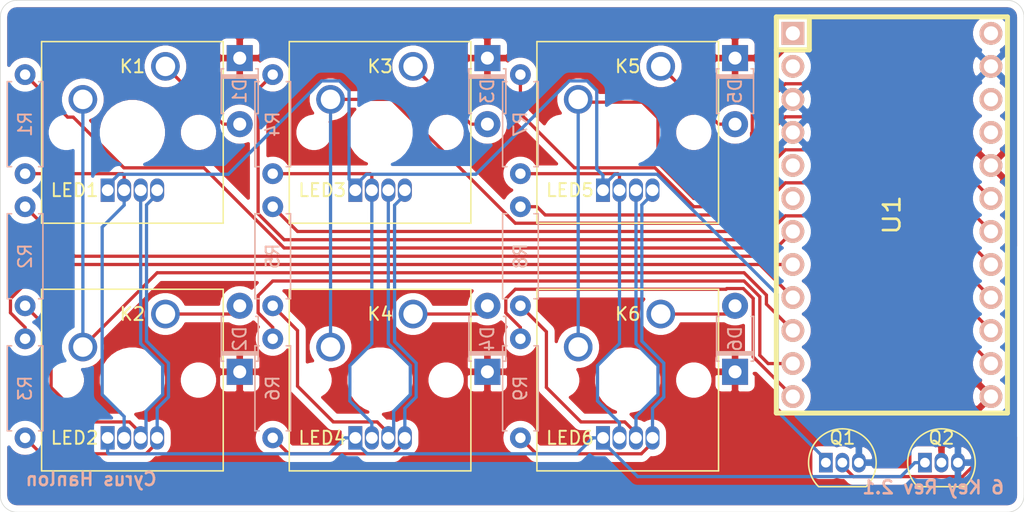
<source format=kicad_pcb>
(kicad_pcb (version 20171130) (host pcbnew "(5.1.4)-1")

  (general
    (thickness 1.6)
    (drawings 10)
    (tracks 264)
    (zones 0)
    (modules 30)
    (nets 40)
  )

  (page A4)
  (layers
    (0 F.Cu signal)
    (31 B.Cu signal)
    (32 B.Adhes user)
    (33 F.Adhes user)
    (34 B.Paste user)
    (35 F.Paste user)
    (36 B.SilkS user)
    (37 F.SilkS user)
    (38 B.Mask user)
    (39 F.Mask user)
    (40 Dwgs.User user)
    (41 Cmts.User user)
    (42 Eco1.User user)
    (43 Eco2.User user)
    (44 Edge.Cuts user)
    (45 Margin user)
    (46 B.CrtYd user)
    (47 F.CrtYd user)
    (48 B.Fab user)
    (49 F.Fab user)
  )

  (setup
    (last_trace_width 0.25)
    (trace_clearance 0.2)
    (zone_clearance 0.508)
    (zone_45_only no)
    (trace_min 0.2)
    (via_size 0.8)
    (via_drill 0.4)
    (via_min_size 0.4)
    (via_min_drill 0.3)
    (uvia_size 0.3)
    (uvia_drill 0.1)
    (uvias_allowed no)
    (uvia_min_size 0.2)
    (uvia_min_drill 0.1)
    (edge_width 0.05)
    (segment_width 0.2)
    (pcb_text_width 0.3)
    (pcb_text_size 1.5 1.5)
    (mod_edge_width 0.12)
    (mod_text_size 1 1)
    (mod_text_width 0.15)
    (pad_size 2.2 2.2)
    (pad_drill 1.5)
    (pad_to_mask_clearance 0.051)
    (solder_mask_min_width 0.25)
    (aux_axis_origin 0 0)
    (visible_elements 7FFFFFFF)
    (pcbplotparams
      (layerselection 0x010f0_ffffffff)
      (usegerberextensions false)
      (usegerberattributes false)
      (usegerberadvancedattributes false)
      (creategerberjobfile false)
      (excludeedgelayer true)
      (linewidth 0.100000)
      (plotframeref false)
      (viasonmask false)
      (mode 1)
      (useauxorigin false)
      (hpglpennumber 1)
      (hpglpenspeed 20)
      (hpglpendiameter 15.000000)
      (psnegative false)
      (psa4output false)
      (plotreference true)
      (plotvalue true)
      (plotinvisibletext false)
      (padsonsilk false)
      (subtractmaskfromsilk false)
      (outputformat 1)
      (mirror false)
      (drillshape 0)
      (scaleselection 1)
      (outputdirectory ""))
  )

  (net 0 "")
  (net 1 row0)
  (net 2 "Net-(D1-Pad2)")
  (net 3 "Net-(D2-Pad2)")
  (net 4 row1)
  (net 5 "Net-(D3-Pad2)")
  (net 6 "Net-(D4-Pad2)")
  (net 7 "Net-(D5-Pad2)")
  (net 8 col0)
  (net 9 col1)
  (net 10 col2)
  (net 11 "Net-(U1-Pad1)")
  (net 12 "Net-(U1-Pad2)")
  (net 13 "Net-(U1-Pad5)")
  (net 14 "Net-(U1-Pad6)")
  (net 15 "Net-(U1-Pad24)")
  (net 16 "Net-(U1-Pad22)")
  (net 17 GND)
  (net 18 "Net-(D6-Pad2)")
  (net 19 led0r)
  (net 20 led0g)
  (net 21 led0b)
  (net 22 led1r)
  (net 23 led1g)
  (net 24 led1b)
  (net 25 led2r)
  (net 26 led2g)
  (net 27 led2b)
  (net 28 "Net-(LED1-Pad1)")
  (net 29 "Net-(LED1-Pad2)")
  (net 30 "Net-(LED1-Pad3)")
  (net 31 "Net-(LED1-Pad4)")
  (net 32 "Net-(LED2-Pad1)")
  (net 33 "Net-(LED3-Pad4)")
  (net 34 "Net-(LED3-Pad3)")
  (net 35 "Net-(LED3-Pad2)")
  (net 36 "Net-(LED5-Pad2)")
  (net 37 "Net-(LED5-Pad3)")
  (net 38 "Net-(LED5-Pad4)")
  (net 39 "Net-(U1-Pad21)")

  (net_class Default "This is the default net class."
    (clearance 0.2)
    (trace_width 0.25)
    (via_dia 0.8)
    (via_drill 0.4)
    (uvia_dia 0.3)
    (uvia_drill 0.1)
    (add_net GND)
    (add_net "Net-(D1-Pad2)")
    (add_net "Net-(D2-Pad2)")
    (add_net "Net-(D3-Pad2)")
    (add_net "Net-(D4-Pad2)")
    (add_net "Net-(D5-Pad2)")
    (add_net "Net-(D6-Pad2)")
    (add_net "Net-(LED1-Pad1)")
    (add_net "Net-(LED1-Pad2)")
    (add_net "Net-(LED1-Pad3)")
    (add_net "Net-(LED1-Pad4)")
    (add_net "Net-(LED2-Pad1)")
    (add_net "Net-(LED3-Pad2)")
    (add_net "Net-(LED3-Pad3)")
    (add_net "Net-(LED3-Pad4)")
    (add_net "Net-(LED5-Pad2)")
    (add_net "Net-(LED5-Pad3)")
    (add_net "Net-(LED5-Pad4)")
    (add_net "Net-(U1-Pad1)")
    (add_net "Net-(U1-Pad2)")
    (add_net "Net-(U1-Pad21)")
    (add_net "Net-(U1-Pad22)")
    (add_net "Net-(U1-Pad24)")
    (add_net "Net-(U1-Pad5)")
    (add_net "Net-(U1-Pad6)")
    (add_net col0)
    (add_net col1)
    (add_net col2)
    (add_net led0b)
    (add_net led0g)
    (add_net led0r)
    (add_net led1b)
    (add_net led1g)
    (add_net led1r)
    (add_net led2b)
    (add_net led2g)
    (add_net led2r)
    (add_net row0)
    (add_net row1)
  )

  (module Button_Switch_Keyboard:SW_Cherry_MX_1.00u_PCB (layer F.Cu) (tedit 5A02FE24) (tstamp 5D63B781)
    (at 86.36 66.04)
    (descr "Cherry MX keyswitch, 1.00u, PCB mount, http://cherryamericas.com/wp-content/uploads/2014/12/mx_cat.pdf")
    (tags "Cherry MX keyswitch 1.00u PCB")
    (path /5D62FBB0)
    (fp_text reference K5 (at -2.54 0) (layer F.SilkS)
      (effects (font (size 1 1) (thickness 0.15)))
    )
    (fp_text value KEYSW (at -2.54 12.954) (layer F.Fab)
      (effects (font (size 1 1) (thickness 0.15)))
    )
    (fp_line (start -9.525 12.065) (end -9.525 -1.905) (layer F.SilkS) (width 0.12))
    (fp_line (start 4.445 12.065) (end -9.525 12.065) (layer F.SilkS) (width 0.12))
    (fp_line (start 4.445 -1.905) (end 4.445 12.065) (layer F.SilkS) (width 0.12))
    (fp_line (start -9.525 -1.905) (end 4.445 -1.905) (layer F.SilkS) (width 0.12))
    (fp_line (start -12.065 14.605) (end -12.065 -4.445) (layer Dwgs.User) (width 0.15))
    (fp_line (start 6.985 14.605) (end -12.065 14.605) (layer Dwgs.User) (width 0.15))
    (fp_line (start 6.985 -4.445) (end 6.985 14.605) (layer Dwgs.User) (width 0.15))
    (fp_line (start -12.065 -4.445) (end 6.985 -4.445) (layer Dwgs.User) (width 0.15))
    (fp_line (start -9.14 -1.52) (end 4.06 -1.52) (layer F.CrtYd) (width 0.05))
    (fp_line (start 4.06 -1.52) (end 4.06 11.68) (layer F.CrtYd) (width 0.05))
    (fp_line (start 4.06 11.68) (end -9.14 11.68) (layer F.CrtYd) (width 0.05))
    (fp_line (start -9.14 11.68) (end -9.14 -1.52) (layer F.CrtYd) (width 0.05))
    (fp_line (start -8.89 11.43) (end -8.89 -1.27) (layer F.Fab) (width 0.1))
    (fp_line (start 3.81 11.43) (end -8.89 11.43) (layer F.Fab) (width 0.1))
    (fp_line (start 3.81 -1.27) (end 3.81 11.43) (layer F.Fab) (width 0.1))
    (fp_line (start -8.89 -1.27) (end 3.81 -1.27) (layer F.Fab) (width 0.1))
    (fp_text user %R (at -2.54 0) (layer F.Fab)
      (effects (font (size 1 1) (thickness 0.15)))
    )
    (pad "" np_thru_hole circle (at 2.54 5.08) (size 1.7 1.7) (drill 1.7) (layers *.Cu *.Mask))
    (pad "" np_thru_hole circle (at -7.62 5.08) (size 1.7 1.7) (drill 1.7) (layers *.Cu *.Mask))
    (pad "" np_thru_hole circle (at -2.54 5.08) (size 4 4) (drill 4) (layers *.Cu *.Mask))
    (pad 2 thru_hole circle (at -6.35 2.54) (size 2.2 2.2) (drill 1.5) (layers *.Cu *.Mask)
      (net 10 col2))
    (pad 1 thru_hole circle (at 0 0) (size 2.2 2.2) (drill 1.5) (layers *.Cu *.Mask)
      (net 7 "Net-(D5-Pad2)"))
    (model ${KISYS3DMOD}/Button_Switch_Keyboard.3dshapes/SW_Cherry_MX_1.00u_PCB.wrl
      (at (xyz 0 0 0))
      (scale (xyz 1 1 1))
      (rotate (xyz 0 0 0))
    )
  )

  (module keebs:Pro_Micro (layer F.Cu) (tedit 5D685039) (tstamp 5D63514D)
    (at 104.14 77.47 270)
    (path /5D6A7DDA)
    (fp_text reference U1 (at 0 0 270) (layer F.SilkS)
      (effects (font (size 1.27 1.524) (thickness 0.2032)))
    )
    (fp_text value ProMicro (at 0 0 270) (layer F.SilkS) hide
      (effects (font (size 1.27 1.524) (thickness 0.2032)))
    )
    (fp_line (start -15.24 -8.89) (end -15.24 8.89) (layer F.SilkS) (width 0.381))
    (fp_line (start -15.24 8.89) (end 15.24 8.89) (layer F.SilkS) (width 0.381))
    (fp_line (start 15.24 8.89) (end 15.24 -8.89) (layer F.SilkS) (width 0.381))
    (fp_line (start 15.24 -8.89) (end -15.24 -8.89) (layer F.SilkS) (width 0.381))
    (fp_line (start -15.24 6.35) (end -12.7 6.35) (layer F.SilkS) (width 0.381))
    (fp_line (start -12.7 6.35) (end -12.7 8.89) (layer F.SilkS) (width 0.381))
    (pad 1 thru_hole rect (at -13.97 7.62 270) (size 1.7526 1.7526) (drill 1.0922) (layers *.Cu *.SilkS *.Mask)
      (net 11 "Net-(U1-Pad1)"))
    (pad 2 thru_hole circle (at -11.43 7.62 270) (size 1.7526 1.7526) (drill 1.0922) (layers *.Cu *.SilkS *.Mask)
      (net 12 "Net-(U1-Pad2)"))
    (pad 3 thru_hole circle (at -8.89 7.62 270) (size 1.7526 1.7526) (drill 1.0922) (layers *.Cu *.SilkS *.Mask)
      (net 17 GND))
    (pad 4 thru_hole circle (at -6.35 7.62 270) (size 1.7526 1.7526) (drill 1.0922) (layers *.Cu *.SilkS *.Mask)
      (net 17 GND))
    (pad 5 thru_hole circle (at -3.81 7.62 270) (size 1.7526 1.7526) (drill 1.0922) (layers *.Cu *.SilkS *.Mask)
      (net 13 "Net-(U1-Pad5)"))
    (pad 6 thru_hole circle (at -1.27 7.62 270) (size 1.7526 1.7526) (drill 1.0922) (layers *.Cu *.SilkS *.Mask)
      (net 14 "Net-(U1-Pad6)"))
    (pad 7 thru_hole circle (at 1.27 7.62 270) (size 1.7526 1.7526) (drill 1.0922) (layers *.Cu *.SilkS *.Mask)
      (net 19 led0r))
    (pad 8 thru_hole circle (at 3.81 7.62 270) (size 1.7526 1.7526) (drill 1.0922) (layers *.Cu *.SilkS *.Mask)
      (net 20 led0g))
    (pad 9 thru_hole circle (at 6.35 7.62 270) (size 1.7526 1.7526) (drill 1.0922) (layers *.Cu *.SilkS *.Mask)
      (net 21 led0b))
    (pad 10 thru_hole circle (at 8.89 7.62 270) (size 1.7526 1.7526) (drill 1.0922) (layers *.Cu *.SilkS *.Mask)
      (net 8 col0))
    (pad 11 thru_hole circle (at 11.43 7.62 270) (size 1.7526 1.7526) (drill 1.0922) (layers *.Cu *.SilkS *.Mask)
      (net 24 led1b))
    (pad 12 thru_hole circle (at 13.97 7.62 270) (size 1.7526 1.7526) (drill 1.0922) (layers *.Cu *.SilkS *.Mask)
      (net 27 led2b))
    (pad 24 thru_hole circle (at -13.97 -7.62 270) (size 1.7526 1.7526) (drill 1.0922) (layers *.Cu *.SilkS *.Mask)
      (net 15 "Net-(U1-Pad24)"))
    (pad 23 thru_hole circle (at -11.43 -7.62 270) (size 1.7526 1.7526) (drill 1.0922) (layers *.Cu *.SilkS *.Mask)
      (net 17 GND))
    (pad 22 thru_hole circle (at -8.89 -7.62 270) (size 1.7526 1.7526) (drill 1.0922) (layers *.Cu *.SilkS *.Mask)
      (net 16 "Net-(U1-Pad22)"))
    (pad 21 thru_hole circle (at -6.35 -7.62 270) (size 1.7526 1.7526) (drill 1.0922) (layers *.Cu *.SilkS *.Mask)
      (net 39 "Net-(U1-Pad21)"))
    (pad 20 thru_hole circle (at -3.81 -7.62 270) (size 1.7526 1.7526) (drill 1.0922) (layers *.Cu *.SilkS *.Mask)
      (net 1 row0))
    (pad 19 thru_hole circle (at -1.27 -7.62 270) (size 1.7526 1.7526) (drill 1.0922) (layers *.Cu *.SilkS *.Mask)
      (net 10 col2))
    (pad 18 thru_hole circle (at 1.27 -7.62 270) (size 1.7526 1.7526) (drill 1.0922) (layers *.Cu *.SilkS *.Mask)
      (net 25 led2r))
    (pad 17 thru_hole circle (at 3.81 -7.62 270) (size 1.7526 1.7526) (drill 1.0922) (layers *.Cu *.SilkS *.Mask)
      (net 26 led2g))
    (pad 16 thru_hole circle (at 6.35 -7.62 270) (size 1.7526 1.7526) (drill 1.0922) (layers *.Cu *.SilkS *.Mask)
      (net 9 col1))
    (pad 15 thru_hole circle (at 8.89 -7.62 270) (size 1.7526 1.7526) (drill 1.0922) (layers *.Cu *.SilkS *.Mask)
      (net 23 led1g))
    (pad 14 thru_hole circle (at 11.43 -7.62 270) (size 1.7526 1.7526) (drill 1.0922) (layers *.Cu *.SilkS *.Mask)
      (net 22 led1r))
    (pad 13 thru_hole circle (at 13.97 -7.62 270) (size 1.7526 1.7526) (drill 1.0922) (layers *.Cu *.SilkS *.Mask)
      (net 4 row1))
  )

  (module Button_Switch_Keyboard:SW_Cherry_MX_1.00u_PCB (layer F.Cu) (tedit 5A02FE24) (tstamp 5D63B7ED)
    (at 86.36 85.09)
    (descr "Cherry MX keyswitch, 1.00u, PCB mount, http://cherryamericas.com/wp-content/uploads/2014/12/mx_cat.pdf")
    (tags "Cherry MX keyswitch 1.00u PCB")
    (path /5D63247A)
    (fp_text reference K6 (at -2.54 0) (layer F.SilkS)
      (effects (font (size 1 1) (thickness 0.15)))
    )
    (fp_text value KEYSW (at -2.54 12.954) (layer F.Fab)
      (effects (font (size 1 1) (thickness 0.15)))
    )
    (fp_line (start -9.525 12.065) (end -9.525 -1.905) (layer F.SilkS) (width 0.12))
    (fp_line (start 4.445 12.065) (end -9.525 12.065) (layer F.SilkS) (width 0.12))
    (fp_line (start 4.445 -1.905) (end 4.445 12.065) (layer F.SilkS) (width 0.12))
    (fp_line (start -9.525 -1.905) (end 4.445 -1.905) (layer F.SilkS) (width 0.12))
    (fp_line (start -12.065 14.605) (end -12.065 -4.445) (layer Dwgs.User) (width 0.15))
    (fp_line (start 6.985 14.605) (end -12.065 14.605) (layer Dwgs.User) (width 0.15))
    (fp_line (start 6.985 -4.445) (end 6.985 14.605) (layer Dwgs.User) (width 0.15))
    (fp_line (start -12.065 -4.445) (end 6.985 -4.445) (layer Dwgs.User) (width 0.15))
    (fp_line (start -9.14 -1.52) (end 4.06 -1.52) (layer F.CrtYd) (width 0.05))
    (fp_line (start 4.06 -1.52) (end 4.06 11.68) (layer F.CrtYd) (width 0.05))
    (fp_line (start 4.06 11.68) (end -9.14 11.68) (layer F.CrtYd) (width 0.05))
    (fp_line (start -9.14 11.68) (end -9.14 -1.52) (layer F.CrtYd) (width 0.05))
    (fp_line (start -8.89 11.43) (end -8.89 -1.27) (layer F.Fab) (width 0.1))
    (fp_line (start 3.81 11.43) (end -8.89 11.43) (layer F.Fab) (width 0.1))
    (fp_line (start 3.81 -1.27) (end 3.81 11.43) (layer F.Fab) (width 0.1))
    (fp_line (start -8.89 -1.27) (end 3.81 -1.27) (layer F.Fab) (width 0.1))
    (fp_text user %R (at -2.54 0) (layer F.Fab)
      (effects (font (size 1 1) (thickness 0.15)))
    )
    (pad "" np_thru_hole circle (at 2.54 5.08) (size 1.7 1.7) (drill 1.7) (layers *.Cu *.Mask))
    (pad "" np_thru_hole circle (at -7.62 5.08) (size 1.7 1.7) (drill 1.7) (layers *.Cu *.Mask))
    (pad "" np_thru_hole circle (at -2.54 5.08) (size 4 4) (drill 4) (layers *.Cu *.Mask))
    (pad 2 thru_hole circle (at -6.35 2.54) (size 2.2 2.2) (drill 1.5) (layers *.Cu *.Mask)
      (net 10 col2))
    (pad 1 thru_hole circle (at 0 0) (size 2.2 2.2) (drill 1.5) (layers *.Cu *.Mask)
      (net 18 "Net-(D6-Pad2)"))
    (model ${KISYS3DMOD}/Button_Switch_Keyboard.3dshapes/SW_Cherry_MX_1.00u_PCB.wrl
      (at (xyz 0 0 0))
      (scale (xyz 1 1 1))
      (rotate (xyz 0 0 0))
    )
  )

  (module Button_Switch_Keyboard:SW_Cherry_MX_1.00u_PCB (layer F.Cu) (tedit 5A02FE24) (tstamp 5D63B7C9)
    (at 67.31 85.09)
    (descr "Cherry MX keyswitch, 1.00u, PCB mount, http://cherryamericas.com/wp-content/uploads/2014/12/mx_cat.pdf")
    (tags "Cherry MX keyswitch 1.00u PCB")
    (path /5D62BF68)
    (fp_text reference K4 (at -2.54 0) (layer F.SilkS)
      (effects (font (size 1 1) (thickness 0.15)))
    )
    (fp_text value KEYSW (at -2.54 12.954) (layer F.Fab)
      (effects (font (size 1 1) (thickness 0.15)))
    )
    (fp_line (start -9.525 12.065) (end -9.525 -1.905) (layer F.SilkS) (width 0.12))
    (fp_line (start 4.445 12.065) (end -9.525 12.065) (layer F.SilkS) (width 0.12))
    (fp_line (start 4.445 -1.905) (end 4.445 12.065) (layer F.SilkS) (width 0.12))
    (fp_line (start -9.525 -1.905) (end 4.445 -1.905) (layer F.SilkS) (width 0.12))
    (fp_line (start -12.065 14.605) (end -12.065 -4.445) (layer Dwgs.User) (width 0.15))
    (fp_line (start 6.985 14.605) (end -12.065 14.605) (layer Dwgs.User) (width 0.15))
    (fp_line (start 6.985 -4.445) (end 6.985 14.605) (layer Dwgs.User) (width 0.15))
    (fp_line (start -12.065 -4.445) (end 6.985 -4.445) (layer Dwgs.User) (width 0.15))
    (fp_line (start -9.14 -1.52) (end 4.06 -1.52) (layer F.CrtYd) (width 0.05))
    (fp_line (start 4.06 -1.52) (end 4.06 11.68) (layer F.CrtYd) (width 0.05))
    (fp_line (start 4.06 11.68) (end -9.14 11.68) (layer F.CrtYd) (width 0.05))
    (fp_line (start -9.14 11.68) (end -9.14 -1.52) (layer F.CrtYd) (width 0.05))
    (fp_line (start -8.89 11.43) (end -8.89 -1.27) (layer F.Fab) (width 0.1))
    (fp_line (start 3.81 11.43) (end -8.89 11.43) (layer F.Fab) (width 0.1))
    (fp_line (start 3.81 -1.27) (end 3.81 11.43) (layer F.Fab) (width 0.1))
    (fp_line (start -8.89 -1.27) (end 3.81 -1.27) (layer F.Fab) (width 0.1))
    (fp_text user %R (at -2.54 0) (layer F.Fab)
      (effects (font (size 1 1) (thickness 0.15)))
    )
    (pad "" np_thru_hole circle (at 2.54 5.08) (size 1.7 1.7) (drill 1.7) (layers *.Cu *.Mask))
    (pad "" np_thru_hole circle (at -7.62 5.08) (size 1.7 1.7) (drill 1.7) (layers *.Cu *.Mask))
    (pad "" np_thru_hole circle (at -2.54 5.08) (size 4 4) (drill 4) (layers *.Cu *.Mask))
    (pad 2 thru_hole circle (at -6.35 2.54) (size 2.2 2.2) (drill 1.5) (layers *.Cu *.Mask)
      (net 9 col1))
    (pad 1 thru_hole circle (at 0 0) (size 2.2 2.2) (drill 1.5) (layers *.Cu *.Mask)
      (net 6 "Net-(D4-Pad2)"))
    (model ${KISYS3DMOD}/Button_Switch_Keyboard.3dshapes/SW_Cherry_MX_1.00u_PCB.wrl
      (at (xyz 0 0 0))
      (scale (xyz 1 1 1))
      (rotate (xyz 0 0 0))
    )
  )

  (module Button_Switch_Keyboard:SW_Cherry_MX_1.00u_PCB (layer F.Cu) (tedit 5A02FE24) (tstamp 5D63B7A5)
    (at 48.26 85.09)
    (descr "Cherry MX keyswitch, 1.00u, PCB mount, http://cherryamericas.com/wp-content/uploads/2014/12/mx_cat.pdf")
    (tags "Cherry MX keyswitch 1.00u PCB")
    (path /5D63186C)
    (fp_text reference K2 (at -2.54 0) (layer F.SilkS)
      (effects (font (size 1 1) (thickness 0.15)))
    )
    (fp_text value KEYSW (at -2.54 12.954) (layer F.Fab)
      (effects (font (size 1 1) (thickness 0.15)))
    )
    (fp_line (start -9.525 12.065) (end -9.525 -1.905) (layer F.SilkS) (width 0.12))
    (fp_line (start 4.445 12.065) (end -9.525 12.065) (layer F.SilkS) (width 0.12))
    (fp_line (start 4.445 -1.905) (end 4.445 12.065) (layer F.SilkS) (width 0.12))
    (fp_line (start -9.525 -1.905) (end 4.445 -1.905) (layer F.SilkS) (width 0.12))
    (fp_line (start -12.065 14.605) (end -12.065 -4.445) (layer Dwgs.User) (width 0.15))
    (fp_line (start 6.985 14.605) (end -12.065 14.605) (layer Dwgs.User) (width 0.15))
    (fp_line (start 6.985 -4.445) (end 6.985 14.605) (layer Dwgs.User) (width 0.15))
    (fp_line (start -12.065 -4.445) (end 6.985 -4.445) (layer Dwgs.User) (width 0.15))
    (fp_line (start -9.14 -1.52) (end 4.06 -1.52) (layer F.CrtYd) (width 0.05))
    (fp_line (start 4.06 -1.52) (end 4.06 11.68) (layer F.CrtYd) (width 0.05))
    (fp_line (start 4.06 11.68) (end -9.14 11.68) (layer F.CrtYd) (width 0.05))
    (fp_line (start -9.14 11.68) (end -9.14 -1.52) (layer F.CrtYd) (width 0.05))
    (fp_line (start -8.89 11.43) (end -8.89 -1.27) (layer F.Fab) (width 0.1))
    (fp_line (start 3.81 11.43) (end -8.89 11.43) (layer F.Fab) (width 0.1))
    (fp_line (start 3.81 -1.27) (end 3.81 11.43) (layer F.Fab) (width 0.1))
    (fp_line (start -8.89 -1.27) (end 3.81 -1.27) (layer F.Fab) (width 0.1))
    (fp_text user %R (at -2.54 0) (layer F.Fab)
      (effects (font (size 1 1) (thickness 0.15)))
    )
    (pad "" np_thru_hole circle (at 2.54 5.08) (size 1.7 1.7) (drill 1.7) (layers *.Cu *.Mask))
    (pad "" np_thru_hole circle (at -7.62 5.08) (size 1.7 1.7) (drill 1.7) (layers *.Cu *.Mask))
    (pad "" np_thru_hole circle (at -2.54 5.08) (size 4 4) (drill 4) (layers *.Cu *.Mask))
    (pad 2 thru_hole circle (at -6.35 2.54) (size 2.2 2.2) (drill 1.5) (layers *.Cu *.Mask)
      (net 8 col0))
    (pad 1 thru_hole circle (at 0 0) (size 2.2 2.2) (drill 1.5) (layers *.Cu *.Mask)
      (net 3 "Net-(D2-Pad2)"))
    (model ${KISYS3DMOD}/Button_Switch_Keyboard.3dshapes/SW_Cherry_MX_1.00u_PCB.wrl
      (at (xyz 0 0 0))
      (scale (xyz 1 1 1))
      (rotate (xyz 0 0 0))
    )
  )

  (module Button_Switch_Keyboard:SW_Cherry_MX_1.00u_PCB (layer F.Cu) (tedit 5A02FE24) (tstamp 5D63B75D)
    (at 67.31 66.04)
    (descr "Cherry MX keyswitch, 1.00u, PCB mount, http://cherryamericas.com/wp-content/uploads/2014/12/mx_cat.pdf")
    (tags "Cherry MX keyswitch 1.00u PCB")
    (path /5D62E809)
    (fp_text reference K3 (at -2.54 0) (layer F.SilkS)
      (effects (font (size 1 1) (thickness 0.15)))
    )
    (fp_text value KEYSW (at -2.54 12.954) (layer F.Fab)
      (effects (font (size 1 1) (thickness 0.15)))
    )
    (fp_line (start -9.525 12.065) (end -9.525 -1.905) (layer F.SilkS) (width 0.12))
    (fp_line (start 4.445 12.065) (end -9.525 12.065) (layer F.SilkS) (width 0.12))
    (fp_line (start 4.445 -1.905) (end 4.445 12.065) (layer F.SilkS) (width 0.12))
    (fp_line (start -9.525 -1.905) (end 4.445 -1.905) (layer F.SilkS) (width 0.12))
    (fp_line (start -12.065 14.605) (end -12.065 -4.445) (layer Dwgs.User) (width 0.15))
    (fp_line (start 6.985 14.605) (end -12.065 14.605) (layer Dwgs.User) (width 0.15))
    (fp_line (start 6.985 -4.445) (end 6.985 14.605) (layer Dwgs.User) (width 0.15))
    (fp_line (start -12.065 -4.445) (end 6.985 -4.445) (layer Dwgs.User) (width 0.15))
    (fp_line (start -9.14 -1.52) (end 4.06 -1.52) (layer F.CrtYd) (width 0.05))
    (fp_line (start 4.06 -1.52) (end 4.06 11.68) (layer F.CrtYd) (width 0.05))
    (fp_line (start 4.06 11.68) (end -9.14 11.68) (layer F.CrtYd) (width 0.05))
    (fp_line (start -9.14 11.68) (end -9.14 -1.52) (layer F.CrtYd) (width 0.05))
    (fp_line (start -8.89 11.43) (end -8.89 -1.27) (layer F.Fab) (width 0.1))
    (fp_line (start 3.81 11.43) (end -8.89 11.43) (layer F.Fab) (width 0.1))
    (fp_line (start 3.81 -1.27) (end 3.81 11.43) (layer F.Fab) (width 0.1))
    (fp_line (start -8.89 -1.27) (end 3.81 -1.27) (layer F.Fab) (width 0.1))
    (fp_text user %R (at -2.54 0) (layer F.Fab)
      (effects (font (size 1 1) (thickness 0.15)))
    )
    (pad "" np_thru_hole circle (at 2.54 5.08) (size 1.7 1.7) (drill 1.7) (layers *.Cu *.Mask))
    (pad "" np_thru_hole circle (at -7.62 5.08) (size 1.7 1.7) (drill 1.7) (layers *.Cu *.Mask))
    (pad "" np_thru_hole circle (at -2.54 5.08) (size 4 4) (drill 4) (layers *.Cu *.Mask))
    (pad 2 thru_hole circle (at -6.35 2.54) (size 2.2 2.2) (drill 1.5) (layers *.Cu *.Mask)
      (net 9 col1))
    (pad 1 thru_hole circle (at 0 0) (size 2.2 2.2) (drill 1.5) (layers *.Cu *.Mask)
      (net 5 "Net-(D3-Pad2)"))
    (model ${KISYS3DMOD}/Button_Switch_Keyboard.3dshapes/SW_Cherry_MX_1.00u_PCB.wrl
      (at (xyz 0 0 0))
      (scale (xyz 1 1 1))
      (rotate (xyz 0 0 0))
    )
  )

  (module Button_Switch_Keyboard:SW_Cherry_MX_1.00u_PCB (layer F.Cu) (tedit 5A02FE24) (tstamp 5D63B739)
    (at 48.26 66.04)
    (descr "Cherry MX keyswitch, 1.00u, PCB mount, http://cherryamericas.com/wp-content/uploads/2014/12/mx_cat.pdf")
    (tags "Cherry MX keyswitch 1.00u PCB")
    (path /5D62CEBB)
    (fp_text reference K1 (at -2.54 0) (layer F.SilkS)
      (effects (font (size 1 1) (thickness 0.15)))
    )
    (fp_text value KEYSW (at -2.54 12.954) (layer F.Fab)
      (effects (font (size 1 1) (thickness 0.15)))
    )
    (fp_line (start -9.525 12.065) (end -9.525 -1.905) (layer F.SilkS) (width 0.12))
    (fp_line (start 4.445 12.065) (end -9.525 12.065) (layer F.SilkS) (width 0.12))
    (fp_line (start 4.445 -1.905) (end 4.445 12.065) (layer F.SilkS) (width 0.12))
    (fp_line (start -9.525 -1.905) (end 4.445 -1.905) (layer F.SilkS) (width 0.12))
    (fp_line (start -12.065 14.605) (end -12.065 -4.445) (layer Dwgs.User) (width 0.15))
    (fp_line (start 6.985 14.605) (end -12.065 14.605) (layer Dwgs.User) (width 0.15))
    (fp_line (start 6.985 -4.445) (end 6.985 14.605) (layer Dwgs.User) (width 0.15))
    (fp_line (start -12.065 -4.445) (end 6.985 -4.445) (layer Dwgs.User) (width 0.15))
    (fp_line (start -9.14 -1.52) (end 4.06 -1.52) (layer F.CrtYd) (width 0.05))
    (fp_line (start 4.06 -1.52) (end 4.06 11.68) (layer F.CrtYd) (width 0.05))
    (fp_line (start 4.06 11.68) (end -9.14 11.68) (layer F.CrtYd) (width 0.05))
    (fp_line (start -9.14 11.68) (end -9.14 -1.52) (layer F.CrtYd) (width 0.05))
    (fp_line (start -8.89 11.43) (end -8.89 -1.27) (layer F.Fab) (width 0.1))
    (fp_line (start 3.81 11.43) (end -8.89 11.43) (layer F.Fab) (width 0.1))
    (fp_line (start 3.81 -1.27) (end 3.81 11.43) (layer F.Fab) (width 0.1))
    (fp_line (start -8.89 -1.27) (end 3.81 -1.27) (layer F.Fab) (width 0.1))
    (fp_text user %R (at -2.54 0) (layer F.Fab)
      (effects (font (size 1 1) (thickness 0.15)))
    )
    (pad "" np_thru_hole circle (at 2.54 5.08) (size 1.7 1.7) (drill 1.7) (layers *.Cu *.Mask))
    (pad "" np_thru_hole circle (at -7.62 5.08) (size 1.7 1.7) (drill 1.7) (layers *.Cu *.Mask))
    (pad "" np_thru_hole circle (at -2.54 5.08) (size 4 4) (drill 4) (layers *.Cu *.Mask))
    (pad 2 thru_hole circle (at -6.35 2.54) (size 2.2 2.2) (drill 1.5) (layers *.Cu *.Mask)
      (net 8 col0))
    (pad 1 thru_hole circle (at 0 0) (size 2.2 2.2) (drill 1.5) (layers *.Cu *.Mask)
      (net 2 "Net-(D1-Pad2)"))
    (model ${KISYS3DMOD}/Button_Switch_Keyboard.3dshapes/SW_Cherry_MX_1.00u_PCB.wrl
      (at (xyz 0 0 0))
      (scale (xyz 1 1 1))
      (rotate (xyz 0 0 0))
    )
  )

  (module Package_TO_SOT_THT:TO-92_Inline (layer F.Cu) (tedit 5A1DD157) (tstamp 5D6712BD)
    (at 99.06 96.52)
    (descr "TO-92 leads in-line, narrow, oval pads, drill 0.75mm (see NXP sot054_po.pdf)")
    (tags "to-92 sc-43 sc-43a sot54 PA33 transistor")
    (path /5D69C094)
    (fp_text reference Q1 (at 1.27 -1.905) (layer F.SilkS)
      (effects (font (size 1 1) (thickness 0.15)))
    )
    (fp_text value BF244A (at 1.27 2.79) (layer F.Fab)
      (effects (font (size 1 1) (thickness 0.15)))
    )
    (fp_arc (start 1.27 0) (end 1.27 -2.6) (angle 135) (layer F.SilkS) (width 0.12))
    (fp_arc (start 1.27 0) (end 1.27 -2.48) (angle -135) (layer F.Fab) (width 0.1))
    (fp_arc (start 1.27 0) (end 1.27 -2.6) (angle -135) (layer F.SilkS) (width 0.12))
    (fp_arc (start 1.27 0) (end 1.27 -2.48) (angle 135) (layer F.Fab) (width 0.1))
    (fp_line (start 4 2.01) (end -1.46 2.01) (layer F.CrtYd) (width 0.05))
    (fp_line (start 4 2.01) (end 4 -2.73) (layer F.CrtYd) (width 0.05))
    (fp_line (start -1.46 -2.73) (end -1.46 2.01) (layer F.CrtYd) (width 0.05))
    (fp_line (start -1.46 -2.73) (end 4 -2.73) (layer F.CrtYd) (width 0.05))
    (fp_line (start -0.5 1.75) (end 3 1.75) (layer F.Fab) (width 0.1))
    (fp_line (start -0.53 1.85) (end 3.07 1.85) (layer F.SilkS) (width 0.12))
    (fp_text user %R (at 1.27 -1.905) (layer F.Fab)
      (effects (font (size 1 1) (thickness 0.15)))
    )
    (pad 1 thru_hole rect (at 0 0) (size 1.05 1.5) (drill 0.75) (layers *.Cu *.Mask)
      (net 28 "Net-(LED1-Pad1)"))
    (pad 3 thru_hole oval (at 2.54 0) (size 1.05 1.5) (drill 0.75) (layers *.Cu *.Mask)
      (net 17 GND))
    (pad 2 thru_hole oval (at 1.27 0) (size 1.05 1.5) (drill 0.75) (layers *.Cu *.Mask)
      (net 1 row0))
    (model ${KISYS3DMOD}/Package_TO_SOT_THT.3dshapes/TO-92_Inline.wrl
      (at (xyz 0 0 0))
      (scale (xyz 1 1 1))
      (rotate (xyz 0 0 0))
    )
  )

  (module Package_TO_SOT_THT:TO-92_Inline (layer F.Cu) (tedit 5A1DD157) (tstamp 5D6712CF)
    (at 106.68 96.52)
    (descr "TO-92 leads in-line, narrow, oval pads, drill 0.75mm (see NXP sot054_po.pdf)")
    (tags "to-92 sc-43 sc-43a sot54 PA33 transistor")
    (path /5D69D841)
    (fp_text reference Q2 (at 1.27 -1.905) (layer F.SilkS)
      (effects (font (size 1 1) (thickness 0.15)))
    )
    (fp_text value BF244A (at 1.27 2.79) (layer F.Fab)
      (effects (font (size 1 1) (thickness 0.15)))
    )
    (fp_arc (start 1.27 0) (end 1.27 -2.6) (angle 135) (layer F.SilkS) (width 0.12))
    (fp_arc (start 1.27 0) (end 1.27 -2.48) (angle -135) (layer F.Fab) (width 0.1))
    (fp_arc (start 1.27 0) (end 1.27 -2.6) (angle -135) (layer F.SilkS) (width 0.12))
    (fp_arc (start 1.27 0) (end 1.27 -2.48) (angle 135) (layer F.Fab) (width 0.1))
    (fp_line (start 4 2.01) (end -1.46 2.01) (layer F.CrtYd) (width 0.05))
    (fp_line (start 4 2.01) (end 4 -2.73) (layer F.CrtYd) (width 0.05))
    (fp_line (start -1.46 -2.73) (end -1.46 2.01) (layer F.CrtYd) (width 0.05))
    (fp_line (start -1.46 -2.73) (end 4 -2.73) (layer F.CrtYd) (width 0.05))
    (fp_line (start -0.5 1.75) (end 3 1.75) (layer F.Fab) (width 0.1))
    (fp_line (start -0.53 1.85) (end 3.07 1.85) (layer F.SilkS) (width 0.12))
    (fp_text user %R (at 1.27 -1.905) (layer F.Fab)
      (effects (font (size 1 1) (thickness 0.15)))
    )
    (pad 1 thru_hole rect (at 0 0) (size 1.05 1.5) (drill 0.75) (layers *.Cu *.Mask)
      (net 32 "Net-(LED2-Pad1)"))
    (pad 3 thru_hole oval (at 2.54 0) (size 1.05 1.5) (drill 0.75) (layers *.Cu *.Mask)
      (net 17 GND))
    (pad 2 thru_hole oval (at 1.27 0) (size 1.05 1.5) (drill 0.75) (layers *.Cu *.Mask)
      (net 4 row1))
    (model ${KISYS3DMOD}/Package_TO_SOT_THT.3dshapes/TO-92_Inline.wrl
      (at (xyz 0 0 0))
      (scale (xyz 1 1 1))
      (rotate (xyz 0 0 0))
    )
  )

  (module Diode_THT:D_T-1_P5.08mm_Horizontal (layer B.Cu) (tedit 5AE50CD5) (tstamp 5D68461C)
    (at 53.975 65.405 270)
    (descr "Diode, T-1 series, Axial, Horizontal, pin pitch=5.08mm, , length*diameter=3.2*2.6mm^2, , http://www.diodes.com/_files/packages/T-1.pdf")
    (tags "Diode T-1 series Axial Horizontal pin pitch 5.08mm  length 3.2mm diameter 2.6mm")
    (path /5D68D627)
    (fp_text reference D1 (at 2.54 0 270) (layer B.SilkS)
      (effects (font (size 1 1) (thickness 0.15)) (justify mirror))
    )
    (fp_text value D (at 2.54 -2.42 270) (layer B.Fab)
      (effects (font (size 1 1) (thickness 0.15)) (justify mirror))
    )
    (fp_text user %R (at 2.78 0 270) (layer B.Fab)
      (effects (font (size 0.64 0.64) (thickness 0.096)) (justify mirror))
    )
    (fp_line (start 6.33 1.55) (end -1.25 1.55) (layer B.CrtYd) (width 0.05))
    (fp_line (start 6.33 -1.55) (end 6.33 1.55) (layer B.CrtYd) (width 0.05))
    (fp_line (start -1.25 -1.55) (end 6.33 -1.55) (layer B.CrtYd) (width 0.05))
    (fp_line (start -1.25 1.55) (end -1.25 -1.55) (layer B.CrtYd) (width 0.05))
    (fp_line (start 1.3 1.42) (end 1.3 -1.42) (layer B.SilkS) (width 0.12))
    (fp_line (start 1.54 1.42) (end 1.54 -1.42) (layer B.SilkS) (width 0.12))
    (fp_line (start 1.42 1.42) (end 1.42 -1.42) (layer B.SilkS) (width 0.12))
    (fp_line (start 4.26 -1.42) (end 4.26 -1.24) (layer B.SilkS) (width 0.12))
    (fp_line (start 0.82 -1.42) (end 4.26 -1.42) (layer B.SilkS) (width 0.12))
    (fp_line (start 0.82 -1.24) (end 0.82 -1.42) (layer B.SilkS) (width 0.12))
    (fp_line (start 4.26 1.42) (end 4.26 1.24) (layer B.SilkS) (width 0.12))
    (fp_line (start 0.82 1.42) (end 4.26 1.42) (layer B.SilkS) (width 0.12))
    (fp_line (start 0.82 1.24) (end 0.82 1.42) (layer B.SilkS) (width 0.12))
    (fp_line (start 1.32 1.3) (end 1.32 -1.3) (layer B.Fab) (width 0.1))
    (fp_line (start 1.52 1.3) (end 1.52 -1.3) (layer B.Fab) (width 0.1))
    (fp_line (start 1.42 1.3) (end 1.42 -1.3) (layer B.Fab) (width 0.1))
    (fp_line (start 5.08 0) (end 4.14 0) (layer B.Fab) (width 0.1))
    (fp_line (start 0 0) (end 0.94 0) (layer B.Fab) (width 0.1))
    (fp_line (start 4.14 1.3) (end 0.94 1.3) (layer B.Fab) (width 0.1))
    (fp_line (start 4.14 -1.3) (end 4.14 1.3) (layer B.Fab) (width 0.1))
    (fp_line (start 0.94 -1.3) (end 4.14 -1.3) (layer B.Fab) (width 0.1))
    (fp_line (start 0.94 1.3) (end 0.94 -1.3) (layer B.Fab) (width 0.1))
    (pad 2 thru_hole oval (at 5.08 0 270) (size 2 2) (drill 1) (layers *.Cu *.Mask)
      (net 2 "Net-(D1-Pad2)"))
    (pad 1 thru_hole rect (at 0 0 270) (size 2 2) (drill 1) (layers *.Cu *.Mask)
      (net 1 row0))
    (model ${KISYS3DMOD}/Diode_THT.3dshapes/D_T-1_P5.08mm_Horizontal.wrl
      (at (xyz 0 0 0))
      (scale (xyz 1 1 1))
      (rotate (xyz 0 0 0))
    )
  )

  (module Diode_THT:D_T-1_P5.08mm_Horizontal (layer B.Cu) (tedit 5AE50CD5) (tstamp 5D68463A)
    (at 53.975 89.535 90)
    (descr "Diode, T-1 series, Axial, Horizontal, pin pitch=5.08mm, , length*diameter=3.2*2.6mm^2, , http://www.diodes.com/_files/packages/T-1.pdf")
    (tags "Diode T-1 series Axial Horizontal pin pitch 5.08mm  length 3.2mm diameter 2.6mm")
    (path /5D68F289)
    (fp_text reference D2 (at 2.54 0 270) (layer B.SilkS)
      (effects (font (size 1 1) (thickness 0.15)) (justify mirror))
    )
    (fp_text value D (at 2.54 -2.42 270) (layer B.Fab)
      (effects (font (size 1 1) (thickness 0.15)) (justify mirror))
    )
    (fp_text user %R (at 2.78 0 270) (layer B.Fab)
      (effects (font (size 0.64 0.64) (thickness 0.096)) (justify mirror))
    )
    (fp_line (start 6.33 1.55) (end -1.25 1.55) (layer B.CrtYd) (width 0.05))
    (fp_line (start 6.33 -1.55) (end 6.33 1.55) (layer B.CrtYd) (width 0.05))
    (fp_line (start -1.25 -1.55) (end 6.33 -1.55) (layer B.CrtYd) (width 0.05))
    (fp_line (start -1.25 1.55) (end -1.25 -1.55) (layer B.CrtYd) (width 0.05))
    (fp_line (start 1.3 1.42) (end 1.3 -1.42) (layer B.SilkS) (width 0.12))
    (fp_line (start 1.54 1.42) (end 1.54 -1.42) (layer B.SilkS) (width 0.12))
    (fp_line (start 1.42 1.42) (end 1.42 -1.42) (layer B.SilkS) (width 0.12))
    (fp_line (start 4.26 -1.42) (end 4.26 -1.24) (layer B.SilkS) (width 0.12))
    (fp_line (start 0.82 -1.42) (end 4.26 -1.42) (layer B.SilkS) (width 0.12))
    (fp_line (start 0.82 -1.24) (end 0.82 -1.42) (layer B.SilkS) (width 0.12))
    (fp_line (start 4.26 1.42) (end 4.26 1.24) (layer B.SilkS) (width 0.12))
    (fp_line (start 0.82 1.42) (end 4.26 1.42) (layer B.SilkS) (width 0.12))
    (fp_line (start 0.82 1.24) (end 0.82 1.42) (layer B.SilkS) (width 0.12))
    (fp_line (start 1.32 1.3) (end 1.32 -1.3) (layer B.Fab) (width 0.1))
    (fp_line (start 1.52 1.3) (end 1.52 -1.3) (layer B.Fab) (width 0.1))
    (fp_line (start 1.42 1.3) (end 1.42 -1.3) (layer B.Fab) (width 0.1))
    (fp_line (start 5.08 0) (end 4.14 0) (layer B.Fab) (width 0.1))
    (fp_line (start 0 0) (end 0.94 0) (layer B.Fab) (width 0.1))
    (fp_line (start 4.14 1.3) (end 0.94 1.3) (layer B.Fab) (width 0.1))
    (fp_line (start 4.14 -1.3) (end 4.14 1.3) (layer B.Fab) (width 0.1))
    (fp_line (start 0.94 -1.3) (end 4.14 -1.3) (layer B.Fab) (width 0.1))
    (fp_line (start 0.94 1.3) (end 0.94 -1.3) (layer B.Fab) (width 0.1))
    (pad 2 thru_hole oval (at 5.08 0 90) (size 2 2) (drill 1) (layers *.Cu *.Mask)
      (net 3 "Net-(D2-Pad2)"))
    (pad 1 thru_hole rect (at 0 0 90) (size 2 2) (drill 1) (layers *.Cu *.Mask)
      (net 4 row1))
    (model ${KISYS3DMOD}/Diode_THT.3dshapes/D_T-1_P5.08mm_Horizontal.wrl
      (at (xyz 0 0 0))
      (scale (xyz 1 1 1))
      (rotate (xyz 0 0 0))
    )
  )

  (module Diode_THT:D_T-1_P5.08mm_Horizontal (layer B.Cu) (tedit 5AE50CD5) (tstamp 5D684658)
    (at 73.025 65.405 270)
    (descr "Diode, T-1 series, Axial, Horizontal, pin pitch=5.08mm, , length*diameter=3.2*2.6mm^2, , http://www.diodes.com/_files/packages/T-1.pdf")
    (tags "Diode T-1 series Axial Horizontal pin pitch 5.08mm  length 3.2mm diameter 2.6mm")
    (path /5D690906)
    (fp_text reference D3 (at 2.54 0 270) (layer B.SilkS)
      (effects (font (size 1 1) (thickness 0.15)) (justify mirror))
    )
    (fp_text value D (at 2.54 -2.42 270) (layer B.Fab)
      (effects (font (size 1 1) (thickness 0.15)) (justify mirror))
    )
    (fp_line (start 0.94 1.3) (end 0.94 -1.3) (layer B.Fab) (width 0.1))
    (fp_line (start 0.94 -1.3) (end 4.14 -1.3) (layer B.Fab) (width 0.1))
    (fp_line (start 4.14 -1.3) (end 4.14 1.3) (layer B.Fab) (width 0.1))
    (fp_line (start 4.14 1.3) (end 0.94 1.3) (layer B.Fab) (width 0.1))
    (fp_line (start 0 0) (end 0.94 0) (layer B.Fab) (width 0.1))
    (fp_line (start 5.08 0) (end 4.14 0) (layer B.Fab) (width 0.1))
    (fp_line (start 1.42 1.3) (end 1.42 -1.3) (layer B.Fab) (width 0.1))
    (fp_line (start 1.52 1.3) (end 1.52 -1.3) (layer B.Fab) (width 0.1))
    (fp_line (start 1.32 1.3) (end 1.32 -1.3) (layer B.Fab) (width 0.1))
    (fp_line (start 0.82 1.24) (end 0.82 1.42) (layer B.SilkS) (width 0.12))
    (fp_line (start 0.82 1.42) (end 4.26 1.42) (layer B.SilkS) (width 0.12))
    (fp_line (start 4.26 1.42) (end 4.26 1.24) (layer B.SilkS) (width 0.12))
    (fp_line (start 0.82 -1.24) (end 0.82 -1.42) (layer B.SilkS) (width 0.12))
    (fp_line (start 0.82 -1.42) (end 4.26 -1.42) (layer B.SilkS) (width 0.12))
    (fp_line (start 4.26 -1.42) (end 4.26 -1.24) (layer B.SilkS) (width 0.12))
    (fp_line (start 1.42 1.42) (end 1.42 -1.42) (layer B.SilkS) (width 0.12))
    (fp_line (start 1.54 1.42) (end 1.54 -1.42) (layer B.SilkS) (width 0.12))
    (fp_line (start 1.3 1.42) (end 1.3 -1.42) (layer B.SilkS) (width 0.12))
    (fp_line (start -1.25 1.55) (end -1.25 -1.55) (layer B.CrtYd) (width 0.05))
    (fp_line (start -1.25 -1.55) (end 6.33 -1.55) (layer B.CrtYd) (width 0.05))
    (fp_line (start 6.33 -1.55) (end 6.33 1.55) (layer B.CrtYd) (width 0.05))
    (fp_line (start 6.33 1.55) (end -1.25 1.55) (layer B.CrtYd) (width 0.05))
    (fp_text user %R (at 2.78 0 270) (layer B.Fab)
      (effects (font (size 0.64 0.64) (thickness 0.096)) (justify mirror))
    )
    (pad 1 thru_hole rect (at 0 0 270) (size 2 2) (drill 1) (layers *.Cu *.Mask)
      (net 1 row0))
    (pad 2 thru_hole oval (at 5.08 0 270) (size 2 2) (drill 1) (layers *.Cu *.Mask)
      (net 5 "Net-(D3-Pad2)"))
    (model ${KISYS3DMOD}/Diode_THT.3dshapes/D_T-1_P5.08mm_Horizontal.wrl
      (at (xyz 0 0 0))
      (scale (xyz 1 1 1))
      (rotate (xyz 0 0 0))
    )
  )

  (module Diode_THT:D_T-1_P5.08mm_Horizontal (layer B.Cu) (tedit 5AE50CD5) (tstamp 5D684676)
    (at 73.025 89.535 90)
    (descr "Diode, T-1 series, Axial, Horizontal, pin pitch=5.08mm, , length*diameter=3.2*2.6mm^2, , http://www.diodes.com/_files/packages/T-1.pdf")
    (tags "Diode T-1 series Axial Horizontal pin pitch 5.08mm  length 3.2mm diameter 2.6mm")
    (path /5D68FE51)
    (fp_text reference D4 (at 2.54 0 270) (layer B.SilkS)
      (effects (font (size 1 1) (thickness 0.15)) (justify mirror))
    )
    (fp_text value D (at 2.54 -2.42 270) (layer B.Fab)
      (effects (font (size 1 1) (thickness 0.15)) (justify mirror))
    )
    (fp_line (start 0.94 1.3) (end 0.94 -1.3) (layer B.Fab) (width 0.1))
    (fp_line (start 0.94 -1.3) (end 4.14 -1.3) (layer B.Fab) (width 0.1))
    (fp_line (start 4.14 -1.3) (end 4.14 1.3) (layer B.Fab) (width 0.1))
    (fp_line (start 4.14 1.3) (end 0.94 1.3) (layer B.Fab) (width 0.1))
    (fp_line (start 0 0) (end 0.94 0) (layer B.Fab) (width 0.1))
    (fp_line (start 5.08 0) (end 4.14 0) (layer B.Fab) (width 0.1))
    (fp_line (start 1.42 1.3) (end 1.42 -1.3) (layer B.Fab) (width 0.1))
    (fp_line (start 1.52 1.3) (end 1.52 -1.3) (layer B.Fab) (width 0.1))
    (fp_line (start 1.32 1.3) (end 1.32 -1.3) (layer B.Fab) (width 0.1))
    (fp_line (start 0.82 1.24) (end 0.82 1.42) (layer B.SilkS) (width 0.12))
    (fp_line (start 0.82 1.42) (end 4.26 1.42) (layer B.SilkS) (width 0.12))
    (fp_line (start 4.26 1.42) (end 4.26 1.24) (layer B.SilkS) (width 0.12))
    (fp_line (start 0.82 -1.24) (end 0.82 -1.42) (layer B.SilkS) (width 0.12))
    (fp_line (start 0.82 -1.42) (end 4.26 -1.42) (layer B.SilkS) (width 0.12))
    (fp_line (start 4.26 -1.42) (end 4.26 -1.24) (layer B.SilkS) (width 0.12))
    (fp_line (start 1.42 1.42) (end 1.42 -1.42) (layer B.SilkS) (width 0.12))
    (fp_line (start 1.54 1.42) (end 1.54 -1.42) (layer B.SilkS) (width 0.12))
    (fp_line (start 1.3 1.42) (end 1.3 -1.42) (layer B.SilkS) (width 0.12))
    (fp_line (start -1.25 1.55) (end -1.25 -1.55) (layer B.CrtYd) (width 0.05))
    (fp_line (start -1.25 -1.55) (end 6.33 -1.55) (layer B.CrtYd) (width 0.05))
    (fp_line (start 6.33 -1.55) (end 6.33 1.55) (layer B.CrtYd) (width 0.05))
    (fp_line (start 6.33 1.55) (end -1.25 1.55) (layer B.CrtYd) (width 0.05))
    (fp_text user %R (at 2.78 0 270) (layer B.Fab)
      (effects (font (size 0.64 0.64) (thickness 0.096)) (justify mirror))
    )
    (pad 1 thru_hole rect (at 0 0 90) (size 2 2) (drill 1) (layers *.Cu *.Mask)
      (net 4 row1))
    (pad 2 thru_hole oval (at 5.08 0 90) (size 2 2) (drill 1) (layers *.Cu *.Mask)
      (net 6 "Net-(D4-Pad2)"))
    (model ${KISYS3DMOD}/Diode_THT.3dshapes/D_T-1_P5.08mm_Horizontal.wrl
      (at (xyz 0 0 0))
      (scale (xyz 1 1 1))
      (rotate (xyz 0 0 0))
    )
  )

  (module Diode_THT:D_T-1_P5.08mm_Horizontal (layer B.Cu) (tedit 5AE50CD5) (tstamp 5D684694)
    (at 92.075 65.405 270)
    (descr "Diode, T-1 series, Axial, Horizontal, pin pitch=5.08mm, , length*diameter=3.2*2.6mm^2, , http://www.diodes.com/_files/packages/T-1.pdf")
    (tags "Diode T-1 series Axial Horizontal pin pitch 5.08mm  length 3.2mm diameter 2.6mm")
    (path /5D6920B8)
    (fp_text reference D5 (at 2.54 0 270) (layer B.SilkS)
      (effects (font (size 1 1) (thickness 0.15)) (justify mirror))
    )
    (fp_text value D (at 2.54 -2.42 270) (layer B.Fab)
      (effects (font (size 1 1) (thickness 0.15)) (justify mirror))
    )
    (fp_text user %R (at 2.78 0 270) (layer B.Fab)
      (effects (font (size 0.64 0.64) (thickness 0.096)) (justify mirror))
    )
    (fp_line (start 6.33 1.55) (end -1.25 1.55) (layer B.CrtYd) (width 0.05))
    (fp_line (start 6.33 -1.55) (end 6.33 1.55) (layer B.CrtYd) (width 0.05))
    (fp_line (start -1.25 -1.55) (end 6.33 -1.55) (layer B.CrtYd) (width 0.05))
    (fp_line (start -1.25 1.55) (end -1.25 -1.55) (layer B.CrtYd) (width 0.05))
    (fp_line (start 1.3 1.42) (end 1.3 -1.42) (layer B.SilkS) (width 0.12))
    (fp_line (start 1.54 1.42) (end 1.54 -1.42) (layer B.SilkS) (width 0.12))
    (fp_line (start 1.42 1.42) (end 1.42 -1.42) (layer B.SilkS) (width 0.12))
    (fp_line (start 4.26 -1.42) (end 4.26 -1.24) (layer B.SilkS) (width 0.12))
    (fp_line (start 0.82 -1.42) (end 4.26 -1.42) (layer B.SilkS) (width 0.12))
    (fp_line (start 0.82 -1.24) (end 0.82 -1.42) (layer B.SilkS) (width 0.12))
    (fp_line (start 4.26 1.42) (end 4.26 1.24) (layer B.SilkS) (width 0.12))
    (fp_line (start 0.82 1.42) (end 4.26 1.42) (layer B.SilkS) (width 0.12))
    (fp_line (start 0.82 1.24) (end 0.82 1.42) (layer B.SilkS) (width 0.12))
    (fp_line (start 1.32 1.3) (end 1.32 -1.3) (layer B.Fab) (width 0.1))
    (fp_line (start 1.52 1.3) (end 1.52 -1.3) (layer B.Fab) (width 0.1))
    (fp_line (start 1.42 1.3) (end 1.42 -1.3) (layer B.Fab) (width 0.1))
    (fp_line (start 5.08 0) (end 4.14 0) (layer B.Fab) (width 0.1))
    (fp_line (start 0 0) (end 0.94 0) (layer B.Fab) (width 0.1))
    (fp_line (start 4.14 1.3) (end 0.94 1.3) (layer B.Fab) (width 0.1))
    (fp_line (start 4.14 -1.3) (end 4.14 1.3) (layer B.Fab) (width 0.1))
    (fp_line (start 0.94 -1.3) (end 4.14 -1.3) (layer B.Fab) (width 0.1))
    (fp_line (start 0.94 1.3) (end 0.94 -1.3) (layer B.Fab) (width 0.1))
    (pad 2 thru_hole oval (at 5.08 0 270) (size 2 2) (drill 1) (layers *.Cu *.Mask)
      (net 7 "Net-(D5-Pad2)"))
    (pad 1 thru_hole rect (at 0 0 270) (size 2 2) (drill 1) (layers *.Cu *.Mask)
      (net 1 row0))
    (model ${KISYS3DMOD}/Diode_THT.3dshapes/D_T-1_P5.08mm_Horizontal.wrl
      (at (xyz 0 0 0))
      (scale (xyz 1 1 1))
      (rotate (xyz 0 0 0))
    )
  )

  (module Diode_THT:D_T-1_P5.08mm_Horizontal (layer B.Cu) (tedit 5AE50CD5) (tstamp 5D6846B2)
    (at 92.075 89.535 90)
    (descr "Diode, T-1 series, Axial, Horizontal, pin pitch=5.08mm, , length*diameter=3.2*2.6mm^2, , http://www.diodes.com/_files/packages/T-1.pdf")
    (tags "Diode T-1 series Axial Horizontal pin pitch 5.08mm  length 3.2mm diameter 2.6mm")
    (path /5D692852)
    (fp_text reference D6 (at 2.54 0 270) (layer B.SilkS)
      (effects (font (size 1 1) (thickness 0.15)) (justify mirror))
    )
    (fp_text value D (at 2.54 -2.42 270) (layer B.Fab)
      (effects (font (size 1 1) (thickness 0.15)) (justify mirror))
    )
    (fp_line (start 0.94 1.3) (end 0.94 -1.3) (layer B.Fab) (width 0.1))
    (fp_line (start 0.94 -1.3) (end 4.14 -1.3) (layer B.Fab) (width 0.1))
    (fp_line (start 4.14 -1.3) (end 4.14 1.3) (layer B.Fab) (width 0.1))
    (fp_line (start 4.14 1.3) (end 0.94 1.3) (layer B.Fab) (width 0.1))
    (fp_line (start 0 0) (end 0.94 0) (layer B.Fab) (width 0.1))
    (fp_line (start 5.08 0) (end 4.14 0) (layer B.Fab) (width 0.1))
    (fp_line (start 1.42 1.3) (end 1.42 -1.3) (layer B.Fab) (width 0.1))
    (fp_line (start 1.52 1.3) (end 1.52 -1.3) (layer B.Fab) (width 0.1))
    (fp_line (start 1.32 1.3) (end 1.32 -1.3) (layer B.Fab) (width 0.1))
    (fp_line (start 0.82 1.24) (end 0.82 1.42) (layer B.SilkS) (width 0.12))
    (fp_line (start 0.82 1.42) (end 4.26 1.42) (layer B.SilkS) (width 0.12))
    (fp_line (start 4.26 1.42) (end 4.26 1.24) (layer B.SilkS) (width 0.12))
    (fp_line (start 0.82 -1.24) (end 0.82 -1.42) (layer B.SilkS) (width 0.12))
    (fp_line (start 0.82 -1.42) (end 4.26 -1.42) (layer B.SilkS) (width 0.12))
    (fp_line (start 4.26 -1.42) (end 4.26 -1.24) (layer B.SilkS) (width 0.12))
    (fp_line (start 1.42 1.42) (end 1.42 -1.42) (layer B.SilkS) (width 0.12))
    (fp_line (start 1.54 1.42) (end 1.54 -1.42) (layer B.SilkS) (width 0.12))
    (fp_line (start 1.3 1.42) (end 1.3 -1.42) (layer B.SilkS) (width 0.12))
    (fp_line (start -1.25 1.55) (end -1.25 -1.55) (layer B.CrtYd) (width 0.05))
    (fp_line (start -1.25 -1.55) (end 6.33 -1.55) (layer B.CrtYd) (width 0.05))
    (fp_line (start 6.33 -1.55) (end 6.33 1.55) (layer B.CrtYd) (width 0.05))
    (fp_line (start 6.33 1.55) (end -1.25 1.55) (layer B.CrtYd) (width 0.05))
    (fp_text user %R (at 2.78 0 270) (layer B.Fab)
      (effects (font (size 0.64 0.64) (thickness 0.096)) (justify mirror))
    )
    (pad 1 thru_hole rect (at 0 0 90) (size 2 2) (drill 1) (layers *.Cu *.Mask)
      (net 4 row1))
    (pad 2 thru_hole oval (at 5.08 0 90) (size 2 2) (drill 1) (layers *.Cu *.Mask)
      (net 18 "Net-(D6-Pad2)"))
    (model ${KISYS3DMOD}/Diode_THT.3dshapes/D_T-1_P5.08mm_Horizontal.wrl
      (at (xyz 0 0 0))
      (scale (xyz 1 1 1))
      (rotate (xyz 0 0 0))
    )
  )

  (module Resistor_THT:R_Axial_DIN0207_L6.3mm_D2.5mm_P7.62mm_Horizontal (layer B.Cu) (tedit 5AE5139B) (tstamp 5D6846D0)
    (at 37.465 66.675 270)
    (descr "Resistor, Axial_DIN0207 series, Axial, Horizontal, pin pitch=7.62mm, 0.25W = 1/4W, length*diameter=6.3*2.5mm^2, http://cdn-reichelt.de/documents/datenblatt/B400/1_4W%23YAG.pdf")
    (tags "Resistor Axial_DIN0207 series Axial Horizontal pin pitch 7.62mm 0.25W = 1/4W length 6.3mm diameter 2.5mm")
    (path /5D65C507)
    (fp_text reference R1 (at 3.81 0 270) (layer B.SilkS)
      (effects (font (size 1 1) (thickness 0.15)) (justify mirror))
    )
    (fp_text value R (at 3.81 -2.37 270) (layer B.Fab)
      (effects (font (size 1 1) (thickness 0.15)) (justify mirror))
    )
    (fp_text user %R (at 3.81 0 270) (layer B.Fab)
      (effects (font (size 1 1) (thickness 0.15)) (justify mirror))
    )
    (fp_line (start 8.67 1.5) (end -1.05 1.5) (layer B.CrtYd) (width 0.05))
    (fp_line (start 8.67 -1.5) (end 8.67 1.5) (layer B.CrtYd) (width 0.05))
    (fp_line (start -1.05 -1.5) (end 8.67 -1.5) (layer B.CrtYd) (width 0.05))
    (fp_line (start -1.05 1.5) (end -1.05 -1.5) (layer B.CrtYd) (width 0.05))
    (fp_line (start 7.08 -1.37) (end 7.08 -1.04) (layer B.SilkS) (width 0.12))
    (fp_line (start 0.54 -1.37) (end 7.08 -1.37) (layer B.SilkS) (width 0.12))
    (fp_line (start 0.54 -1.04) (end 0.54 -1.37) (layer B.SilkS) (width 0.12))
    (fp_line (start 7.08 1.37) (end 7.08 1.04) (layer B.SilkS) (width 0.12))
    (fp_line (start 0.54 1.37) (end 7.08 1.37) (layer B.SilkS) (width 0.12))
    (fp_line (start 0.54 1.04) (end 0.54 1.37) (layer B.SilkS) (width 0.12))
    (fp_line (start 7.62 0) (end 6.96 0) (layer B.Fab) (width 0.1))
    (fp_line (start 0 0) (end 0.66 0) (layer B.Fab) (width 0.1))
    (fp_line (start 6.96 1.25) (end 0.66 1.25) (layer B.Fab) (width 0.1))
    (fp_line (start 6.96 -1.25) (end 6.96 1.25) (layer B.Fab) (width 0.1))
    (fp_line (start 0.66 -1.25) (end 6.96 -1.25) (layer B.Fab) (width 0.1))
    (fp_line (start 0.66 1.25) (end 0.66 -1.25) (layer B.Fab) (width 0.1))
    (pad 2 thru_hole oval (at 7.62 0 270) (size 1.6 1.6) (drill 0.8) (layers *.Cu *.Mask)
      (net 29 "Net-(LED1-Pad2)"))
    (pad 1 thru_hole circle (at 0 0 270) (size 1.6 1.6) (drill 0.8) (layers *.Cu *.Mask)
      (net 19 led0r))
    (model ${KISYS3DMOD}/Resistor_THT.3dshapes/R_Axial_DIN0207_L6.3mm_D2.5mm_P7.62mm_Horizontal.wrl
      (at (xyz 0 0 0))
      (scale (xyz 1 1 1))
      (rotate (xyz 0 0 0))
    )
  )

  (module Resistor_THT:R_Axial_DIN0207_L6.3mm_D2.5mm_P7.62mm_Horizontal (layer B.Cu) (tedit 5AE5139B) (tstamp 5D6846E6)
    (at 37.465 76.835 270)
    (descr "Resistor, Axial_DIN0207 series, Axial, Horizontal, pin pitch=7.62mm, 0.25W = 1/4W, length*diameter=6.3*2.5mm^2, http://cdn-reichelt.de/documents/datenblatt/B400/1_4W%23YAG.pdf")
    (tags "Resistor Axial_DIN0207 series Axial Horizontal pin pitch 7.62mm 0.25W = 1/4W length 6.3mm diameter 2.5mm")
    (path /5D65C50D)
    (fp_text reference R2 (at 3.81 0 270) (layer B.SilkS)
      (effects (font (size 1 1) (thickness 0.15)) (justify mirror))
    )
    (fp_text value R (at 3.81 -2.37 270) (layer B.Fab)
      (effects (font (size 1 1) (thickness 0.15)) (justify mirror))
    )
    (fp_line (start 0.66 1.25) (end 0.66 -1.25) (layer B.Fab) (width 0.1))
    (fp_line (start 0.66 -1.25) (end 6.96 -1.25) (layer B.Fab) (width 0.1))
    (fp_line (start 6.96 -1.25) (end 6.96 1.25) (layer B.Fab) (width 0.1))
    (fp_line (start 6.96 1.25) (end 0.66 1.25) (layer B.Fab) (width 0.1))
    (fp_line (start 0 0) (end 0.66 0) (layer B.Fab) (width 0.1))
    (fp_line (start 7.62 0) (end 6.96 0) (layer B.Fab) (width 0.1))
    (fp_line (start 0.54 1.04) (end 0.54 1.37) (layer B.SilkS) (width 0.12))
    (fp_line (start 0.54 1.37) (end 7.08 1.37) (layer B.SilkS) (width 0.12))
    (fp_line (start 7.08 1.37) (end 7.08 1.04) (layer B.SilkS) (width 0.12))
    (fp_line (start 0.54 -1.04) (end 0.54 -1.37) (layer B.SilkS) (width 0.12))
    (fp_line (start 0.54 -1.37) (end 7.08 -1.37) (layer B.SilkS) (width 0.12))
    (fp_line (start 7.08 -1.37) (end 7.08 -1.04) (layer B.SilkS) (width 0.12))
    (fp_line (start -1.05 1.5) (end -1.05 -1.5) (layer B.CrtYd) (width 0.05))
    (fp_line (start -1.05 -1.5) (end 8.67 -1.5) (layer B.CrtYd) (width 0.05))
    (fp_line (start 8.67 -1.5) (end 8.67 1.5) (layer B.CrtYd) (width 0.05))
    (fp_line (start 8.67 1.5) (end -1.05 1.5) (layer B.CrtYd) (width 0.05))
    (fp_text user %R (at 3.81 0 270) (layer B.Fab)
      (effects (font (size 1 1) (thickness 0.15)) (justify mirror))
    )
    (pad 1 thru_hole circle (at 0 0 270) (size 1.6 1.6) (drill 0.8) (layers *.Cu *.Mask)
      (net 20 led0g))
    (pad 2 thru_hole oval (at 7.62 0 270) (size 1.6 1.6) (drill 0.8) (layers *.Cu *.Mask)
      (net 30 "Net-(LED1-Pad3)"))
    (model ${KISYS3DMOD}/Resistor_THT.3dshapes/R_Axial_DIN0207_L6.3mm_D2.5mm_P7.62mm_Horizontal.wrl
      (at (xyz 0 0 0))
      (scale (xyz 1 1 1))
      (rotate (xyz 0 0 0))
    )
  )

  (module Resistor_THT:R_Axial_DIN0207_L6.3mm_D2.5mm_P7.62mm_Horizontal (layer B.Cu) (tedit 5AE5139B) (tstamp 5D6846FC)
    (at 37.465 86.995 270)
    (descr "Resistor, Axial_DIN0207 series, Axial, Horizontal, pin pitch=7.62mm, 0.25W = 1/4W, length*diameter=6.3*2.5mm^2, http://cdn-reichelt.de/documents/datenblatt/B400/1_4W%23YAG.pdf")
    (tags "Resistor Axial_DIN0207 series Axial Horizontal pin pitch 7.62mm 0.25W = 1/4W length 6.3mm diameter 2.5mm")
    (path /5D65C513)
    (fp_text reference R3 (at 3.81 0 270) (layer B.SilkS)
      (effects (font (size 1 1) (thickness 0.15)) (justify mirror))
    )
    (fp_text value R (at 3.81 -2.37 270) (layer B.Fab)
      (effects (font (size 1 1) (thickness 0.15)) (justify mirror))
    )
    (fp_text user %R (at 3.81 0 270) (layer B.Fab)
      (effects (font (size 1 1) (thickness 0.15)) (justify mirror))
    )
    (fp_line (start 8.67 1.5) (end -1.05 1.5) (layer B.CrtYd) (width 0.05))
    (fp_line (start 8.67 -1.5) (end 8.67 1.5) (layer B.CrtYd) (width 0.05))
    (fp_line (start -1.05 -1.5) (end 8.67 -1.5) (layer B.CrtYd) (width 0.05))
    (fp_line (start -1.05 1.5) (end -1.05 -1.5) (layer B.CrtYd) (width 0.05))
    (fp_line (start 7.08 -1.37) (end 7.08 -1.04) (layer B.SilkS) (width 0.12))
    (fp_line (start 0.54 -1.37) (end 7.08 -1.37) (layer B.SilkS) (width 0.12))
    (fp_line (start 0.54 -1.04) (end 0.54 -1.37) (layer B.SilkS) (width 0.12))
    (fp_line (start 7.08 1.37) (end 7.08 1.04) (layer B.SilkS) (width 0.12))
    (fp_line (start 0.54 1.37) (end 7.08 1.37) (layer B.SilkS) (width 0.12))
    (fp_line (start 0.54 1.04) (end 0.54 1.37) (layer B.SilkS) (width 0.12))
    (fp_line (start 7.62 0) (end 6.96 0) (layer B.Fab) (width 0.1))
    (fp_line (start 0 0) (end 0.66 0) (layer B.Fab) (width 0.1))
    (fp_line (start 6.96 1.25) (end 0.66 1.25) (layer B.Fab) (width 0.1))
    (fp_line (start 6.96 -1.25) (end 6.96 1.25) (layer B.Fab) (width 0.1))
    (fp_line (start 0.66 -1.25) (end 6.96 -1.25) (layer B.Fab) (width 0.1))
    (fp_line (start 0.66 1.25) (end 0.66 -1.25) (layer B.Fab) (width 0.1))
    (pad 2 thru_hole oval (at 7.62 0 270) (size 1.6 1.6) (drill 0.8) (layers *.Cu *.Mask)
      (net 31 "Net-(LED1-Pad4)"))
    (pad 1 thru_hole circle (at 0 0 270) (size 1.6 1.6) (drill 0.8) (layers *.Cu *.Mask)
      (net 21 led0b))
    (model ${KISYS3DMOD}/Resistor_THT.3dshapes/R_Axial_DIN0207_L6.3mm_D2.5mm_P7.62mm_Horizontal.wrl
      (at (xyz 0 0 0))
      (scale (xyz 1 1 1))
      (rotate (xyz 0 0 0))
    )
  )

  (module Resistor_THT:R_Axial_DIN0207_L6.3mm_D2.5mm_P7.62mm_Horizontal (layer B.Cu) (tedit 5AE5139B) (tstamp 5D684712)
    (at 56.515 66.675 270)
    (descr "Resistor, Axial_DIN0207 series, Axial, Horizontal, pin pitch=7.62mm, 0.25W = 1/4W, length*diameter=6.3*2.5mm^2, http://cdn-reichelt.de/documents/datenblatt/B400/1_4W%23YAG.pdf")
    (tags "Resistor Axial_DIN0207 series Axial Horizontal pin pitch 7.62mm 0.25W = 1/4W length 6.3mm diameter 2.5mm")
    (path /5D65DD7B)
    (fp_text reference R4 (at 3.81 0 270) (layer B.SilkS)
      (effects (font (size 1 1) (thickness 0.15)) (justify mirror))
    )
    (fp_text value R (at 3.81 -2.37 270) (layer B.Fab)
      (effects (font (size 1 1) (thickness 0.15)) (justify mirror))
    )
    (fp_line (start 0.66 1.25) (end 0.66 -1.25) (layer B.Fab) (width 0.1))
    (fp_line (start 0.66 -1.25) (end 6.96 -1.25) (layer B.Fab) (width 0.1))
    (fp_line (start 6.96 -1.25) (end 6.96 1.25) (layer B.Fab) (width 0.1))
    (fp_line (start 6.96 1.25) (end 0.66 1.25) (layer B.Fab) (width 0.1))
    (fp_line (start 0 0) (end 0.66 0) (layer B.Fab) (width 0.1))
    (fp_line (start 7.62 0) (end 6.96 0) (layer B.Fab) (width 0.1))
    (fp_line (start 0.54 1.04) (end 0.54 1.37) (layer B.SilkS) (width 0.12))
    (fp_line (start 0.54 1.37) (end 7.08 1.37) (layer B.SilkS) (width 0.12))
    (fp_line (start 7.08 1.37) (end 7.08 1.04) (layer B.SilkS) (width 0.12))
    (fp_line (start 0.54 -1.04) (end 0.54 -1.37) (layer B.SilkS) (width 0.12))
    (fp_line (start 0.54 -1.37) (end 7.08 -1.37) (layer B.SilkS) (width 0.12))
    (fp_line (start 7.08 -1.37) (end 7.08 -1.04) (layer B.SilkS) (width 0.12))
    (fp_line (start -1.05 1.5) (end -1.05 -1.5) (layer B.CrtYd) (width 0.05))
    (fp_line (start -1.05 -1.5) (end 8.67 -1.5) (layer B.CrtYd) (width 0.05))
    (fp_line (start 8.67 -1.5) (end 8.67 1.5) (layer B.CrtYd) (width 0.05))
    (fp_line (start 8.67 1.5) (end -1.05 1.5) (layer B.CrtYd) (width 0.05))
    (fp_text user %R (at 3.81 0 270) (layer B.Fab)
      (effects (font (size 1 1) (thickness 0.15)) (justify mirror))
    )
    (pad 1 thru_hole circle (at 0 0 270) (size 1.6 1.6) (drill 0.8) (layers *.Cu *.Mask)
      (net 22 led1r))
    (pad 2 thru_hole oval (at 7.62 0 270) (size 1.6 1.6) (drill 0.8) (layers *.Cu *.Mask)
      (net 35 "Net-(LED3-Pad2)"))
    (model ${KISYS3DMOD}/Resistor_THT.3dshapes/R_Axial_DIN0207_L6.3mm_D2.5mm_P7.62mm_Horizontal.wrl
      (at (xyz 0 0 0))
      (scale (xyz 1 1 1))
      (rotate (xyz 0 0 0))
    )
  )

  (module Resistor_THT:R_Axial_DIN0207_L6.3mm_D2.5mm_P7.62mm_Horizontal (layer B.Cu) (tedit 5AE5139B) (tstamp 5D684728)
    (at 56.515 76.835 270)
    (descr "Resistor, Axial_DIN0207 series, Axial, Horizontal, pin pitch=7.62mm, 0.25W = 1/4W, length*diameter=6.3*2.5mm^2, http://cdn-reichelt.de/documents/datenblatt/B400/1_4W%23YAG.pdf")
    (tags "Resistor Axial_DIN0207 series Axial Horizontal pin pitch 7.62mm 0.25W = 1/4W length 6.3mm diameter 2.5mm")
    (path /5D65DD81)
    (fp_text reference R5 (at 3.81 0 270) (layer B.SilkS)
      (effects (font (size 1 1) (thickness 0.15)) (justify mirror))
    )
    (fp_text value R (at 3.81 -2.37 270) (layer B.Fab)
      (effects (font (size 1 1) (thickness 0.15)) (justify mirror))
    )
    (fp_text user %R (at 3.81 0 270) (layer B.Fab)
      (effects (font (size 1 1) (thickness 0.15)) (justify mirror))
    )
    (fp_line (start 8.67 1.5) (end -1.05 1.5) (layer B.CrtYd) (width 0.05))
    (fp_line (start 8.67 -1.5) (end 8.67 1.5) (layer B.CrtYd) (width 0.05))
    (fp_line (start -1.05 -1.5) (end 8.67 -1.5) (layer B.CrtYd) (width 0.05))
    (fp_line (start -1.05 1.5) (end -1.05 -1.5) (layer B.CrtYd) (width 0.05))
    (fp_line (start 7.08 -1.37) (end 7.08 -1.04) (layer B.SilkS) (width 0.12))
    (fp_line (start 0.54 -1.37) (end 7.08 -1.37) (layer B.SilkS) (width 0.12))
    (fp_line (start 0.54 -1.04) (end 0.54 -1.37) (layer B.SilkS) (width 0.12))
    (fp_line (start 7.08 1.37) (end 7.08 1.04) (layer B.SilkS) (width 0.12))
    (fp_line (start 0.54 1.37) (end 7.08 1.37) (layer B.SilkS) (width 0.12))
    (fp_line (start 0.54 1.04) (end 0.54 1.37) (layer B.SilkS) (width 0.12))
    (fp_line (start 7.62 0) (end 6.96 0) (layer B.Fab) (width 0.1))
    (fp_line (start 0 0) (end 0.66 0) (layer B.Fab) (width 0.1))
    (fp_line (start 6.96 1.25) (end 0.66 1.25) (layer B.Fab) (width 0.1))
    (fp_line (start 6.96 -1.25) (end 6.96 1.25) (layer B.Fab) (width 0.1))
    (fp_line (start 0.66 -1.25) (end 6.96 -1.25) (layer B.Fab) (width 0.1))
    (fp_line (start 0.66 1.25) (end 0.66 -1.25) (layer B.Fab) (width 0.1))
    (pad 2 thru_hole oval (at 7.62 0 270) (size 1.6 1.6) (drill 0.8) (layers *.Cu *.Mask)
      (net 34 "Net-(LED3-Pad3)"))
    (pad 1 thru_hole circle (at 0 0 270) (size 1.6 1.6) (drill 0.8) (layers *.Cu *.Mask)
      (net 23 led1g))
    (model ${KISYS3DMOD}/Resistor_THT.3dshapes/R_Axial_DIN0207_L6.3mm_D2.5mm_P7.62mm_Horizontal.wrl
      (at (xyz 0 0 0))
      (scale (xyz 1 1 1))
      (rotate (xyz 0 0 0))
    )
  )

  (module Resistor_THT:R_Axial_DIN0207_L6.3mm_D2.5mm_P7.62mm_Horizontal (layer B.Cu) (tedit 5AE5139B) (tstamp 5D68473E)
    (at 56.515 86.995 270)
    (descr "Resistor, Axial_DIN0207 series, Axial, Horizontal, pin pitch=7.62mm, 0.25W = 1/4W, length*diameter=6.3*2.5mm^2, http://cdn-reichelt.de/documents/datenblatt/B400/1_4W%23YAG.pdf")
    (tags "Resistor Axial_DIN0207 series Axial Horizontal pin pitch 7.62mm 0.25W = 1/4W length 6.3mm diameter 2.5mm")
    (path /5D65DD87)
    (fp_text reference R6 (at 3.81 0 270) (layer B.SilkS)
      (effects (font (size 1 1) (thickness 0.15)) (justify mirror))
    )
    (fp_text value R (at 3.81 -2.37 270) (layer B.Fab)
      (effects (font (size 1 1) (thickness 0.15)) (justify mirror))
    )
    (fp_line (start 0.66 1.25) (end 0.66 -1.25) (layer B.Fab) (width 0.1))
    (fp_line (start 0.66 -1.25) (end 6.96 -1.25) (layer B.Fab) (width 0.1))
    (fp_line (start 6.96 -1.25) (end 6.96 1.25) (layer B.Fab) (width 0.1))
    (fp_line (start 6.96 1.25) (end 0.66 1.25) (layer B.Fab) (width 0.1))
    (fp_line (start 0 0) (end 0.66 0) (layer B.Fab) (width 0.1))
    (fp_line (start 7.62 0) (end 6.96 0) (layer B.Fab) (width 0.1))
    (fp_line (start 0.54 1.04) (end 0.54 1.37) (layer B.SilkS) (width 0.12))
    (fp_line (start 0.54 1.37) (end 7.08 1.37) (layer B.SilkS) (width 0.12))
    (fp_line (start 7.08 1.37) (end 7.08 1.04) (layer B.SilkS) (width 0.12))
    (fp_line (start 0.54 -1.04) (end 0.54 -1.37) (layer B.SilkS) (width 0.12))
    (fp_line (start 0.54 -1.37) (end 7.08 -1.37) (layer B.SilkS) (width 0.12))
    (fp_line (start 7.08 -1.37) (end 7.08 -1.04) (layer B.SilkS) (width 0.12))
    (fp_line (start -1.05 1.5) (end -1.05 -1.5) (layer B.CrtYd) (width 0.05))
    (fp_line (start -1.05 -1.5) (end 8.67 -1.5) (layer B.CrtYd) (width 0.05))
    (fp_line (start 8.67 -1.5) (end 8.67 1.5) (layer B.CrtYd) (width 0.05))
    (fp_line (start 8.67 1.5) (end -1.05 1.5) (layer B.CrtYd) (width 0.05))
    (fp_text user %R (at 3.81 0 270) (layer B.Fab)
      (effects (font (size 1 1) (thickness 0.15)) (justify mirror))
    )
    (pad 1 thru_hole circle (at 0 0 270) (size 1.6 1.6) (drill 0.8) (layers *.Cu *.Mask)
      (net 24 led1b))
    (pad 2 thru_hole oval (at 7.62 0 270) (size 1.6 1.6) (drill 0.8) (layers *.Cu *.Mask)
      (net 33 "Net-(LED3-Pad4)"))
    (model ${KISYS3DMOD}/Resistor_THT.3dshapes/R_Axial_DIN0207_L6.3mm_D2.5mm_P7.62mm_Horizontal.wrl
      (at (xyz 0 0 0))
      (scale (xyz 1 1 1))
      (rotate (xyz 0 0 0))
    )
  )

  (module Resistor_THT:R_Axial_DIN0207_L6.3mm_D2.5mm_P7.62mm_Horizontal (layer B.Cu) (tedit 5AE5139B) (tstamp 5D684754)
    (at 75.565 66.675 270)
    (descr "Resistor, Axial_DIN0207 series, Axial, Horizontal, pin pitch=7.62mm, 0.25W = 1/4W, length*diameter=6.3*2.5mm^2, http://cdn-reichelt.de/documents/datenblatt/B400/1_4W%23YAG.pdf")
    (tags "Resistor Axial_DIN0207 series Axial Horizontal pin pitch 7.62mm 0.25W = 1/4W length 6.3mm diameter 2.5mm")
    (path /5D645759)
    (fp_text reference R7 (at 3.81 0 270) (layer B.SilkS)
      (effects (font (size 1 1) (thickness 0.15)) (justify mirror))
    )
    (fp_text value R (at 3.81 -2.37 270) (layer B.Fab)
      (effects (font (size 1 1) (thickness 0.15)) (justify mirror))
    )
    (fp_text user %R (at 3.81 0 270) (layer B.Fab)
      (effects (font (size 1 1) (thickness 0.15)) (justify mirror))
    )
    (fp_line (start 8.67 1.5) (end -1.05 1.5) (layer B.CrtYd) (width 0.05))
    (fp_line (start 8.67 -1.5) (end 8.67 1.5) (layer B.CrtYd) (width 0.05))
    (fp_line (start -1.05 -1.5) (end 8.67 -1.5) (layer B.CrtYd) (width 0.05))
    (fp_line (start -1.05 1.5) (end -1.05 -1.5) (layer B.CrtYd) (width 0.05))
    (fp_line (start 7.08 -1.37) (end 7.08 -1.04) (layer B.SilkS) (width 0.12))
    (fp_line (start 0.54 -1.37) (end 7.08 -1.37) (layer B.SilkS) (width 0.12))
    (fp_line (start 0.54 -1.04) (end 0.54 -1.37) (layer B.SilkS) (width 0.12))
    (fp_line (start 7.08 1.37) (end 7.08 1.04) (layer B.SilkS) (width 0.12))
    (fp_line (start 0.54 1.37) (end 7.08 1.37) (layer B.SilkS) (width 0.12))
    (fp_line (start 0.54 1.04) (end 0.54 1.37) (layer B.SilkS) (width 0.12))
    (fp_line (start 7.62 0) (end 6.96 0) (layer B.Fab) (width 0.1))
    (fp_line (start 0 0) (end 0.66 0) (layer B.Fab) (width 0.1))
    (fp_line (start 6.96 1.25) (end 0.66 1.25) (layer B.Fab) (width 0.1))
    (fp_line (start 6.96 -1.25) (end 6.96 1.25) (layer B.Fab) (width 0.1))
    (fp_line (start 0.66 -1.25) (end 6.96 -1.25) (layer B.Fab) (width 0.1))
    (fp_line (start 0.66 1.25) (end 0.66 -1.25) (layer B.Fab) (width 0.1))
    (pad 2 thru_hole oval (at 7.62 0 270) (size 1.6 1.6) (drill 0.8) (layers *.Cu *.Mask)
      (net 36 "Net-(LED5-Pad2)"))
    (pad 1 thru_hole circle (at 0 0 270) (size 1.6 1.6) (drill 0.8) (layers *.Cu *.Mask)
      (net 25 led2r))
    (model ${KISYS3DMOD}/Resistor_THT.3dshapes/R_Axial_DIN0207_L6.3mm_D2.5mm_P7.62mm_Horizontal.wrl
      (at (xyz 0 0 0))
      (scale (xyz 1 1 1))
      (rotate (xyz 0 0 0))
    )
  )

  (module Resistor_THT:R_Axial_DIN0207_L6.3mm_D2.5mm_P7.62mm_Horizontal (layer B.Cu) (tedit 5AE5139B) (tstamp 5D68476A)
    (at 75.565 76.835 270)
    (descr "Resistor, Axial_DIN0207 series, Axial, Horizontal, pin pitch=7.62mm, 0.25W = 1/4W, length*diameter=6.3*2.5mm^2, http://cdn-reichelt.de/documents/datenblatt/B400/1_4W%23YAG.pdf")
    (tags "Resistor Axial_DIN0207 series Axial Horizontal pin pitch 7.62mm 0.25W = 1/4W length 6.3mm diameter 2.5mm")
    (path /5D647140)
    (fp_text reference R8 (at 3.81 0 270) (layer B.SilkS)
      (effects (font (size 1 1) (thickness 0.15)) (justify mirror))
    )
    (fp_text value R (at 3.81 -2.37 270) (layer B.Fab)
      (effects (font (size 1 1) (thickness 0.15)) (justify mirror))
    )
    (fp_line (start 0.66 1.25) (end 0.66 -1.25) (layer B.Fab) (width 0.1))
    (fp_line (start 0.66 -1.25) (end 6.96 -1.25) (layer B.Fab) (width 0.1))
    (fp_line (start 6.96 -1.25) (end 6.96 1.25) (layer B.Fab) (width 0.1))
    (fp_line (start 6.96 1.25) (end 0.66 1.25) (layer B.Fab) (width 0.1))
    (fp_line (start 0 0) (end 0.66 0) (layer B.Fab) (width 0.1))
    (fp_line (start 7.62 0) (end 6.96 0) (layer B.Fab) (width 0.1))
    (fp_line (start 0.54 1.04) (end 0.54 1.37) (layer B.SilkS) (width 0.12))
    (fp_line (start 0.54 1.37) (end 7.08 1.37) (layer B.SilkS) (width 0.12))
    (fp_line (start 7.08 1.37) (end 7.08 1.04) (layer B.SilkS) (width 0.12))
    (fp_line (start 0.54 -1.04) (end 0.54 -1.37) (layer B.SilkS) (width 0.12))
    (fp_line (start 0.54 -1.37) (end 7.08 -1.37) (layer B.SilkS) (width 0.12))
    (fp_line (start 7.08 -1.37) (end 7.08 -1.04) (layer B.SilkS) (width 0.12))
    (fp_line (start -1.05 1.5) (end -1.05 -1.5) (layer B.CrtYd) (width 0.05))
    (fp_line (start -1.05 -1.5) (end 8.67 -1.5) (layer B.CrtYd) (width 0.05))
    (fp_line (start 8.67 -1.5) (end 8.67 1.5) (layer B.CrtYd) (width 0.05))
    (fp_line (start 8.67 1.5) (end -1.05 1.5) (layer B.CrtYd) (width 0.05))
    (fp_text user %R (at 3.81 0 270) (layer B.Fab)
      (effects (font (size 1 1) (thickness 0.15)) (justify mirror))
    )
    (pad 1 thru_hole circle (at 0 0 270) (size 1.6 1.6) (drill 0.8) (layers *.Cu *.Mask)
      (net 26 led2g))
    (pad 2 thru_hole oval (at 7.62 0 270) (size 1.6 1.6) (drill 0.8) (layers *.Cu *.Mask)
      (net 37 "Net-(LED5-Pad3)"))
    (model ${KISYS3DMOD}/Resistor_THT.3dshapes/R_Axial_DIN0207_L6.3mm_D2.5mm_P7.62mm_Horizontal.wrl
      (at (xyz 0 0 0))
      (scale (xyz 1 1 1))
      (rotate (xyz 0 0 0))
    )
  )

  (module Resistor_THT:R_Axial_DIN0207_L6.3mm_D2.5mm_P7.62mm_Horizontal (layer B.Cu) (tedit 5AE5139B) (tstamp 5D684780)
    (at 75.565 86.995 270)
    (descr "Resistor, Axial_DIN0207 series, Axial, Horizontal, pin pitch=7.62mm, 0.25W = 1/4W, length*diameter=6.3*2.5mm^2, http://cdn-reichelt.de/documents/datenblatt/B400/1_4W%23YAG.pdf")
    (tags "Resistor Axial_DIN0207 series Axial Horizontal pin pitch 7.62mm 0.25W = 1/4W length 6.3mm diameter 2.5mm")
    (path /5D6475B5)
    (fp_text reference R9 (at 3.81 0 270) (layer B.SilkS)
      (effects (font (size 1 1) (thickness 0.15)) (justify mirror))
    )
    (fp_text value R (at 3.81 -2.37 270) (layer B.Fab)
      (effects (font (size 1 1) (thickness 0.15)) (justify mirror))
    )
    (fp_text user %R (at 3.81 0 270) (layer B.Fab)
      (effects (font (size 1 1) (thickness 0.15)) (justify mirror))
    )
    (fp_line (start 8.67 1.5) (end -1.05 1.5) (layer B.CrtYd) (width 0.05))
    (fp_line (start 8.67 -1.5) (end 8.67 1.5) (layer B.CrtYd) (width 0.05))
    (fp_line (start -1.05 -1.5) (end 8.67 -1.5) (layer B.CrtYd) (width 0.05))
    (fp_line (start -1.05 1.5) (end -1.05 -1.5) (layer B.CrtYd) (width 0.05))
    (fp_line (start 7.08 -1.37) (end 7.08 -1.04) (layer B.SilkS) (width 0.12))
    (fp_line (start 0.54 -1.37) (end 7.08 -1.37) (layer B.SilkS) (width 0.12))
    (fp_line (start 0.54 -1.04) (end 0.54 -1.37) (layer B.SilkS) (width 0.12))
    (fp_line (start 7.08 1.37) (end 7.08 1.04) (layer B.SilkS) (width 0.12))
    (fp_line (start 0.54 1.37) (end 7.08 1.37) (layer B.SilkS) (width 0.12))
    (fp_line (start 0.54 1.04) (end 0.54 1.37) (layer B.SilkS) (width 0.12))
    (fp_line (start 7.62 0) (end 6.96 0) (layer B.Fab) (width 0.1))
    (fp_line (start 0 0) (end 0.66 0) (layer B.Fab) (width 0.1))
    (fp_line (start 6.96 1.25) (end 0.66 1.25) (layer B.Fab) (width 0.1))
    (fp_line (start 6.96 -1.25) (end 6.96 1.25) (layer B.Fab) (width 0.1))
    (fp_line (start 0.66 -1.25) (end 6.96 -1.25) (layer B.Fab) (width 0.1))
    (fp_line (start 0.66 1.25) (end 0.66 -1.25) (layer B.Fab) (width 0.1))
    (pad 2 thru_hole oval (at 7.62 0 270) (size 1.6 1.6) (drill 0.8) (layers *.Cu *.Mask)
      (net 38 "Net-(LED5-Pad4)"))
    (pad 1 thru_hole circle (at 0 0 270) (size 1.6 1.6) (drill 0.8) (layers *.Cu *.Mask)
      (net 27 led2b))
    (model ${KISYS3DMOD}/Resistor_THT.3dshapes/R_Axial_DIN0207_L6.3mm_D2.5mm_P7.62mm_Horizontal.wrl
      (at (xyz 0 0 0))
      (scale (xyz 1 1 1))
      (rotate (xyz 0 0 0))
    )
  )

  (module LED_THT:LED_D5.0mm-4_RGB_NO_CASE (layer F.Cu) (tedit 5D685C7C) (tstamp 5D691035)
    (at 43.815 75.565)
    (descr "LED, diameter 5.0mm, 2 pins, diameter 5.0mm, 3 pins, diameter 5.0mm, 4 pins, http://www.kingbright.com/attachments/file/psearch/000/00/00/L-154A4SUREQBFZGEW(Ver.9A).pdf")
    (tags "LED diameter 5.0mm 2 pins diameter 5.0mm 3 pins diameter 5.0mm 4 pins RGB RGBLED")
    (path /5D63FD2E)
    (fp_text reference LED1 (at -2.54 0) (layer F.SilkS)
      (effects (font (size 1 1) (thickness 0.15)))
    )
    (fp_text value LED_CRGB (at 1.905 3.96) (layer F.Fab)
      (effects (font (size 1 1) (thickness 0.15)))
    )
    (fp_text user %R (at -2.54 0) (layer F.Fab)
      (effects (font (size 1 1) (thickness 0.15)))
    )
    (pad 4 thru_hole oval (at 3.81 0) (size 1.07 1.8) (drill 0.9) (layers *.Cu *.Mask)
      (net 31 "Net-(LED1-Pad4)"))
    (pad 3 thru_hole oval (at 2.54 0) (size 1.07 1.8) (drill 0.9) (layers *.Cu *.Mask)
      (net 30 "Net-(LED1-Pad3)"))
    (pad 2 thru_hole oval (at 1.27 0) (size 1.07 1.8) (drill 0.9) (layers *.Cu *.Mask)
      (net 29 "Net-(LED1-Pad2)"))
    (pad 1 thru_hole rect (at 0 0) (size 1.07 1.8) (drill 0.9) (layers *.Cu *.Mask)
      (net 28 "Net-(LED1-Pad1)"))
    (model ${KISYS3DMOD}/LED_THT.3dshapes/LED_D5.0mm-4_RGB.wrl
      (at (xyz 0 0 0))
      (scale (xyz 1 1 1))
      (rotate (xyz 0 0 0))
    )
  )

  (module LED_THT:LED_D5.0mm-4_RGB_NO_CASE (layer F.Cu) (tedit 5D685C7C) (tstamp 5D69103D)
    (at 43.815 94.615)
    (descr "LED, diameter 5.0mm, 2 pins, diameter 5.0mm, 3 pins, diameter 5.0mm, 4 pins, http://www.kingbright.com/attachments/file/psearch/000/00/00/L-154A4SUREQBFZGEW(Ver.9A).pdf")
    (tags "LED diameter 5.0mm 2 pins diameter 5.0mm 3 pins diameter 5.0mm 4 pins RGB RGBLED")
    (path /5D667404)
    (fp_text reference LED2 (at -2.54 0) (layer F.SilkS)
      (effects (font (size 1 1) (thickness 0.15)))
    )
    (fp_text value LED_CRGB (at 1.905 3.96) (layer F.Fab)
      (effects (font (size 1 1) (thickness 0.15)))
    )
    (fp_text user %R (at -2.54 0) (layer F.Fab)
      (effects (font (size 1 1) (thickness 0.15)))
    )
    (pad 1 thru_hole rect (at 0 0) (size 1.07 1.8) (drill 0.9) (layers *.Cu *.Mask)
      (net 32 "Net-(LED2-Pad1)"))
    (pad 2 thru_hole oval (at 1.27 0) (size 1.07 1.8) (drill 0.9) (layers *.Cu *.Mask)
      (net 29 "Net-(LED1-Pad2)"))
    (pad 3 thru_hole oval (at 2.54 0) (size 1.07 1.8) (drill 0.9) (layers *.Cu *.Mask)
      (net 30 "Net-(LED1-Pad3)"))
    (pad 4 thru_hole oval (at 3.81 0) (size 1.07 1.8) (drill 0.9) (layers *.Cu *.Mask)
      (net 31 "Net-(LED1-Pad4)"))
    (model ${KISYS3DMOD}/LED_THT.3dshapes/LED_D5.0mm-4_RGB.wrl
      (at (xyz 0 0 0))
      (scale (xyz 1 1 1))
      (rotate (xyz 0 0 0))
    )
  )

  (module LED_THT:LED_D5.0mm-4_RGB_NO_CASE (layer F.Cu) (tedit 5D685C7C) (tstamp 5D691045)
    (at 62.865 75.565)
    (descr "LED, diameter 5.0mm, 2 pins, diameter 5.0mm, 3 pins, diameter 5.0mm, 4 pins, http://www.kingbright.com/attachments/file/psearch/000/00/00/L-154A4SUREQBFZGEW(Ver.9A).pdf")
    (tags "LED diameter 5.0mm 2 pins diameter 5.0mm 3 pins diameter 5.0mm 4 pins RGB RGBLED")
    (path /5D64C4CB)
    (fp_text reference LED3 (at -2.54 0) (layer F.SilkS)
      (effects (font (size 1 1) (thickness 0.15)))
    )
    (fp_text value LED_CRGB (at 1.905 3.96) (layer F.Fab)
      (effects (font (size 1 1) (thickness 0.15)))
    )
    (fp_text user %R (at -2.54 0) (layer F.Fab)
      (effects (font (size 1 1) (thickness 0.15)))
    )
    (pad 1 thru_hole rect (at 0 0) (size 1.07 1.8) (drill 0.9) (layers *.Cu *.Mask)
      (net 28 "Net-(LED1-Pad1)"))
    (pad 2 thru_hole oval (at 1.27 0) (size 1.07 1.8) (drill 0.9) (layers *.Cu *.Mask)
      (net 35 "Net-(LED3-Pad2)"))
    (pad 3 thru_hole oval (at 2.54 0) (size 1.07 1.8) (drill 0.9) (layers *.Cu *.Mask)
      (net 34 "Net-(LED3-Pad3)"))
    (pad 4 thru_hole oval (at 3.81 0) (size 1.07 1.8) (drill 0.9) (layers *.Cu *.Mask)
      (net 33 "Net-(LED3-Pad4)"))
    (model ${KISYS3DMOD}/LED_THT.3dshapes/LED_D5.0mm-4_RGB.wrl
      (at (xyz 0 0 0))
      (scale (xyz 1 1 1))
      (rotate (xyz 0 0 0))
    )
  )

  (module LED_THT:LED_D5.0mm-4_RGB_NO_CASE (layer F.Cu) (tedit 5D685C7C) (tstamp 5D69104D)
    (at 62.865 94.615)
    (descr "LED, diameter 5.0mm, 2 pins, diameter 5.0mm, 3 pins, diameter 5.0mm, 4 pins, http://www.kingbright.com/attachments/file/psearch/000/00/00/L-154A4SUREQBFZGEW(Ver.9A).pdf")
    (tags "LED diameter 5.0mm 2 pins diameter 5.0mm 3 pins diameter 5.0mm 4 pins RGB RGBLED")
    (path /5D66740A)
    (fp_text reference LED4 (at -2.54 0) (layer F.SilkS)
      (effects (font (size 1 1) (thickness 0.15)))
    )
    (fp_text value LED_CRGB (at 1.905 3.96) (layer F.Fab)
      (effects (font (size 1 1) (thickness 0.15)))
    )
    (fp_text user %R (at -2.54 0) (layer F.Fab)
      (effects (font (size 1 1) (thickness 0.15)))
    )
    (pad 1 thru_hole rect (at 0 0) (size 1.07 1.8) (drill 0.9) (layers *.Cu *.Mask)
      (net 32 "Net-(LED2-Pad1)"))
    (pad 2 thru_hole oval (at 1.27 0) (size 1.07 1.8) (drill 0.9) (layers *.Cu *.Mask)
      (net 35 "Net-(LED3-Pad2)"))
    (pad 3 thru_hole oval (at 2.54 0) (size 1.07 1.8) (drill 0.9) (layers *.Cu *.Mask)
      (net 34 "Net-(LED3-Pad3)"))
    (pad 4 thru_hole oval (at 3.81 0) (size 1.07 1.8) (drill 0.9) (layers *.Cu *.Mask)
      (net 33 "Net-(LED3-Pad4)"))
    (model ${KISYS3DMOD}/LED_THT.3dshapes/LED_D5.0mm-4_RGB.wrl
      (at (xyz 0 0 0))
      (scale (xyz 1 1 1))
      (rotate (xyz 0 0 0))
    )
  )

  (module LED_THT:LED_D5.0mm-4_RGB_NO_CASE (layer F.Cu) (tedit 5D685C7C) (tstamp 5D691055)
    (at 81.915 75.565)
    (descr "LED, diameter 5.0mm, 2 pins, diameter 5.0mm, 3 pins, diameter 5.0mm, 4 pins, http://www.kingbright.com/attachments/file/psearch/000/00/00/L-154A4SUREQBFZGEW(Ver.9A).pdf")
    (tags "LED diameter 5.0mm 2 pins diameter 5.0mm 3 pins diameter 5.0mm 4 pins RGB RGBLED")
    (path /5D64DBDB)
    (fp_text reference LED5 (at -2.54 0) (layer F.SilkS)
      (effects (font (size 1 1) (thickness 0.15)))
    )
    (fp_text value LED_CRGB (at 1.905 3.96) (layer F.Fab)
      (effects (font (size 1 1) (thickness 0.15)))
    )
    (fp_text user %R (at -2.54 0) (layer F.Fab)
      (effects (font (size 1 1) (thickness 0.15)))
    )
    (pad 4 thru_hole oval (at 3.81 0) (size 1.07 1.8) (drill 0.9) (layers *.Cu *.Mask)
      (net 38 "Net-(LED5-Pad4)"))
    (pad 3 thru_hole oval (at 2.54 0) (size 1.07 1.8) (drill 0.9) (layers *.Cu *.Mask)
      (net 37 "Net-(LED5-Pad3)"))
    (pad 2 thru_hole oval (at 1.27 0) (size 1.07 1.8) (drill 0.9) (layers *.Cu *.Mask)
      (net 36 "Net-(LED5-Pad2)"))
    (pad 1 thru_hole rect (at 0 0) (size 1.07 1.8) (drill 0.9) (layers *.Cu *.Mask)
      (net 28 "Net-(LED1-Pad1)"))
    (model ${KISYS3DMOD}/LED_THT.3dshapes/LED_D5.0mm-4_RGB.wrl
      (at (xyz 0 0 0))
      (scale (xyz 1 1 1))
      (rotate (xyz 0 0 0))
    )
  )

  (module LED_THT:LED_D5.0mm-4_RGB_NO_CASE (layer F.Cu) (tedit 5D685C7C) (tstamp 5D69105D)
    (at 81.915 94.615)
    (descr "LED, diameter 5.0mm, 2 pins, diameter 5.0mm, 3 pins, diameter 5.0mm, 4 pins, http://www.kingbright.com/attachments/file/psearch/000/00/00/L-154A4SUREQBFZGEW(Ver.9A).pdf")
    (tags "LED diameter 5.0mm 2 pins diameter 5.0mm 3 pins diameter 5.0mm 4 pins RGB RGBLED")
    (path /5D667410)
    (fp_text reference LED6 (at -2.54 0) (layer F.SilkS)
      (effects (font (size 1 1) (thickness 0.15)))
    )
    (fp_text value LED_CRGB (at 1.905 3.96) (layer F.Fab)
      (effects (font (size 1 1) (thickness 0.15)))
    )
    (fp_text user %R (at -2.54 0) (layer F.Fab)
      (effects (font (size 1 1) (thickness 0.15)))
    )
    (pad 4 thru_hole oval (at 3.81 0) (size 1.07 1.8) (drill 0.9) (layers *.Cu *.Mask)
      (net 38 "Net-(LED5-Pad4)"))
    (pad 3 thru_hole oval (at 2.54 0) (size 1.07 1.8) (drill 0.9) (layers *.Cu *.Mask)
      (net 37 "Net-(LED5-Pad3)"))
    (pad 2 thru_hole oval (at 1.27 0) (size 1.07 1.8) (drill 0.9) (layers *.Cu *.Mask)
      (net 36 "Net-(LED5-Pad2)"))
    (pad 1 thru_hole rect (at 0 0) (size 1.07 1.8) (drill 0.9) (layers *.Cu *.Mask)
      (net 32 "Net-(LED2-Pad1)"))
    (model ${KISYS3DMOD}/LED_THT.3dshapes/LED_D5.0mm-4_RGB.wrl
      (at (xyz 0 0 0))
      (scale (xyz 1 1 1))
      (rotate (xyz 0 0 0))
    )
  )

  (gr_text "Cyrus Hanlon" (at 42.545 97.79) (layer B.SilkS) (tstamp 5D694397)
    (effects (font (size 1 1) (thickness 0.2)) (justify mirror))
  )
  (gr_line (start 113.03 60.96) (end 36.83 60.96) (layer Edge.Cuts) (width 0.05) (tstamp 5D692B7D))
  (gr_line (start 114.3 99.06) (end 114.3 62.23) (layer Edge.Cuts) (width 0.05))
  (gr_line (start 36.83 100.33) (end 113.03 100.33) (layer Edge.Cuts) (width 0.05) (tstamp 5D692B7C))
  (gr_text "6 Key Rev 2.1" (at 107.315 98.425) (layer B.SilkS)
    (effects (font (size 1 1) (thickness 0.2)) (justify mirror))
  )
  (gr_arc (start 113.03 99.06) (end 113.03 100.33) (angle -90) (layer Edge.Cuts) (width 0.05))
  (gr_line (start 35.56 62.23) (end 35.56 99.06) (layer Edge.Cuts) (width 0.05) (tstamp 5D636E0A))
  (gr_arc (start 36.83 62.23) (end 36.83 60.96) (angle -90) (layer Edge.Cuts) (width 0.05))
  (gr_arc (start 113.03 62.23) (end 114.3 62.23) (angle -90) (layer Edge.Cuts) (width 0.05))
  (gr_arc (start 36.83 99.06) (end 35.56 99.06) (angle -90) (layer Edge.Cuts) (width 0.05))

  (segment (start 112.636299 74.536299) (end 111.76 73.66) (width 0.25) (layer F.Cu) (net 1))
  (segment (start 112.961301 94.205794) (end 112.961301 74.861301) (width 0.25) (layer F.Cu) (net 1))
  (segment (start 109.572085 97.59501) (end 112.961301 94.205794) (width 0.25) (layer F.Cu) (net 1))
  (segment (start 101.18001 97.59501) (end 109.572085 97.59501) (width 0.25) (layer F.Cu) (net 1))
  (segment (start 100.33 96.745) (end 101.18001 97.59501) (width 0.25) (layer F.Cu) (net 1))
  (segment (start 112.961301 74.861301) (end 112.636299 74.536299) (width 0.25) (layer F.Cu) (net 1))
  (segment (start 100.33 96.52) (end 100.33 96.745) (width 0.25) (layer F.Cu) (net 1))
  (segment (start 52.705 70.485) (end 53.90599 70.485) (width 0.25) (layer F.Cu) (net 2))
  (segment (start 48.26 66.04) (end 52.705 70.485) (width 0.25) (layer F.Cu) (net 2))
  (segment (start 53.34 85.09) (end 53.975 84.455) (width 0.25) (layer F.Cu) (net 3))
  (segment (start 48.26 85.09) (end 53.34 85.09) (width 0.25) (layer F.Cu) (net 3))
  (segment (start 107.95 95.25) (end 111.76 91.44) (width 0.25) (layer F.Cu) (net 4))
  (segment (start 107.95 96.52) (end 107.95 95.25) (width 0.25) (layer F.Cu) (net 4))
  (segment (start 71.755 70.485) (end 73.025 70.485) (width 0.25) (layer F.Cu) (net 5))
  (segment (start 67.31 66.04) (end 71.755 70.485) (width 0.25) (layer F.Cu) (net 5))
  (segment (start 72.39 85.09) (end 73.025 84.455) (width 0.25) (layer F.Cu) (net 6))
  (segment (start 67.31 85.09) (end 72.39 85.09) (width 0.25) (layer F.Cu) (net 6))
  (segment (start 90.805 70.485) (end 92.075 70.485) (width 0.25) (layer F.Cu) (net 7))
  (segment (start 86.36 66.04) (end 90.805 70.485) (width 0.25) (layer F.Cu) (net 7))
  (segment (start 41.91 68.58) (end 41.91 87.63) (width 0.25) (layer B.Cu) (net 8))
  (segment (start 94.488 84.328) (end 96.52 86.36) (width 0.25) (layer F.Cu) (net 8))
  (segment (start 94.488 83.634178) (end 94.488 84.328) (width 0.25) (layer F.Cu) (net 8))
  (segment (start 92.768822 81.915) (end 94.488 83.634178) (width 0.25) (layer F.Cu) (net 8))
  (segment (start 41.91 87.63) (end 47.625 81.915) (width 0.25) (layer F.Cu) (net 8))
  (segment (start 47.625 81.915) (end 92.768822 81.915) (width 0.25) (layer F.Cu) (net 8))
  (segment (start 60.96 68.58) (end 60.96 87.63) (width 0.25) (layer B.Cu) (net 9))
  (segment (start 100.398699 72.458699) (end 110.883701 82.943701) (width 0.25) (layer F.Cu) (net 9))
  (segment (start 95.943375 72.458699) (end 100.398699 72.458699) (width 0.25) (layer F.Cu) (net 9))
  (segment (start 60.96 68.58) (end 65.644998 68.58) (width 0.25) (layer F.Cu) (net 9))
  (segment (start 65.644998 68.58) (end 75.169998 78.105) (width 0.25) (layer F.Cu) (net 9))
  (segment (start 93.97859 78.105) (end 94.79999 77.2836) (width 0.25) (layer F.Cu) (net 9))
  (segment (start 110.883701 82.943701) (end 111.76 83.82) (width 0.25) (layer F.Cu) (net 9))
  (segment (start 94.79999 77.2836) (end 94.79999 73.602084) (width 0.25) (layer F.Cu) (net 9))
  (segment (start 75.169998 78.105) (end 93.97859 78.105) (width 0.25) (layer F.Cu) (net 9))
  (segment (start 94.79999 73.602084) (end 95.943375 72.458699) (width 0.25) (layer F.Cu) (net 9))
  (segment (start 80.01 68.58) (end 80.01 87.63) (width 0.25) (layer B.Cu) (net 10))
  (segment (start 100.398699 64.838699) (end 110.883701 75.323701) (width 0.25) (layer F.Cu) (net 10))
  (segment (start 93.400001 67.254999) (end 95.816301 64.838699) (width 0.25) (layer F.Cu) (net 10))
  (segment (start 110.883701 75.323701) (end 111.76 76.2) (width 0.25) (layer F.Cu) (net 10))
  (segment (start 93.400001 71.121001) (end 93.400001 67.254999) (width 0.25) (layer F.Cu) (net 10))
  (segment (start 93.345 71.176002) (end 93.400001 71.121001) (width 0.25) (layer F.Cu) (net 10))
  (segment (start 93.345 76.2) (end 93.345 71.176002) (width 0.25) (layer F.Cu) (net 10))
  (segment (start 88.90141 76.2) (end 93.345 76.2) (width 0.25) (layer F.Cu) (net 10))
  (segment (start 86.145001 73.443591) (end 88.90141 76.2) (width 0.25) (layer F.Cu) (net 10))
  (segment (start 86.145001 70.003999) (end 86.145001 73.443591) (width 0.25) (layer F.Cu) (net 10))
  (segment (start 84.936001 68.794999) (end 86.145001 70.003999) (width 0.25) (layer F.Cu) (net 10))
  (segment (start 95.816301 64.838699) (end 100.398699 64.838699) (width 0.25) (layer F.Cu) (net 10))
  (segment (start 80.224999 68.794999) (end 84.936001 68.794999) (width 0.25) (layer F.Cu) (net 10))
  (segment (start 80.01 68.58) (end 80.224999 68.794999) (width 0.25) (layer F.Cu) (net 10))
  (segment (start 91.44 85.09) (end 92.075 84.455) (width 0.25) (layer F.Cu) (net 18))
  (segment (start 86.36 85.09) (end 91.44 85.09) (width 0.25) (layer F.Cu) (net 18))
  (segment (start 95.25 80.01) (end 96.52 78.74) (width 0.25) (layer F.Cu) (net 19))
  (segment (start 37.465 66.675) (end 40.734999 69.944999) (width 0.25) (layer F.Cu) (net 19))
  (segment (start 41.165997 69.944999) (end 45.065988 73.84499) (width 0.25) (layer F.Cu) (net 19))
  (segment (start 45.065988 73.84499) (end 51.223578 73.84499) (width 0.25) (layer F.Cu) (net 19))
  (segment (start 51.223578 73.84499) (end 57.388588 80.01) (width 0.25) (layer F.Cu) (net 19))
  (segment (start 40.734999 69.944999) (end 41.165997 69.944999) (width 0.25) (layer F.Cu) (net 19))
  (segment (start 57.388588 80.01) (end 95.25 80.01) (width 0.25) (layer F.Cu) (net 19))
  (segment (start 95.25 81.28) (end 96.52 81.28) (width 0.25) (layer F.Cu) (net 20))
  (segment (start 94.615 80.645) (end 95.25 81.28) (width 0.25) (layer F.Cu) (net 20))
  (segment (start 37.465 76.835) (end 41.275 80.645) (width 0.25) (layer F.Cu) (net 20))
  (segment (start 41.275 80.645) (end 94.615 80.645) (width 0.25) (layer F.Cu) (net 20))
  (segment (start 93.98 81.28) (end 96.52 83.82) (width 0.25) (layer F.Cu) (net 21))
  (segment (start 38.974998 81.28) (end 93.98 81.28) (width 0.25) (layer F.Cu) (net 21))
  (segment (start 36.339999 83.914999) (end 38.974998 81.28) (width 0.25) (layer F.Cu) (net 21))
  (segment (start 36.339999 84.995001) (end 36.339999 83.914999) (width 0.25) (layer F.Cu) (net 21))
  (segment (start 37.465 86.995) (end 37.465 86.120002) (width 0.25) (layer F.Cu) (net 21))
  (segment (start 37.465 86.120002) (end 36.339999 84.995001) (width 0.25) (layer F.Cu) (net 21))
  (segment (start 110.883701 88.023701) (end 111.76 88.9) (width 0.25) (layer F.Cu) (net 22))
  (segment (start 100.398699 77.538699) (end 110.883701 88.023701) (width 0.25) (layer F.Cu) (net 22))
  (segment (start 55.389999 67.800001) (end 55.389999 77.375001) (width 0.25) (layer F.Cu) (net 22))
  (segment (start 57.389998 79.375) (end 94.107074 79.375) (width 0.25) (layer F.Cu) (net 22))
  (segment (start 55.389999 77.375001) (end 57.389998 79.375) (width 0.25) (layer F.Cu) (net 22))
  (segment (start 94.107074 79.375) (end 95.943375 77.538699) (width 0.25) (layer F.Cu) (net 22))
  (segment (start 56.515 66.675) (end 55.389999 67.800001) (width 0.25) (layer F.Cu) (net 22))
  (segment (start 95.943375 77.538699) (end 100.398699 77.538699) (width 0.25) (layer F.Cu) (net 22))
  (segment (start 100.398699 74.998699) (end 110.883701 85.483701) (width 0.25) (layer F.Cu) (net 23))
  (segment (start 110.883701 85.483701) (end 111.76 86.36) (width 0.25) (layer F.Cu) (net 23))
  (segment (start 56.515 76.835) (end 58.42 78.74) (width 0.25) (layer F.Cu) (net 23))
  (segment (start 58.42 78.74) (end 93.98 78.74) (width 0.25) (layer F.Cu) (net 23))
  (segment (start 93.98 78.74) (end 95.25 77.47) (width 0.25) (layer F.Cu) (net 23))
  (segment (start 95.25 77.47) (end 95.25 75.692074) (width 0.25) (layer F.Cu) (net 23))
  (segment (start 95.25 75.692074) (end 95.943375 74.998699) (width 0.25) (layer F.Cu) (net 23))
  (segment (start 95.943375 74.998699) (end 100.398699 74.998699) (width 0.25) (layer F.Cu) (net 23))
  (segment (start 94.61641 88.9) (end 96.52 88.9) (width 0.25) (layer F.Cu) (net 24))
  (segment (start 93.98 88.26359) (end 94.61641 88.9) (width 0.25) (layer F.Cu) (net 24))
  (segment (start 93.98 83.762588) (end 93.98 88.26359) (width 0.25) (layer F.Cu) (net 24))
  (segment (start 56.515 86.995) (end 56.515 86.120002) (width 0.25) (layer F.Cu) (net 24))
  (segment (start 55.389999 84.995001) (end 55.389999 83.675001) (width 0.25) (layer F.Cu) (net 24))
  (segment (start 55.389999 83.675001) (end 56.515 82.55) (width 0.25) (layer F.Cu) (net 24))
  (segment (start 56.515 82.55) (end 92.767412 82.55) (width 0.25) (layer F.Cu) (net 24))
  (segment (start 56.515 86.120002) (end 55.389999 84.995001) (width 0.25) (layer F.Cu) (net 24))
  (segment (start 92.767412 82.55) (end 93.98 83.762588) (width 0.25) (layer F.Cu) (net 24))
  (segment (start 100.398699 67.378699) (end 110.883701 77.863701) (width 0.25) (layer F.Cu) (net 25))
  (segment (start 95.943375 67.378699) (end 100.398699 67.378699) (width 0.25) (layer F.Cu) (net 25))
  (segment (start 75.565 66.675) (end 75.565 69.684002) (width 0.25) (layer F.Cu) (net 25))
  (segment (start 75.565 69.684002) (end 79.725988 73.84499) (width 0.25) (layer F.Cu) (net 25))
  (segment (start 93.89997 69.422104) (end 95.943375 67.378699) (width 0.25) (layer F.Cu) (net 25))
  (segment (start 79.725988 73.84499) (end 85.90999 73.84499) (width 0.25) (layer F.Cu) (net 25))
  (segment (start 85.90999 73.84499) (end 88.9 76.835) (width 0.25) (layer F.Cu) (net 25))
  (segment (start 88.9 76.835) (end 93.89997 76.835) (width 0.25) (layer F.Cu) (net 25))
  (segment (start 110.883701 77.863701) (end 111.76 78.74) (width 0.25) (layer F.Cu) (net 25))
  (segment (start 93.89997 76.835) (end 93.89997 69.422104) (width 0.25) (layer F.Cu) (net 25))
  (segment (start 100.398699 69.918699) (end 110.883701 80.403701) (width 0.25) (layer F.Cu) (net 26))
  (segment (start 95.943375 69.918699) (end 100.398699 69.918699) (width 0.25) (layer F.Cu) (net 26))
  (segment (start 110.883701 80.403701) (end 111.76 81.28) (width 0.25) (layer F.Cu) (net 26))
  (segment (start 75.565 76.835) (end 76.835 76.835) (width 0.25) (layer F.Cu) (net 26))
  (segment (start 77.47 77.47) (end 93.97718 77.47) (width 0.25) (layer F.Cu) (net 26))
  (segment (start 93.97718 77.47) (end 94.34998 77.0972) (width 0.25) (layer F.Cu) (net 26))
  (segment (start 94.34998 77.0972) (end 94.34998 71.512094) (width 0.25) (layer F.Cu) (net 26))
  (segment (start 76.835 76.835) (end 77.47 77.47) (width 0.25) (layer F.Cu) (net 26))
  (segment (start 94.34998 71.512094) (end 95.943375 69.918699) (width 0.25) (layer F.Cu) (net 26))
  (segment (start 92.711001 83.129999) (end 93.472 83.890998) (width 0.25) (layer F.Cu) (net 27))
  (segment (start 93.472 88.392) (end 96.52 91.44) (width 0.25) (layer F.Cu) (net 27))
  (segment (start 91.438999 83.129999) (end 92.711001 83.129999) (width 0.25) (layer F.Cu) (net 27))
  (segment (start 75.565 86.120002) (end 74.439999 84.995001) (width 0.25) (layer F.Cu) (net 27))
  (segment (start 93.472 83.890998) (end 93.472 88.392) (width 0.25) (layer F.Cu) (net 27))
  (segment (start 75.565 86.995) (end 75.565 86.120002) (width 0.25) (layer F.Cu) (net 27))
  (segment (start 74.439999 84.995001) (end 74.439999 83.914999) (width 0.25) (layer F.Cu) (net 27))
  (segment (start 74.439999 83.914999) (end 75.169998 83.185) (width 0.25) (layer F.Cu) (net 27))
  (segment (start 75.169998 83.185) (end 91.383998 83.185) (width 0.25) (layer F.Cu) (net 27))
  (segment (start 91.383998 83.185) (end 91.438999 83.129999) (width 0.25) (layer F.Cu) (net 27))
  (segment (start 63.27499 75.15501) (end 63.27499 74.843773) (width 0.25) (layer B.Cu) (net 28))
  (segment (start 62.865 75.565) (end 63.27499 75.15501) (width 0.25) (layer B.Cu) (net 28))
  (segment (start 43.815 75.2) (end 43.815 75.565) (width 0.25) (layer B.Cu) (net 28))
  (segment (start 44.67501 74.33999) (end 43.815 75.2) (width 0.25) (layer B.Cu) (net 28))
  (segment (start 53.091008 74.33999) (end 44.67501 74.33999) (width 0.25) (layer B.Cu) (net 28))
  (segment (start 60.275999 67.154999) (end 53.091008 74.33999) (width 0.25) (layer B.Cu) (net 28))
  (segment (start 61.644001 67.154999) (end 60.275999 67.154999) (width 0.25) (layer B.Cu) (net 28))
  (segment (start 62.385001 74.720001) (end 62.385001 67.895999) (width 0.25) (layer B.Cu) (net 28))
  (segment (start 62.865 75.2) (end 62.385001 74.720001) (width 0.25) (layer B.Cu) (net 28))
  (segment (start 62.385001 67.895999) (end 61.644001 67.154999) (width 0.25) (layer B.Cu) (net 28))
  (segment (start 81.435001 67.895999) (end 80.694001 67.154999) (width 0.25) (layer B.Cu) (net 28))
  (segment (start 81.435001 73.935001) (end 81.435001 67.895999) (width 0.25) (layer B.Cu) (net 28))
  (segment (start 81.915 75.565) (end 81.915 74.415) (width 0.25) (layer B.Cu) (net 28))
  (segment (start 81.915 74.415) (end 81.435001 73.935001) (width 0.25) (layer B.Cu) (net 28))
  (segment (start 62.865 75.2) (end 62.865 75.565) (width 0.25) (layer B.Cu) (net 28))
  (segment (start 63.72501 74.33999) (end 62.865 75.2) (width 0.25) (layer B.Cu) (net 28))
  (segment (start 72.141008 74.33999) (end 63.72501 74.33999) (width 0.25) (layer B.Cu) (net 28))
  (segment (start 79.325999 67.154999) (end 72.141008 74.33999) (width 0.25) (layer B.Cu) (net 28))
  (segment (start 80.694001 67.154999) (end 79.325999 67.154999) (width 0.25) (layer B.Cu) (net 28))
  (segment (start 81.915 75.565) (end 81.915 75.2) (width 0.25) (layer B.Cu) (net 28))
  (segment (start 95.318699 92.553699) (end 99.06 96.295) (width 0.25) (layer B.Cu) (net 28))
  (segment (start 86.081227 74.33999) (end 95.318699 83.577462) (width 0.25) (layer B.Cu) (net 28))
  (segment (start 82.828773 74.33999) (end 86.081227 74.33999) (width 0.25) (layer B.Cu) (net 28))
  (segment (start 99.06 96.295) (end 99.06 96.52) (width 0.25) (layer B.Cu) (net 28))
  (segment (start 82.32499 74.843773) (end 82.828773 74.33999) (width 0.25) (layer B.Cu) (net 28))
  (segment (start 95.318699 83.577462) (end 95.318699 92.553699) (width 0.25) (layer B.Cu) (net 28))
  (segment (start 82.32499 75.15501) (end 82.32499 74.843773) (width 0.25) (layer B.Cu) (net 28))
  (segment (start 81.915 75.565) (end 82.32499 75.15501) (width 0.25) (layer B.Cu) (net 28))
  (segment (start 45.085 76.715) (end 45.085 75.565) (width 0.25) (layer B.Cu) (net 29))
  (segment (start 43.394999 78.405001) (end 45.085 76.715) (width 0.25) (layer B.Cu) (net 29))
  (segment (start 43.394999 91.286001) (end 43.394999 78.405001) (width 0.25) (layer B.Cu) (net 29))
  (segment (start 45.085 92.976002) (end 43.394999 91.286001) (width 0.25) (layer B.Cu) (net 29))
  (segment (start 45.085 94.615) (end 45.085 92.976002) (width 0.25) (layer B.Cu) (net 29))
  (segment (start 45.085 74.415) (end 45.085 75.565) (width 0.25) (layer F.Cu) (net 29))
  (segment (start 44.965 74.295) (end 45.085 74.415) (width 0.25) (layer F.Cu) (net 29))
  (segment (start 37.465 74.295) (end 44.965 74.295) (width 0.25) (layer F.Cu) (net 29))
  (segment (start 46.355 94.303763) (end 46.355 94.615) (width 0.25) (layer F.Cu) (net 30))
  (segment (start 48.045001 91.286001) (end 48.045001 89.053999) (width 0.25) (layer B.Cu) (net 30))
  (segment (start 46.76499 92.566012) (end 48.045001 91.286001) (width 0.25) (layer B.Cu) (net 30))
  (segment (start 46.355 94.615) (end 46.76499 94.20501) (width 0.25) (layer B.Cu) (net 30))
  (segment (start 46.76499 94.20501) (end 46.76499 92.566012) (width 0.25) (layer B.Cu) (net 30))
  (segment (start 46.355 87.363998) (end 46.355 75.565) (width 0.25) (layer B.Cu) (net 30))
  (segment (start 48.045001 89.053999) (end 46.355 87.363998) (width 0.25) (layer B.Cu) (net 30))
  (segment (start 46.355 94.25) (end 46.355 94.615) (width 0.25) (layer F.Cu) (net 30))
  (segment (start 45.49499 93.38999) (end 46.355 94.25) (width 0.25) (layer F.Cu) (net 30))
  (segment (start 42.120988 93.38999) (end 45.49499 93.38999) (width 0.25) (layer F.Cu) (net 30))
  (segment (start 39.464999 90.734001) (end 42.120988 93.38999) (width 0.25) (layer F.Cu) (net 30))
  (segment (start 39.464999 86.454999) (end 39.464999 90.734001) (width 0.25) (layer F.Cu) (net 30))
  (segment (start 37.465 84.455) (end 39.464999 86.454999) (width 0.25) (layer F.Cu) (net 30))
  (segment (start 47.625 75.876237) (end 47.625 75.565) (width 0.25) (layer B.Cu) (net 31))
  (segment (start 46.80501 76.696227) (end 47.625 75.876237) (width 0.25) (layer B.Cu) (net 31))
  (segment (start 46.80501 87.177598) (end 46.80501 76.696227) (width 0.25) (layer B.Cu) (net 31))
  (segment (start 48.495011 88.867599) (end 46.80501 87.177598) (width 0.25) (layer B.Cu) (net 31))
  (segment (start 48.495011 91.472401) (end 48.495011 88.867599) (width 0.25) (layer B.Cu) (net 31))
  (segment (start 47.625 92.342412) (end 48.495011 91.472401) (width 0.25) (layer B.Cu) (net 31))
  (segment (start 47.625 94.615) (end 47.625 92.342412) (width 0.25) (layer B.Cu) (net 31))
  (segment (start 47.625 94.98) (end 47.625 94.615) (width 0.25) (layer F.Cu) (net 31))
  (segment (start 46.76499 95.84001) (end 47.625 94.98) (width 0.25) (layer F.Cu) (net 31))
  (segment (start 37.465 94.615) (end 38.69001 95.84001) (width 0.25) (layer F.Cu) (net 31))
  (segment (start 38.69001 95.84001) (end 46.76499 95.84001) (width 0.25) (layer F.Cu) (net 31))
  (segment (start 62.08 94.615) (end 62.865 94.615) (width 0.25) (layer B.Cu) (net 32))
  (segment (start 60.85499 95.84001) (end 62.08 94.615) (width 0.25) (layer B.Cu) (net 32))
  (segment (start 43.89001 95.84001) (end 60.85499 95.84001) (width 0.25) (layer B.Cu) (net 32))
  (segment (start 43.815 95.765) (end 43.89001 95.84001) (width 0.25) (layer B.Cu) (net 32))
  (segment (start 43.815 94.615) (end 43.815 95.765) (width 0.25) (layer B.Cu) (net 32))
  (segment (start 81.13 94.615) (end 81.915 94.615) (width 0.25) (layer B.Cu) (net 32))
  (segment (start 79.90499 95.84001) (end 81.13 94.615) (width 0.25) (layer B.Cu) (net 32))
  (segment (start 63.778773 95.84001) (end 79.90499 95.84001) (width 0.25) (layer B.Cu) (net 32))
  (segment (start 63.27499 95.336227) (end 63.778773 95.84001) (width 0.25) (layer B.Cu) (net 32))
  (segment (start 63.27499 95.02499) (end 63.27499 95.336227) (width 0.25) (layer B.Cu) (net 32))
  (segment (start 62.865 94.615) (end 63.27499 95.02499) (width 0.25) (layer B.Cu) (net 32))
  (segment (start 81.915 94.98) (end 81.915 94.615) (width 0.25) (layer B.Cu) (net 32))
  (segment (start 105.905 96.52) (end 106.68 96.52) (width 0.25) (layer B.Cu) (net 32))
  (segment (start 104.82999 97.59501) (end 105.905 96.52) (width 0.25) (layer B.Cu) (net 32))
  (segment (start 84.583773 97.59501) (end 104.82999 97.59501) (width 0.25) (layer B.Cu) (net 32))
  (segment (start 82.32499 95.336227) (end 84.583773 97.59501) (width 0.25) (layer B.Cu) (net 32))
  (segment (start 82.32499 95.02499) (end 82.32499 95.336227) (width 0.25) (layer B.Cu) (net 32))
  (segment (start 81.915 94.615) (end 82.32499 95.02499) (width 0.25) (layer B.Cu) (net 32))
  (segment (start 66.675 94.98) (end 66.675 94.615) (width 0.25) (layer F.Cu) (net 33))
  (segment (start 65.81499 95.84001) (end 66.675 94.98) (width 0.25) (layer F.Cu) (net 33))
  (segment (start 57.74001 95.84001) (end 65.81499 95.84001) (width 0.25) (layer F.Cu) (net 33))
  (segment (start 56.515 94.615) (end 57.74001 95.84001) (width 0.25) (layer F.Cu) (net 33))
  (segment (start 66.675 75.93) (end 66.675 75.565) (width 0.25) (layer B.Cu) (net 33))
  (segment (start 67.545023 88.867611) (end 65.884999 87.207587) (width 0.25) (layer B.Cu) (net 33))
  (segment (start 65.884999 87.207587) (end 65.884999 76.720001) (width 0.25) (layer B.Cu) (net 33))
  (segment (start 65.884999 76.720001) (end 66.675 75.93) (width 0.25) (layer B.Cu) (net 33))
  (segment (start 66.675 94.615) (end 66.675 92.71) (width 0.25) (layer B.Cu) (net 33))
  (segment (start 67.545011 91.472401) (end 67.545011 88.867599) (width 0.25) (layer B.Cu) (net 33))
  (segment (start 66.675 92.71) (end 66.675 92.342412) (width 0.25) (layer B.Cu) (net 33))
  (segment (start 66.675 92.342412) (end 67.545011 91.472401) (width 0.25) (layer B.Cu) (net 33))
  (segment (start 65.405 94.25) (end 65.405 94.615) (width 0.25) (layer F.Cu) (net 34))
  (segment (start 64.54499 93.38999) (end 65.405 94.25) (width 0.25) (layer F.Cu) (net 34))
  (segment (start 61.170988 93.38999) (end 64.54499 93.38999) (width 0.25) (layer F.Cu) (net 34))
  (segment (start 58.42 90.639002) (end 61.170988 93.38999) (width 0.25) (layer F.Cu) (net 34))
  (segment (start 58.42 86.36) (end 58.42 90.639002) (width 0.25) (layer F.Cu) (net 34))
  (segment (start 56.515 84.455) (end 58.42 86.36) (width 0.25) (layer F.Cu) (net 34))
  (segment (start 67.095001 91.286001) (end 67.095001 89.053999) (width 0.25) (layer B.Cu) (net 34))
  (segment (start 65.81499 92.566012) (end 67.095001 91.286001) (width 0.25) (layer B.Cu) (net 34))
  (segment (start 65.405 94.615) (end 65.81499 94.20501) (width 0.25) (layer B.Cu) (net 34))
  (segment (start 65.81499 94.20501) (end 65.81499 92.566012) (width 0.25) (layer B.Cu) (net 34))
  (segment (start 65.405 87.363998) (end 65.405 75.565) (width 0.25) (layer B.Cu) (net 34))
  (segment (start 67.095001 89.053999) (end 65.405 87.363998) (width 0.25) (layer B.Cu) (net 34))
  (segment (start 64.135 93.465) (end 64.135 94.615) (width 0.25) (layer B.Cu) (net 35))
  (segment (start 62.444999 91.774999) (end 64.135 93.465) (width 0.25) (layer B.Cu) (net 35))
  (segment (start 62.444999 89.053999) (end 62.444999 91.774999) (width 0.25) (layer B.Cu) (net 35))
  (segment (start 64.135 87.363998) (end 62.444999 89.053999) (width 0.25) (layer B.Cu) (net 35))
  (segment (start 64.135 75.565) (end 64.135 87.363998) (width 0.25) (layer B.Cu) (net 35))
  (segment (start 57.64637 74.295) (end 56.515 74.295) (width 0.25) (layer F.Cu) (net 35))
  (segment (start 64.015 74.295) (end 57.64637 74.295) (width 0.25) (layer F.Cu) (net 35))
  (segment (start 64.135 74.415) (end 64.015 74.295) (width 0.25) (layer F.Cu) (net 35))
  (segment (start 64.135 75.565) (end 64.135 74.415) (width 0.25) (layer F.Cu) (net 35))
  (segment (start 83.185 93.465) (end 83.185 94.615) (width 0.25) (layer B.Cu) (net 36))
  (segment (start 81.494999 91.774999) (end 83.185 93.465) (width 0.25) (layer B.Cu) (net 36))
  (segment (start 81.494999 89.053999) (end 81.494999 91.774999) (width 0.25) (layer B.Cu) (net 36))
  (segment (start 83.185 87.363998) (end 81.494999 89.053999) (width 0.25) (layer B.Cu) (net 36))
  (segment (start 83.185 75.565) (end 83.185 87.363998) (width 0.25) (layer B.Cu) (net 36))
  (segment (start 76.69637 74.295) (end 75.565 74.295) (width 0.25) (layer F.Cu) (net 36))
  (segment (start 83.065 74.295) (end 76.69637 74.295) (width 0.25) (layer F.Cu) (net 36))
  (segment (start 83.185 74.415) (end 83.065 74.295) (width 0.25) (layer F.Cu) (net 36))
  (segment (start 83.185 75.565) (end 83.185 74.415) (width 0.25) (layer F.Cu) (net 36))
  (segment (start 84.455 94.25) (end 84.455 94.615) (width 0.25) (layer F.Cu) (net 37))
  (segment (start 83.59499 93.38999) (end 84.455 94.25) (width 0.25) (layer F.Cu) (net 37))
  (segment (start 80.220988 93.38999) (end 83.59499 93.38999) (width 0.25) (layer F.Cu) (net 37))
  (segment (start 77.564999 90.734001) (end 80.220988 93.38999) (width 0.25) (layer F.Cu) (net 37))
  (segment (start 77.564999 86.454999) (end 77.564999 90.734001) (width 0.25) (layer F.Cu) (net 37))
  (segment (start 75.565 84.455) (end 77.564999 86.454999) (width 0.25) (layer F.Cu) (net 37))
  (segment (start 86.145001 91.286001) (end 86.145001 89.053999) (width 0.25) (layer B.Cu) (net 37))
  (segment (start 84.455 94.615) (end 84.455 92.976002) (width 0.25) (layer B.Cu) (net 37))
  (segment (start 84.455 92.976002) (end 86.145001 91.286001) (width 0.25) (layer B.Cu) (net 37))
  (segment (start 84.455 87.363998) (end 84.455 75.565) (width 0.25) (layer B.Cu) (net 37))
  (segment (start 86.145001 89.053999) (end 84.455 87.363998) (width 0.25) (layer B.Cu) (net 37))
  (segment (start 85.725 94.98) (end 85.725 94.615) (width 0.25) (layer F.Cu) (net 38))
  (segment (start 84.86499 95.84001) (end 85.725 94.98) (width 0.25) (layer F.Cu) (net 38))
  (segment (start 76.79001 95.84001) (end 84.86499 95.84001) (width 0.25) (layer F.Cu) (net 38))
  (segment (start 75.565 94.615) (end 76.79001 95.84001) (width 0.25) (layer F.Cu) (net 38))
  (segment (start 85.725 75.876237) (end 85.725 75.565) (width 0.25) (layer B.Cu) (net 38))
  (segment (start 84.90501 76.696227) (end 85.725 75.876237) (width 0.25) (layer B.Cu) (net 38))
  (segment (start 84.90501 87.177598) (end 84.90501 76.696227) (width 0.25) (layer B.Cu) (net 38))
  (segment (start 86.595011 88.867599) (end 84.90501 87.177598) (width 0.25) (layer B.Cu) (net 38))
  (segment (start 86.595011 91.472401) (end 86.595011 88.867599) (width 0.25) (layer B.Cu) (net 38))
  (segment (start 85.725 92.342412) (end 86.595011 91.472401) (width 0.25) (layer B.Cu) (net 38))
  (segment (start 85.725 94.615) (end 85.725 92.342412) (width 0.25) (layer B.Cu) (net 38))

  (zone (net 1) (net_name row0) (layer F.Cu) (tstamp 0) (hatch edge 0.508)
    (connect_pads (clearance 0.508))
    (min_thickness 0.254)
    (fill yes (arc_segments 32) (thermal_gap 0.508) (thermal_bridge_width 0.508))
    (polygon
      (pts
        (xy 114.3 60.96) (xy 35.56 60.96) (xy 35.56 80.01) (xy 114.3 80.01)
      )
    )
    (filled_polygon
      (pts
        (xy 113.147869 61.634722) (xy 113.261246 61.668953) (xy 113.365819 61.724555) (xy 113.457596 61.799407) (xy 113.533091 61.890664)
        (xy 113.589419 61.994844) (xy 113.62444 62.107976) (xy 113.640001 62.256031) (xy 113.640001 79.883) (xy 112.754302 79.883)
        (xy 112.933904 79.703398) (xy 113.099297 79.455869) (xy 113.213222 79.18083) (xy 113.2713 78.88885) (xy 113.2713 78.59115)
        (xy 113.213222 78.29917) (xy 113.099297 78.024131) (xy 112.933904 77.776602) (xy 112.723398 77.566096) (xy 112.57958 77.47)
        (xy 112.723398 77.373904) (xy 112.933904 77.163398) (xy 113.099297 76.915869) (xy 113.213222 76.64083) (xy 113.2713 76.34885)
        (xy 113.2713 76.05115) (xy 113.213222 75.75917) (xy 113.099297 75.484131) (xy 112.933904 75.236602) (xy 112.723398 75.026096)
        (xy 112.560191 74.917045) (xy 112.627563 74.707169) (xy 111.76 73.839605) (xy 111.745858 73.853748) (xy 111.566252 73.674142)
        (xy 111.580395 73.66) (xy 111.939605 73.66) (xy 112.807169 74.527563) (xy 113.058929 74.446746) (xy 113.187457 74.178221)
        (xy 113.261129 73.889781) (xy 113.277113 73.592509) (xy 113.234796 73.297833) (xy 113.135802 73.017073) (xy 113.058929 72.873254)
        (xy 112.807169 72.792437) (xy 111.939605 73.66) (xy 111.580395 73.66) (xy 110.712831 72.792437) (xy 110.461071 72.873254)
        (xy 110.332543 73.141779) (xy 110.258871 73.430219) (xy 110.24898 73.614178) (xy 100.962503 64.327702) (xy 100.9387 64.298698)
        (xy 100.822975 64.203725) (xy 100.690946 64.133153) (xy 100.547685 64.089696) (xy 100.436032 64.078699) (xy 100.436021 64.078699)
        (xy 100.398699 64.075023) (xy 100.361377 64.078699) (xy 98.034372 64.078699) (xy 98.034372 63.35115) (xy 110.2487 63.35115)
        (xy 110.2487 63.64885) (xy 110.306778 63.94083) (xy 110.420703 64.215869) (xy 110.586096 64.463398) (xy 110.796602 64.673904)
        (xy 110.94042 64.77) (xy 110.796602 64.866096) (xy 110.586096 65.076602) (xy 110.420703 65.324131) (xy 110.306778 65.59917)
        (xy 110.2487 65.89115) (xy 110.2487 66.18885) (xy 110.306778 66.48083) (xy 110.420703 66.755869) (xy 110.586096 67.003398)
        (xy 110.796602 67.213904) (xy 110.94042 67.31) (xy 110.796602 67.406096) (xy 110.586096 67.616602) (xy 110.420703 67.864131)
        (xy 110.306778 68.13917) (xy 110.2487 68.43115) (xy 110.2487 68.72885) (xy 110.306778 69.02083) (xy 110.420703 69.295869)
        (xy 110.586096 69.543398) (xy 110.796602 69.753904) (xy 110.94042 69.85) (xy 110.796602 69.946096) (xy 110.586096 70.156602)
        (xy 110.420703 70.404131) (xy 110.306778 70.67917) (xy 110.2487 70.97115) (xy 110.2487 71.26885) (xy 110.306778 71.56083)
        (xy 110.420703 71.835869) (xy 110.586096 72.083398) (xy 110.796602 72.293904) (xy 110.959809 72.402955) (xy 110.892437 72.612831)
        (xy 111.76 73.480395) (xy 112.627563 72.612831) (xy 112.560191 72.402955) (xy 112.723398 72.293904) (xy 112.933904 72.083398)
        (xy 113.099297 71.835869) (xy 113.213222 71.56083) (xy 113.2713 71.26885) (xy 113.2713 70.97115) (xy 113.213222 70.67917)
        (xy 113.099297 70.404131) (xy 112.933904 70.156602) (xy 112.723398 69.946096) (xy 112.57958 69.85) (xy 112.723398 69.753904)
        (xy 112.933904 69.543398) (xy 113.099297 69.295869) (xy 113.213222 69.02083) (xy 113.2713 68.72885) (xy 113.2713 68.43115)
        (xy 113.213222 68.13917) (xy 113.099297 67.864131) (xy 112.933904 67.616602) (xy 112.723398 67.406096) (xy 112.57958 67.31)
        (xy 112.723398 67.213904) (xy 112.933904 67.003398) (xy 113.099297 66.755869) (xy 113.213222 66.48083) (xy 113.2713 66.18885)
        (xy 113.2713 65.89115) (xy 113.213222 65.59917) (xy 113.099297 65.324131) (xy 112.933904 65.076602) (xy 112.723398 64.866096)
        (xy 112.57958 64.77) (xy 112.723398 64.673904) (xy 112.933904 64.463398) (xy 113.099297 64.215869) (xy 113.213222 63.94083)
        (xy 113.2713 63.64885) (xy 113.2713 63.35115) (xy 113.213222 63.05917) (xy 113.099297 62.784131) (xy 112.933904 62.536602)
        (xy 112.723398 62.326096) (xy 112.475869 62.160703) (xy 112.20083 62.046778) (xy 111.90885 61.9887) (xy 111.61115 61.9887)
        (xy 111.31917 62.046778) (xy 111.044131 62.160703) (xy 110.796602 62.326096) (xy 110.586096 62.536602) (xy 110.420703 62.784131)
        (xy 110.306778 63.05917) (xy 110.2487 63.35115) (xy 98.034372 63.35115) (xy 98.034372 62.6237) (xy 98.022112 62.499218)
        (xy 97.985802 62.37952) (xy 97.926837 62.269206) (xy 97.847485 62.172515) (xy 97.750794 62.093163) (xy 97.64048 62.034198)
        (xy 97.520782 61.997888) (xy 97.3963 61.985628) (xy 95.6437 61.985628) (xy 95.519218 61.997888) (xy 95.39952 62.034198)
        (xy 95.289206 62.093163) (xy 95.192515 62.172515) (xy 95.113163 62.269206) (xy 95.054198 62.37952) (xy 95.017888 62.499218)
        (xy 95.005628 62.6237) (xy 95.005628 64.3763) (xy 95.017888 64.500782) (xy 95.032208 64.54799) (xy 93.710769 65.86943)
        (xy 93.71 65.69075) (xy 93.55125 65.532) (xy 92.202 65.532) (xy 92.202 66.88125) (xy 92.36075 67.04)
        (xy 92.670619 67.041333) (xy 92.667687 67.050998) (xy 92.656933 67.086453) (xy 92.650999 67.106014) (xy 92.636325 67.254999)
        (xy 92.640002 67.292331) (xy 92.640002 68.947821) (xy 92.395516 68.873657) (xy 92.155322 68.85) (xy 91.994678 68.85)
        (xy 91.754484 68.873657) (xy 91.446285 68.967148) (xy 91.162248 69.118969) (xy 90.913286 69.323286) (xy 90.8253 69.430498)
        (xy 88.002714 66.607912) (xy 88.028325 66.546081) (xy 88.056387 66.405) (xy 90.436928 66.405) (xy 90.449188 66.529482)
        (xy 90.485498 66.64918) (xy 90.544463 66.759494) (xy 90.623815 66.856185) (xy 90.720506 66.935537) (xy 90.83082 66.994502)
        (xy 90.950518 67.030812) (xy 91.075 67.043072) (xy 91.78925 67.04) (xy 91.948 66.88125) (xy 91.948 65.532)
        (xy 90.59875 65.532) (xy 90.44 65.69075) (xy 90.436928 66.405) (xy 88.056387 66.405) (xy 88.095 66.210883)
        (xy 88.095 65.869117) (xy 88.028325 65.533919) (xy 87.897537 65.218169) (xy 87.707663 64.934002) (xy 87.465998 64.692337)
        (xy 87.181831 64.502463) (xy 86.946535 64.405) (xy 90.436928 64.405) (xy 90.44 65.11925) (xy 90.59875 65.278)
        (xy 91.948 65.278) (xy 91.948 63.92875) (xy 92.202 63.92875) (xy 92.202 65.278) (xy 93.55125 65.278)
        (xy 93.71 65.11925) (xy 93.713072 64.405) (xy 93.700812 64.280518) (xy 93.664502 64.16082) (xy 93.605537 64.050506)
        (xy 93.526185 63.953815) (xy 93.429494 63.874463) (xy 93.31918 63.815498) (xy 93.199482 63.779188) (xy 93.075 63.766928)
        (xy 92.36075 63.77) (xy 92.202 63.92875) (xy 91.948 63.92875) (xy 91.78925 63.77) (xy 91.075 63.766928)
        (xy 90.950518 63.779188) (xy 90.83082 63.815498) (xy 90.720506 63.874463) (xy 90.623815 63.953815) (xy 90.544463 64.050506)
        (xy 90.485498 64.16082) (xy 90.449188 64.280518) (xy 90.436928 64.405) (xy 86.946535 64.405) (xy 86.866081 64.371675)
        (xy 86.530883 64.305) (xy 86.189117 64.305) (xy 85.853919 64.371675) (xy 85.538169 64.502463) (xy 85.254002 64.692337)
        (xy 85.012337 64.934002) (xy 84.822463 65.218169) (xy 84.691675 65.533919) (xy 84.625 65.869117) (xy 84.625 66.210883)
        (xy 84.691675 66.546081) (xy 84.822463 66.861831) (xy 85.012337 67.145998) (xy 85.254002 67.387663) (xy 85.538169 67.577537)
        (xy 85.853919 67.708325) (xy 86.189117 67.775) (xy 86.530883 67.775) (xy 86.866081 67.708325) (xy 86.927912 67.682714)
        (xy 88.880198 69.635) (xy 88.75374 69.635) (xy 88.466842 69.692068) (xy 88.196589 69.80401) (xy 87.953368 69.966525)
        (xy 87.746525 70.173368) (xy 87.58401 70.416589) (xy 87.472068 70.686842) (xy 87.415 70.97374) (xy 87.415 71.26626)
        (xy 87.472068 71.553158) (xy 87.58401 71.823411) (xy 87.746525 72.066632) (xy 87.953368 72.273475) (xy 88.196589 72.43599)
        (xy 88.466842 72.547932) (xy 88.75374 72.605) (xy 89.04626 72.605) (xy 89.333158 72.547932) (xy 89.603411 72.43599)
        (xy 89.846632 72.273475) (xy 90.053475 72.066632) (xy 90.21599 71.823411) (xy 90.327932 71.553158) (xy 90.385 71.26626)
        (xy 90.385 71.12226) (xy 90.512753 71.190546) (xy 90.614753 71.221487) (xy 90.708969 71.397752) (xy 90.913286 71.646714)
        (xy 91.162248 71.851031) (xy 91.446285 72.002852) (xy 91.754484 72.096343) (xy 91.994678 72.12) (xy 92.155322 72.12)
        (xy 92.395516 72.096343) (xy 92.585001 72.038863) (xy 92.585 75.44) (xy 89.216212 75.44) (xy 86.905001 73.12879)
        (xy 86.905001 70.041321) (xy 86.908677 70.003998) (xy 86.905001 69.966675) (xy 86.905001 69.966666) (xy 86.894004 69.855013)
        (xy 86.850547 69.711752) (xy 86.779975 69.579723) (xy 86.685002 69.463998) (xy 86.656005 69.440201) (xy 85.499805 68.284002)
        (xy 85.476002 68.254998) (xy 85.360277 68.160025) (xy 85.228248 68.089453) (xy 85.084987 68.045996) (xy 84.973334 68.034999)
        (xy 84.973323 68.034999) (xy 84.936001 68.031323) (xy 84.898679 68.034999) (xy 81.662204 68.034999) (xy 81.547537 67.758169)
        (xy 81.357663 67.474002) (xy 81.115998 67.232337) (xy 80.831831 67.042463) (xy 80.516081 66.911675) (xy 80.180883 66.845)
        (xy 79.839117 66.845) (xy 79.503919 66.911675) (xy 79.188169 67.042463) (xy 78.904002 67.232337) (xy 78.662337 67.474002)
        (xy 78.472463 67.758169) (xy 78.341675 68.073919) (xy 78.275 68.409117) (xy 78.275 68.750883) (xy 78.341675 69.086081)
        (xy 78.472463 69.401831) (xy 78.628261 69.635) (xy 78.59374 69.635) (xy 78.306842 69.692068) (xy 78.036589 69.80401)
        (xy 77.793368 69.966525) (xy 77.586525 70.173368) (xy 77.42401 70.416589) (xy 77.40889 70.453091) (xy 76.325 69.369201)
        (xy 76.325 67.893043) (xy 76.479759 67.789637) (xy 76.679637 67.589759) (xy 76.83668 67.354727) (xy 76.944853 67.093574)
        (xy 77 66.816335) (xy 77 66.533665) (xy 76.944853 66.256426) (xy 76.83668 65.995273) (xy 76.679637 65.760241)
        (xy 76.479759 65.560363) (xy 76.244727 65.40332) (xy 75.983574 65.295147) (xy 75.706335 65.24) (xy 75.423665 65.24)
        (xy 75.146426 65.295147) (xy 74.885273 65.40332) (xy 74.650241 65.560363) (xy 74.589927 65.620677) (xy 74.50125 65.532)
        (xy 73.152 65.532) (xy 73.152 66.88125) (xy 73.31075 67.04) (xy 74.025 67.043072) (xy 74.149482 67.030812)
        (xy 74.171344 67.02418) (xy 74.185147 67.093574) (xy 74.29332 67.354727) (xy 74.450363 67.589759) (xy 74.650241 67.789637)
        (xy 74.805 67.893044) (xy 74.805001 69.64667) (xy 74.801324 69.684002) (xy 74.805001 69.721335) (xy 74.815998 69.832988)
        (xy 74.823065 69.856285) (xy 74.859454 69.976248) (xy 74.930026 70.108278) (xy 74.983445 70.173368) (xy 75.025 70.224003)
        (xy 75.053998 70.247801) (xy 78.341196 73.535) (xy 76.785901 73.535) (xy 76.763932 73.493899) (xy 76.584608 73.275392)
        (xy 76.366101 73.096068) (xy 76.116808 72.962818) (xy 75.846309 72.880764) (xy 75.635492 72.86) (xy 75.494508 72.86)
        (xy 75.283691 72.880764) (xy 75.013192 72.962818) (xy 74.763899 73.096068) (xy 74.545392 73.275392) (xy 74.366068 73.493899)
        (xy 74.232818 73.743192) (xy 74.150764 74.013691) (xy 74.123057 74.295) (xy 74.150764 74.576309) (xy 74.232818 74.846808)
        (xy 74.366068 75.096101) (xy 74.545392 75.314608) (xy 74.763899 75.493932) (xy 74.890029 75.56135) (xy 74.885273 75.56332)
        (xy 74.650241 75.720363) (xy 74.450363 75.920241) (xy 74.294022 76.154222) (xy 70.566826 72.427026) (xy 70.796632 72.273475)
        (xy 71.003475 72.066632) (xy 71.16599 71.823411) (xy 71.277932 71.553158) (xy 71.335 71.26626) (xy 71.335 71.12226)
        (xy 71.462753 71.190546) (xy 71.564753 71.221487) (xy 71.658969 71.397752) (xy 71.863286 71.646714) (xy 72.112248 71.851031)
        (xy 72.396285 72.002852) (xy 72.704484 72.096343) (xy 72.944678 72.12) (xy 73.105322 72.12) (xy 73.345516 72.096343)
        (xy 73.653715 72.002852) (xy 73.937752 71.851031) (xy 74.186714 71.646714) (xy 74.391031 71.397752) (xy 74.542852 71.113715)
        (xy 74.636343 70.805516) (xy 74.667911 70.485) (xy 74.636343 70.164484) (xy 74.542852 69.856285) (xy 74.391031 69.572248)
        (xy 74.186714 69.323286) (xy 73.937752 69.118969) (xy 73.653715 68.967148) (xy 73.345516 68.873657) (xy 73.105322 68.85)
        (xy 72.944678 68.85) (xy 72.704484 68.873657) (xy 72.396285 68.967148) (xy 72.112248 69.118969) (xy 71.863286 69.323286)
        (xy 71.7753 69.430498) (xy 68.952714 66.607912) (xy 68.978325 66.546081) (xy 69.006387 66.405) (xy 71.386928 66.405)
        (xy 71.399188 66.529482) (xy 71.435498 66.64918) (xy 71.494463 66.759494) (xy 71.573815 66.856185) (xy 71.670506 66.935537)
        (xy 71.78082 66.994502) (xy 71.900518 67.030812) (xy 72.025 67.043072) (xy 72.73925 67.04) (xy 72.898 66.88125)
        (xy 72.898 65.532) (xy 71.54875 65.532) (xy 71.39 65.69075) (xy 71.386928 66.405) (xy 69.006387 66.405)
        (xy 69.045 66.210883) (xy 69.045 65.869117) (xy 68.978325 65.533919) (xy 68.847537 65.218169) (xy 68.657663 64.934002)
        (xy 68.415998 64.692337) (xy 68.131831 64.502463) (xy 67.896535 64.405) (xy 71.386928 64.405) (xy 71.39 65.11925)
        (xy 71.54875 65.278) (xy 72.898 65.278) (xy 72.898 63.92875) (xy 73.152 63.92875) (xy 73.152 65.278)
        (xy 74.50125 65.278) (xy 74.66 65.11925) (xy 74.663072 64.405) (xy 74.650812 64.280518) (xy 74.614502 64.16082)
        (xy 74.555537 64.050506) (xy 74.476185 63.953815) (xy 74.379494 63.874463) (xy 74.26918 63.815498) (xy 74.149482 63.779188)
        (xy 74.025 63.766928) (xy 73.31075 63.77) (xy 73.152 63.92875) (xy 72.898 63.92875) (xy 72.73925 63.77)
        (xy 72.025 63.766928) (xy 71.900518 63.779188) (xy 71.78082 63.815498) (xy 71.670506 63.874463) (xy 71.573815 63.953815)
        (xy 71.494463 64.050506) (xy 71.435498 64.16082) (xy 71.399188 64.280518) (xy 71.386928 64.405) (xy 67.896535 64.405)
        (xy 67.816081 64.371675) (xy 67.480883 64.305) (xy 67.139117 64.305) (xy 66.803919 64.371675) (xy 66.488169 64.502463)
        (xy 66.204002 64.692337) (xy 65.962337 64.934002) (xy 65.772463 65.218169) (xy 65.641675 65.533919) (xy 65.575 65.869117)
        (xy 65.575 66.210883) (xy 65.641675 66.546081) (xy 65.772463 66.861831) (xy 65.962337 67.145998) (xy 66.204002 67.387663)
        (xy 66.488169 67.577537) (xy 66.803919 67.708325) (xy 67.139117 67.775) (xy 67.480883 67.775) (xy 67.816081 67.708325)
        (xy 67.877912 67.682714) (xy 69.830198 69.635) (xy 69.70374 69.635) (xy 69.416842 69.692068) (xy 69.146589 69.80401)
        (xy 68.903368 69.966525) (xy 68.696525 70.173368) (xy 68.542973 70.403174) (xy 66.208802 68.069003) (xy 66.184999 68.039999)
        (xy 66.069274 67.945026) (xy 65.937245 67.874454) (xy 65.793984 67.830997) (xy 65.682331 67.82) (xy 65.68232 67.82)
        (xy 65.644998 67.816324) (xy 65.607676 67.82) (xy 62.523148 67.82) (xy 62.497537 67.758169) (xy 62.307663 67.474002)
        (xy 62.065998 67.232337) (xy 61.781831 67.042463) (xy 61.466081 66.911675) (xy 61.130883 66.845) (xy 60.789117 66.845)
        (xy 60.453919 66.911675) (xy 60.138169 67.042463) (xy 59.854002 67.232337) (xy 59.612337 67.474002) (xy 59.422463 67.758169)
        (xy 59.291675 68.073919) (xy 59.225 68.409117) (xy 59.225 68.750883) (xy 59.291675 69.086081) (xy 59.422463 69.401831)
        (xy 59.578261 69.635) (xy 59.54374 69.635) (xy 59.256842 69.692068) (xy 58.986589 69.80401) (xy 58.743368 69.966525)
        (xy 58.536525 70.173368) (xy 58.37401 70.416589) (xy 58.262068 70.686842) (xy 58.205 70.97374) (xy 58.205 71.26626)
        (xy 58.262068 71.553158) (xy 58.37401 71.823411) (xy 58.536525 72.066632) (xy 58.743368 72.273475) (xy 58.986589 72.43599)
        (xy 59.256842 72.547932) (xy 59.54374 72.605) (xy 59.83626 72.605) (xy 60.123158 72.547932) (xy 60.393411 72.43599)
        (xy 60.636632 72.273475) (xy 60.843475 72.066632) (xy 61.00599 71.823411) (xy 61.117932 71.553158) (xy 61.175 71.26626)
        (xy 61.175 70.97374) (xy 61.117932 70.686842) (xy 61.00599 70.416589) (xy 60.93811 70.315) (xy 61.130883 70.315)
        (xy 61.466081 70.248325) (xy 61.781831 70.117537) (xy 62.065998 69.927663) (xy 62.307663 69.685998) (xy 62.497537 69.401831)
        (xy 62.523148 69.34) (xy 62.823547 69.34) (xy 62.723262 69.440285) (xy 62.434893 69.871859) (xy 62.236261 70.351399)
        (xy 62.135 70.860475) (xy 62.135 71.379525) (xy 62.236261 71.888601) (xy 62.434893 72.368141) (xy 62.723262 72.799715)
        (xy 63.090285 73.166738) (xy 63.521859 73.455107) (xy 63.714738 73.535) (xy 57.735901 73.535) (xy 57.713932 73.493899)
        (xy 57.534608 73.275392) (xy 57.316101 73.096068) (xy 57.066808 72.962818) (xy 56.796309 72.880764) (xy 56.585492 72.86)
        (xy 56.444508 72.86) (xy 56.233691 72.880764) (xy 56.149999 72.906151) (xy 56.149999 68.114802) (xy 56.191113 68.073688)
        (xy 56.373665 68.11) (xy 56.656335 68.11) (xy 56.933574 68.054853) (xy 57.194727 67.94668) (xy 57.429759 67.789637)
        (xy 57.629637 67.589759) (xy 57.78668 67.354727) (xy 57.894853 67.093574) (xy 57.95 66.816335) (xy 57.95 66.533665)
        (xy 57.894853 66.256426) (xy 57.78668 65.995273) (xy 57.629637 65.760241) (xy 57.429759 65.560363) (xy 57.194727 65.40332)
        (xy 56.933574 65.295147) (xy 56.656335 65.24) (xy 56.373665 65.24) (xy 56.096426 65.295147) (xy 55.835273 65.40332)
        (xy 55.600241 65.560363) (xy 55.539927 65.620677) (xy 55.45125 65.532) (xy 54.102 65.532) (xy 54.102 66.88125)
        (xy 54.26075 67.04) (xy 54.975 67.043072) (xy 55.082738 67.032461) (xy 54.879001 67.236197) (xy 54.849998 67.26)
        (xy 54.79487 67.327175) (xy 54.755025 67.375725) (xy 54.692221 67.493222) (xy 54.684453 67.507755) (xy 54.640996 67.651016)
        (xy 54.629999 67.762669) (xy 54.629999 67.762679) (xy 54.626323 67.800001) (xy 54.629999 67.837323) (xy 54.629999 68.981197)
        (xy 54.603715 68.967148) (xy 54.295516 68.873657) (xy 54.055322 68.85) (xy 53.894678 68.85) (xy 53.654484 68.873657)
        (xy 53.346285 68.967148) (xy 53.062248 69.118969) (xy 52.813286 69.323286) (xy 52.7253 69.430498) (xy 49.902714 66.607912)
        (xy 49.928325 66.546081) (xy 49.956387 66.405) (xy 52.336928 66.405) (xy 52.349188 66.529482) (xy 52.385498 66.64918)
        (xy 52.444463 66.759494) (xy 52.523815 66.856185) (xy 52.620506 66.935537) (xy 52.73082 66.994502) (xy 52.850518 67.030812)
        (xy 52.975 67.043072) (xy 53.68925 67.04) (xy 53.848 66.88125) (xy 53.848 65.532) (xy 52.49875 65.532)
        (xy 52.34 65.69075) (xy 52.336928 66.405) (xy 49.956387 66.405) (xy 49.995 66.210883) (xy 49.995 65.869117)
        (xy 49.928325 65.533919) (xy 49.797537 65.218169) (xy 49.607663 64.934002) (xy 49.365998 64.692337) (xy 49.081831 64.502463)
        (xy 48.846535 64.405) (xy 52.336928 64.405) (xy 52.34 65.11925) (xy 52.49875 65.278) (xy 53.848 65.278)
        (xy 53.848 63.92875) (xy 54.102 63.92875) (xy 54.102 65.278) (xy 55.45125 65.278) (xy 55.61 65.11925)
        (xy 55.613072 64.405) (xy 55.600812 64.280518) (xy 55.564502 64.16082) (xy 55.505537 64.050506) (xy 55.426185 63.953815)
        (xy 55.329494 63.874463) (xy 55.21918 63.815498) (xy 55.099482 63.779188) (xy 54.975 63.766928) (xy 54.26075 63.77)
        (xy 54.102 63.92875) (xy 53.848 63.92875) (xy 53.68925 63.77) (xy 52.975 63.766928) (xy 52.850518 63.779188)
        (xy 52.73082 63.815498) (xy 52.620506 63.874463) (xy 52.523815 63.953815) (xy 52.444463 64.050506) (xy 52.385498 64.16082)
        (xy 52.349188 64.280518) (xy 52.336928 64.405) (xy 48.846535 64.405) (xy 48.766081 64.371675) (xy 48.430883 64.305)
        (xy 48.089117 64.305) (xy 47.753919 64.371675) (xy 47.438169 64.502463) (xy 47.154002 64.692337) (xy 46.912337 64.934002)
        (xy 46.722463 65.218169) (xy 46.591675 65.533919) (xy 46.525 65.869117) (xy 46.525 66.210883) (xy 46.591675 66.546081)
        (xy 46.722463 66.861831) (xy 46.912337 67.145998) (xy 47.154002 67.387663) (xy 47.438169 67.577537) (xy 47.753919 67.708325)
        (xy 48.089117 67.775) (xy 48.430883 67.775) (xy 48.766081 67.708325) (xy 48.827912 67.682714) (xy 50.780198 69.635)
        (xy 50.65374 69.635) (xy 50.366842 69.692068) (xy 50.096589 69.80401) (xy 49.853368 69.966525) (xy 49.646525 70.173368)
        (xy 49.48401 70.416589) (xy 49.372068 70.686842) (xy 49.315 70.97374) (xy 49.315 71.26626) (xy 49.372068 71.553158)
        (xy 49.48401 71.823411) (xy 49.646525 72.066632) (xy 49.853368 72.273475) (xy 50.096589 72.43599) (xy 50.366842 72.547932)
        (xy 50.65374 72.605) (xy 50.94626 72.605) (xy 51.233158 72.547932) (xy 51.503411 72.43599) (xy 51.746632 72.273475)
        (xy 51.953475 72.066632) (xy 52.11599 71.823411) (xy 52.227932 71.553158) (xy 52.285 71.26626) (xy 52.285 71.12226)
        (xy 52.412753 71.190546) (xy 52.514753 71.221487) (xy 52.608969 71.397752) (xy 52.813286 71.646714) (xy 53.062248 71.851031)
        (xy 53.346285 72.002852) (xy 53.654484 72.096343) (xy 53.894678 72.12) (xy 54.055322 72.12) (xy 54.295516 72.096343)
        (xy 54.603715 72.002852) (xy 54.629999 71.988803) (xy 54.63 76.17661) (xy 51.787382 73.333993) (xy 51.763579 73.304989)
        (xy 51.647854 73.210016) (xy 51.515825 73.139444) (xy 51.372564 73.095987) (xy 51.260911 73.08499) (xy 51.2609 73.08499)
        (xy 51.223578 73.081314) (xy 51.186256 73.08499) (xy 47.481463 73.08499) (xy 47.766738 72.799715) (xy 48.055107 72.368141)
        (xy 48.253739 71.888601) (xy 48.355 71.379525) (xy 48.355 70.860475) (xy 48.253739 70.351399) (xy 48.055107 69.871859)
        (xy 47.766738 69.440285) (xy 47.399715 69.073262) (xy 46.968141 68.784893) (xy 46.488601 68.586261) (xy 45.979525 68.485)
        (xy 45.460475 68.485) (xy 44.951399 68.586261) (xy 44.471859 68.784893) (xy 44.040285 69.073262) (xy 43.673262 69.440285)
        (xy 43.384893 69.871859) (xy 43.186261 70.351399) (xy 43.096825 70.801026) (xy 42.506621 70.210822) (xy 42.731831 70.117537)
        (xy 43.015998 69.927663) (xy 43.257663 69.685998) (xy 43.447537 69.401831) (xy 43.578325 69.086081) (xy 43.645 68.750883)
        (xy 43.645 68.409117) (xy 43.578325 68.073919) (xy 43.447537 67.758169) (xy 43.257663 67.474002) (xy 43.015998 67.232337)
        (xy 42.731831 67.042463) (xy 42.416081 66.911675) (xy 42.080883 66.845) (xy 41.739117 66.845) (xy 41.403919 66.911675)
        (xy 41.088169 67.042463) (xy 40.804002 67.232337) (xy 40.562337 67.474002) (xy 40.372463 67.758169) (xy 40.241675 68.073919)
        (xy 40.191412 68.32661) (xy 38.863688 66.998886) (xy 38.9 66.816335) (xy 38.9 66.533665) (xy 38.844853 66.256426)
        (xy 38.73668 65.995273) (xy 38.579637 65.760241) (xy 38.379759 65.560363) (xy 38.144727 65.40332) (xy 37.883574 65.295147)
        (xy 37.606335 65.24) (xy 37.323665 65.24) (xy 37.046426 65.295147) (xy 36.785273 65.40332) (xy 36.550241 65.560363)
        (xy 36.350363 65.760241) (xy 36.22 65.955343) (xy 36.22 62.262279) (xy 36.234722 62.112131) (xy 36.268953 61.998754)
        (xy 36.324555 61.894181) (xy 36.399407 61.802404) (xy 36.490664 61.726909) (xy 36.594844 61.670581) (xy 36.707976 61.63556)
        (xy 36.856022 61.62) (xy 112.997721 61.62)
      )
    )
  )
  (zone (net 4) (net_name row1) (layer F.Cu) (tstamp 0) (hatch edge 0.508)
    (connect_pads (clearance 0.508))
    (min_thickness 0.254)
    (fill yes (arc_segments 32) (thermal_gap 0.508) (thermal_bridge_width 0.508))
    (polygon
      (pts
        (xy 114.3 100.33) (xy 35.56 100.33) (xy 35.56 81.28) (xy 114.3 81.28)
      )
    )
    (filled_polygon
      (pts
        (xy 110.296424 88.511226) (xy 110.2487 88.75115) (xy 110.2487 89.04885) (xy 110.306778 89.34083) (xy 110.420703 89.615869)
        (xy 110.586096 89.863398) (xy 110.796602 90.073904) (xy 110.959809 90.182955) (xy 110.892437 90.392831) (xy 111.76 91.260395)
        (xy 111.774142 91.246252) (xy 111.953748 91.425858) (xy 111.939605 91.44) (xy 111.953748 91.454143) (xy 111.774142 91.633748)
        (xy 111.76 91.619605) (xy 110.892437 92.487169) (xy 110.973254 92.738929) (xy 111.241779 92.867457) (xy 111.530219 92.941129)
        (xy 111.827491 92.957113) (xy 112.122167 92.914796) (xy 112.201301 92.886894) (xy 112.201301 93.890992) (xy 110.278239 95.814055)
        (xy 110.189171 95.647421) (xy 110.044212 95.470788) (xy 109.867578 95.325829) (xy 109.666059 95.218115) (xy 109.447399 95.151785)
        (xy 109.22 95.129388) (xy 108.9926 95.151785) (xy 108.77394 95.218115) (xy 108.585331 95.318929) (xy 108.526882 95.277725)
        (xy 108.317337 95.184728) (xy 108.25581 95.176036) (xy 108.077 95.301837) (xy 108.077 96.066892) (xy 108.076785 96.067601)
        (xy 108.06 96.238022) (xy 108.06 96.667) (xy 107.843072 96.667) (xy 107.843072 95.77) (xy 107.830812 95.645518)
        (xy 107.823 95.619765) (xy 107.823 95.301837) (xy 107.64419 95.176036) (xy 107.582663 95.184728) (xy 107.514057 95.215176)
        (xy 107.44918 95.180498) (xy 107.329482 95.144188) (xy 107.205 95.131928) (xy 106.155 95.131928) (xy 106.030518 95.144188)
        (xy 105.91082 95.180498) (xy 105.800506 95.239463) (xy 105.703815 95.318815) (xy 105.624463 95.415506) (xy 105.565498 95.52582)
        (xy 105.529188 95.645518) (xy 105.516928 95.77) (xy 105.516928 96.83501) (xy 102.756747 96.83501) (xy 102.76 96.801978)
        (xy 102.76 96.238021) (xy 102.743215 96.0676) (xy 102.676885 95.84894) (xy 102.569171 95.647421) (xy 102.424212 95.470788)
        (xy 102.247578 95.325829) (xy 102.046059 95.218115) (xy 101.827399 95.151785) (xy 101.6 95.129388) (xy 101.3726 95.151785)
        (xy 101.15394 95.218115) (xy 100.965 95.319106) (xy 100.776059 95.218115) (xy 100.557399 95.151785) (xy 100.33 95.129388)
        (xy 100.1026 95.151785) (xy 99.893902 95.215093) (xy 99.82918 95.180498) (xy 99.709482 95.144188) (xy 99.585 95.131928)
        (xy 98.535 95.131928) (xy 98.410518 95.144188) (xy 98.29082 95.180498) (xy 98.180506 95.239463) (xy 98.083815 95.318815)
        (xy 98.004463 95.415506) (xy 97.945498 95.52582) (xy 97.909188 95.645518) (xy 97.896928 95.77) (xy 97.896928 97.27)
        (xy 97.909188 97.394482) (xy 97.945498 97.51418) (xy 98.004463 97.624494) (xy 98.083815 97.721185) (xy 98.180506 97.800537)
        (xy 98.29082 97.859502) (xy 98.410518 97.895812) (xy 98.535 97.908072) (xy 99.585 97.908072) (xy 99.709482 97.895812)
        (xy 99.82918 97.859502) (xy 99.893902 97.824907) (xy 100.102601 97.888215) (xy 100.33 97.910612) (xy 100.412668 97.90247)
        (xy 100.616211 98.106013) (xy 100.640009 98.135011) (xy 100.755734 98.229984) (xy 100.887763 98.300556) (xy 101.031024 98.344013)
        (xy 101.142677 98.35501) (xy 101.142685 98.35501) (xy 101.18001 98.358686) (xy 101.217335 98.35501) (xy 109.534763 98.35501)
        (xy 109.572085 98.358686) (xy 109.609407 98.35501) (xy 109.609418 98.35501) (xy 109.721071 98.344013) (xy 109.864332 98.300556)
        (xy 109.996361 98.229984) (xy 110.112086 98.135011) (xy 110.135889 98.106007) (xy 113.472305 94.769592) (xy 113.501302 94.745795)
        (xy 113.596275 94.63007) (xy 113.64 94.548267) (xy 113.64 99.027721) (xy 113.625278 99.177869) (xy 113.591047 99.291246)
        (xy 113.535446 99.395817) (xy 113.460594 99.487595) (xy 113.369335 99.563091) (xy 113.26516 99.619419) (xy 113.152024 99.65444)
        (xy 113.003979 99.67) (xy 36.862279 99.67) (xy 36.712131 99.655278) (xy 36.598754 99.621047) (xy 36.494183 99.565446)
        (xy 36.402405 99.490594) (xy 36.326909 99.399335) (xy 36.270581 99.29516) (xy 36.23556 99.182024) (xy 36.22 99.033979)
        (xy 36.22 95.329914) (xy 36.266068 95.416101) (xy 36.445392 95.634608) (xy 36.663899 95.813932) (xy 36.913192 95.947182)
        (xy 37.183691 96.029236) (xy 37.394508 96.05) (xy 37.535492 96.05) (xy 37.746309 96.029236) (xy 37.790906 96.015708)
        (xy 38.126211 96.351013) (xy 38.150009 96.380011) (xy 38.265734 96.474984) (xy 38.397763 96.545556) (xy 38.541024 96.589013)
        (xy 38.652677 96.60001) (xy 38.652685 96.60001) (xy 38.69001 96.603686) (xy 38.727335 96.60001) (xy 46.727668 96.60001)
        (xy 46.76499 96.603686) (xy 46.802312 96.60001) (xy 46.802323 96.60001) (xy 46.913976 96.589013) (xy 47.057237 96.545556)
        (xy 47.189266 96.474984) (xy 47.304991 96.380011) (xy 47.328793 96.351008) (xy 47.533183 96.146618) (xy 47.625 96.155661)
        (xy 47.85436 96.133071) (xy 48.074906 96.066169) (xy 48.278162 95.957526) (xy 48.456318 95.811318) (xy 48.602526 95.633162)
        (xy 48.711169 95.429906) (xy 48.778071 95.209359) (xy 48.795 95.037476) (xy 48.795 94.192523) (xy 48.778071 94.02064)
        (xy 48.711169 93.800094) (xy 48.602526 93.596838) (xy 48.456318 93.418682) (xy 48.278161 93.272474) (xy 48.074905 93.163831)
        (xy 47.854359 93.096929) (xy 47.625 93.074339) (xy 47.39564 93.096929) (xy 47.175094 93.163831) (xy 46.99 93.262766)
        (xy 46.804905 93.163831) (xy 46.584359 93.096929) (xy 46.355 93.074339) (xy 46.263183 93.083382) (xy 46.058793 92.878992)
        (xy 46.034991 92.849989) (xy 45.980046 92.804896) (xy 46.488601 92.703739) (xy 46.968141 92.505107) (xy 47.399715 92.216738)
        (xy 47.766738 91.849715) (xy 48.055107 91.418141) (xy 48.253739 90.938601) (xy 48.355 90.429525) (xy 48.355 90.02374)
        (xy 49.315 90.02374) (xy 49.315 90.31626) (xy 49.372068 90.603158) (xy 49.48401 90.873411) (xy 49.646525 91.116632)
        (xy 49.853368 91.323475) (xy 50.096589 91.48599) (xy 50.366842 91.597932) (xy 50.65374 91.655) (xy 50.94626 91.655)
        (xy 51.233158 91.597932) (xy 51.503411 91.48599) (xy 51.746632 91.323475) (xy 51.953475 91.116632) (xy 52.11599 90.873411)
        (xy 52.227932 90.603158) (xy 52.241489 90.535) (xy 52.336928 90.535) (xy 52.349188 90.659482) (xy 52.385498 90.77918)
        (xy 52.444463 90.889494) (xy 52.523815 90.986185) (xy 52.620506 91.065537) (xy 52.73082 91.124502) (xy 52.850518 91.160812)
        (xy 52.975 91.173072) (xy 53.68925 91.17) (xy 53.848 91.01125) (xy 53.848 89.662) (xy 54.102 89.662)
        (xy 54.102 91.01125) (xy 54.26075 91.17) (xy 54.975 91.173072) (xy 55.099482 91.160812) (xy 55.21918 91.124502)
        (xy 55.329494 91.065537) (xy 55.426185 90.986185) (xy 55.505537 90.889494) (xy 55.564502 90.77918) (xy 55.600812 90.659482)
        (xy 55.613072 90.535) (xy 55.61 89.82075) (xy 55.45125 89.662) (xy 54.102 89.662) (xy 53.848 89.662)
        (xy 52.49875 89.662) (xy 52.34 89.82075) (xy 52.336928 90.535) (xy 52.241489 90.535) (xy 52.285 90.31626)
        (xy 52.285 90.02374) (xy 52.227932 89.736842) (xy 52.11599 89.466589) (xy 51.953475 89.223368) (xy 51.746632 89.016525)
        (xy 51.503411 88.85401) (xy 51.233158 88.742068) (xy 50.94626 88.685) (xy 50.65374 88.685) (xy 50.366842 88.742068)
        (xy 50.096589 88.85401) (xy 49.853368 89.016525) (xy 49.646525 89.223368) (xy 49.48401 89.466589) (xy 49.372068 89.736842)
        (xy 49.315 90.02374) (xy 48.355 90.02374) (xy 48.355 89.910475) (xy 48.253739 89.401399) (xy 48.055107 88.921859)
        (xy 47.796616 88.535) (xy 52.336928 88.535) (xy 52.34 89.24925) (xy 52.49875 89.408) (xy 53.848 89.408)
        (xy 53.848 88.05875) (xy 54.102 88.05875) (xy 54.102 89.408) (xy 55.45125 89.408) (xy 55.61 89.24925)
        (xy 55.613072 88.535) (xy 55.600812 88.410518) (xy 55.564502 88.29082) (xy 55.505537 88.180506) (xy 55.426185 88.083815)
        (xy 55.329494 88.004463) (xy 55.21918 87.945498) (xy 55.099482 87.909188) (xy 54.975 87.896928) (xy 54.26075 87.9)
        (xy 54.102 88.05875) (xy 53.848 88.05875) (xy 53.68925 87.9) (xy 52.975 87.896928) (xy 52.850518 87.909188)
        (xy 52.73082 87.945498) (xy 52.620506 88.004463) (xy 52.523815 88.083815) (xy 52.444463 88.180506) (xy 52.385498 88.29082)
        (xy 52.349188 88.410518) (xy 52.336928 88.535) (xy 47.796616 88.535) (xy 47.766738 88.490285) (xy 47.399715 88.123262)
        (xy 46.968141 87.834893) (xy 46.488601 87.636261) (xy 45.979525 87.535) (xy 45.460475 87.535) (xy 44.951399 87.636261)
        (xy 44.471859 87.834893) (xy 44.040285 88.123262) (xy 43.673262 88.490285) (xy 43.384893 88.921859) (xy 43.186261 89.401399)
        (xy 43.085 89.910475) (xy 43.085 90.429525) (xy 43.186261 90.938601) (xy 43.384893 91.418141) (xy 43.673262 91.849715)
        (xy 44.040285 92.216738) (xy 44.471859 92.505107) (xy 44.773353 92.62999) (xy 42.43579 92.62999) (xy 41.306909 91.50111)
        (xy 41.343411 91.48599) (xy 41.586632 91.323475) (xy 41.793475 91.116632) (xy 41.95599 90.873411) (xy 42.067932 90.603158)
        (xy 42.125 90.31626) (xy 42.125 90.02374) (xy 42.067932 89.736842) (xy 41.95599 89.466589) (xy 41.88811 89.365)
        (xy 42.080883 89.365) (xy 42.416081 89.298325) (xy 42.731831 89.167537) (xy 43.015998 88.977663) (xy 43.257663 88.735998)
        (xy 43.447537 88.451831) (xy 43.578325 88.136081) (xy 43.645 87.800883) (xy 43.645 87.459117) (xy 43.578325 87.123919)
        (xy 43.552714 87.062088) (xy 47.939802 82.675) (xy 55.315199 82.675) (xy 54.895155 83.095044) (xy 54.887752 83.088969)
        (xy 54.603715 82.937148) (xy 54.295516 82.843657) (xy 54.055322 82.82) (xy 53.894678 82.82) (xy 53.654484 82.843657)
        (xy 53.346285 82.937148) (xy 53.062248 83.088969) (xy 52.813286 83.293286) (xy 52.608969 83.542248) (xy 52.457148 83.826285)
        (xy 52.363657 84.134484) (xy 52.3444 84.33) (xy 49.823148 84.33) (xy 49.797537 84.268169) (xy 49.607663 83.984002)
        (xy 49.365998 83.742337) (xy 49.081831 83.552463) (xy 48.766081 83.421675) (xy 48.430883 83.355) (xy 48.089117 83.355)
        (xy 47.753919 83.421675) (xy 47.438169 83.552463) (xy 47.154002 83.742337) (xy 46.912337 83.984002) (xy 46.722463 84.268169)
        (xy 46.591675 84.583919) (xy 46.525 84.919117) (xy 46.525 85.260883) (xy 46.591675 85.596081) (xy 46.722463 85.911831)
        (xy 46.912337 86.195998) (xy 47.154002 86.437663) (xy 47.438169 86.627537) (xy 47.753919 86.758325) (xy 48.089117 86.825)
        (xy 48.430883 86.825) (xy 48.766081 86.758325) (xy 49.081831 86.627537) (xy 49.365998 86.437663) (xy 49.607663 86.195998)
        (xy 49.797537 85.911831) (xy 49.823148 85.85) (xy 53.116445 85.85) (xy 53.346285 85.972852) (xy 53.654484 86.066343)
        (xy 53.894678 86.09) (xy 54.055322 86.09) (xy 54.295516 86.066343) (xy 54.603715 85.972852) (xy 54.887752 85.821031)
        (xy 55.026973 85.706776) (xy 55.4004 86.080204) (xy 55.400363 86.080241) (xy 55.24332 86.315273) (xy 55.135147 86.576426)
        (xy 55.08 86.853665) (xy 55.08 87.136335) (xy 55.135147 87.413574) (xy 55.24332 87.674727) (xy 55.400363 87.909759)
        (xy 55.600241 88.109637) (xy 55.835273 88.26668) (xy 56.096426 88.374853) (xy 56.373665 88.43) (xy 56.656335 88.43)
        (xy 56.933574 88.374853) (xy 57.194727 88.26668) (xy 57.429759 88.109637) (xy 57.629637 87.909759) (xy 57.66 87.864317)
        (xy 57.660001 90.60167) (xy 57.656324 90.639002) (xy 57.660001 90.676335) (xy 57.670131 90.77918) (xy 57.670998 90.787987)
        (xy 57.714454 90.931248) (xy 57.785026 91.063278) (xy 57.828813 91.116632) (xy 57.88 91.179003) (xy 57.908998 91.202801)
        (xy 60.607188 93.900992) (xy 60.630987 93.929991) (xy 60.659985 93.953789) (xy 60.746712 94.024964) (xy 60.878741 94.095536)
        (xy 61.022002 94.138993) (xy 61.170988 94.153667) (xy 61.208321 94.14999) (xy 61.691928 94.14999) (xy 61.691928 95.08001)
        (xy 58.054812 95.08001) (xy 57.915708 94.940906) (xy 57.929236 94.896309) (xy 57.956943 94.615) (xy 57.929236 94.333691)
        (xy 57.847182 94.063192) (xy 57.713932 93.813899) (xy 57.534608 93.595392) (xy 57.316101 93.416068) (xy 57.066808 93.282818)
        (xy 56.796309 93.200764) (xy 56.585492 93.18) (xy 56.444508 93.18) (xy 56.233691 93.200764) (xy 55.963192 93.282818)
        (xy 55.713899 93.416068) (xy 55.495392 93.595392) (xy 55.316068 93.813899) (xy 55.182818 94.063192) (xy 55.100764 94.333691)
        (xy 55.073057 94.615) (xy 55.100764 94.896309) (xy 55.182818 95.166808) (xy 55.316068 95.416101) (xy 55.495392 95.634608)
        (xy 55.713899 95.813932) (xy 55.963192 95.947182) (xy 56.233691 96.029236) (xy 56.444508 96.05) (xy 56.585492 96.05)
        (xy 56.796309 96.029236) (xy 56.840906 96.015708) (xy 57.176211 96.351013) (xy 57.200009 96.380011) (xy 57.315734 96.474984)
        (xy 57.447763 96.545556) (xy 57.591024 96.589013) (xy 57.702677 96.60001) (xy 57.702685 96.60001) (xy 57.74001 96.603686)
        (xy 57.777335 96.60001) (xy 65.777668 96.60001) (xy 65.81499 96.603686) (xy 65.852312 96.60001) (xy 65.852323 96.60001)
        (xy 65.963976 96.589013) (xy 66.107237 96.545556) (xy 66.239266 96.474984) (xy 66.354991 96.380011) (xy 66.378793 96.351008)
        (xy 66.583183 96.146618) (xy 66.675 96.155661) (xy 66.90436 96.133071) (xy 67.124906 96.066169) (xy 67.328162 95.957526)
        (xy 67.506318 95.811318) (xy 67.652526 95.633162) (xy 67.761169 95.429906) (xy 67.828071 95.209359) (xy 67.845 95.037476)
        (xy 67.845 94.192523) (xy 67.828071 94.02064) (xy 67.761169 93.800094) (xy 67.652526 93.596838) (xy 67.506318 93.418682)
        (xy 67.328161 93.272474) (xy 67.124905 93.163831) (xy 66.904359 93.096929) (xy 66.675 93.074339) (xy 66.44564 93.096929)
        (xy 66.225094 93.163831) (xy 66.04 93.262766) (xy 65.854905 93.163831) (xy 65.634359 93.096929) (xy 65.405 93.074339)
        (xy 65.313183 93.083382) (xy 65.108793 92.878992) (xy 65.084991 92.849989) (xy 65.030046 92.804896) (xy 65.538601 92.703739)
        (xy 66.018141 92.505107) (xy 66.449715 92.216738) (xy 66.816738 91.849715) (xy 67.105107 91.418141) (xy 67.303739 90.938601)
        (xy 67.405 90.429525) (xy 67.405 90.02374) (xy 68.365 90.02374) (xy 68.365 90.31626) (xy 68.422068 90.603158)
        (xy 68.53401 90.873411) (xy 68.696525 91.116632) (xy 68.903368 91.323475) (xy 69.146589 91.48599) (xy 69.416842 91.597932)
        (xy 69.70374 91.655) (xy 69.99626 91.655) (xy 70.283158 91.597932) (xy 70.553411 91.48599) (xy 70.796632 91.323475)
        (xy 71.003475 91.116632) (xy 71.16599 90.873411) (xy 71.277932 90.603158) (xy 71.291489 90.535) (xy 71.386928 90.535)
        (xy 71.399188 90.659482) (xy 71.435498 90.77918) (xy 71.494463 90.889494) (xy 71.573815 90.986185) (xy 71.670506 91.065537)
        (xy 71.78082 91.124502) (xy 71.900518 91.160812) (xy 72.025 91.173072) (xy 72.73925 91.17) (xy 72.898 91.01125)
        (xy 72.898 89.662) (xy 73.152 89.662) (xy 73.152 91.01125) (xy 73.31075 91.17) (xy 74.025 91.173072)
        (xy 74.149482 91.160812) (xy 74.26918 91.124502) (xy 74.379494 91.065537) (xy 74.476185 90.986185) (xy 74.555537 90.889494)
        (xy 74.614502 90.77918) (xy 74.650812 90.659482) (xy 74.663072 90.535) (xy 74.66 89.82075) (xy 74.50125 89.662)
        (xy 73.152 89.662) (xy 72.898 89.662) (xy 71.54875 89.662) (xy 71.39 89.82075) (xy 71.386928 90.535)
        (xy 71.291489 90.535) (xy 71.335 90.31626) (xy 71.335 90.02374) (xy 71.277932 89.736842) (xy 71.16599 89.466589)
        (xy 71.003475 89.223368) (xy 70.796632 89.016525) (xy 70.553411 88.85401) (xy 70.283158 88.742068) (xy 69.99626 88.685)
        (xy 69.70374 88.685) (xy 69.416842 88.742068) (xy 69.146589 88.85401) (xy 68.903368 89.016525) (xy 68.696525 89.223368)
        (xy 68.53401 89.466589) (xy 68.422068 89.736842) (xy 68.365 90.02374) (xy 67.405 90.02374) (xy 67.405 89.910475)
        (xy 67.303739 89.401399) (xy 67.105107 88.921859) (xy 66.846616 88.535) (xy 71.386928 88.535) (xy 71.39 89.24925)
        (xy 71.54875 89.408) (xy 72.898 89.408) (xy 72.898 88.05875) (xy 73.152 88.05875) (xy 73.152 89.408)
        (xy 74.50125 89.408) (xy 74.66 89.24925) (xy 74.663072 88.535) (xy 74.650812 88.410518) (xy 74.614502 88.29082)
        (xy 74.555537 88.180506) (xy 74.476185 88.083815) (xy 74.379494 88.004463) (xy 74.26918 87.945498) (xy 74.149482 87.909188)
        (xy 74.025 87.896928) (xy 73.31075 87.9) (xy 73.152 88.05875) (xy 72.898 88.05875) (xy 72.73925 87.9)
        (xy 72.025 87.896928) (xy 71.900518 87.909188) (xy 71.78082 87.945498) (xy 71.670506 88.004463) (xy 71.573815 88.083815)
        (xy 71.494463 88.180506) (xy 71.435498 88.29082) (xy 71.399188 88.410518) (xy 71.386928 88.535) (xy 66.846616 88.535)
        (xy 66.816738 88.490285) (xy 66.449715 88.123262) (xy 66.018141 87.834893) (xy 65.538601 87.636261) (xy 65.029525 87.535)
        (xy 64.510475 87.535) (xy 64.001399 87.636261) (xy 63.521859 87.834893) (xy 63.090285 88.123262) (xy 62.723262 88.490285)
        (xy 62.434893 88.921859) (xy 62.236261 89.401399) (xy 62.135 89.910475) (xy 62.135 90.429525) (xy 62.236261 90.938601)
        (xy 62.434893 91.418141) (xy 62.723262 91.849715) (xy 63.090285 92.216738) (xy 63.521859 92.505107) (xy 63.823353 92.62999)
        (xy 61.48579 92.62999) (xy 60.356909 91.50111) (xy 60.393411 91.48599) (xy 60.636632 91.323475) (xy 60.843475 91.116632)
        (xy 61.00599 90.873411) (xy 61.117932 90.603158) (xy 61.175 90.31626) (xy 61.175 90.02374) (xy 61.117932 89.736842)
        (xy 61.00599 89.466589) (xy 60.93811 89.365) (xy 61.130883 89.365) (xy 61.466081 89.298325) (xy 61.781831 89.167537)
        (xy 62.065998 88.977663) (xy 62.307663 88.735998) (xy 62.497537 88.451831) (xy 62.628325 88.136081) (xy 62.695 87.800883)
        (xy 62.695 87.459117) (xy 62.628325 87.123919) (xy 62.497537 86.808169) (xy 62.307663 86.524002) (xy 62.065998 86.282337)
        (xy 61.781831 86.092463) (xy 61.466081 85.961675) (xy 61.130883 85.895) (xy 60.789117 85.895) (xy 60.453919 85.961675)
        (xy 60.138169 86.092463) (xy 59.854002 86.282337) (xy 59.612337 86.524002) (xy 59.422463 86.808169) (xy 59.291675 87.123919)
        (xy 59.225 87.459117) (xy 59.225 87.800883) (xy 59.291675 88.136081) (xy 59.422463 88.451831) (xy 59.578261 88.685)
        (xy 59.54374 88.685) (xy 59.256842 88.742068) (xy 59.18 88.773897) (xy 59.18 86.397323) (xy 59.183676 86.36)
        (xy 59.18 86.322677) (xy 59.18 86.322667) (xy 59.169003 86.211014) (xy 59.125546 86.067753) (xy 59.054974 85.935724)
        (xy 58.960001 85.819999) (xy 58.931004 85.796202) (xy 57.915708 84.780906) (xy 57.929236 84.736309) (xy 57.956943 84.455)
        (xy 57.929236 84.173691) (xy 57.847182 83.903192) (xy 57.713932 83.653899) (xy 57.534608 83.435392) (xy 57.381817 83.31)
        (xy 71.849569 83.31) (xy 71.658969 83.542248) (xy 71.507148 83.826285) (xy 71.413657 84.134484) (xy 71.3944 84.33)
        (xy 68.873148 84.33) (xy 68.847537 84.268169) (xy 68.657663 83.984002) (xy 68.415998 83.742337) (xy 68.131831 83.552463)
        (xy 67.816081 83.421675) (xy 67.480883 83.355) (xy 67.139117 83.355) (xy 66.803919 83.421675) (xy 66.488169 83.552463)
        (xy 66.204002 83.742337) (xy 65.962337 83.984002) (xy 65.772463 84.268169) (xy 65.641675 84.583919) (xy 65.575 84.919117)
        (xy 65.575 85.260883) (xy 65.641675 85.596081) (xy 65.772463 85.911831) (xy 65.962337 86.195998) (xy 66.204002 86.437663)
        (xy 66.488169 86.627537) (xy 66.803919 86.758325) (xy 67.139117 86.825) (xy 67.480883 86.825) (xy 67.816081 86.758325)
        (xy 68.131831 86.627537) (xy 68.415998 86.437663) (xy 68.657663 86.195998) (xy 68.847537 85.911831) (xy 68.873148 85.85)
        (xy 72.166445 85.85) (xy 72.396285 85.972852) (xy 72.704484 86.066343) (xy 72.944678 86.09) (xy 73.105322 86.09)
        (xy 73.345516 86.066343) (xy 73.653715 85.972852) (xy 73.937752 85.821031) (xy 74.076973 85.706776) (xy 74.4504 86.080204)
        (xy 74.450363 86.080241) (xy 74.29332 86.315273) (xy 74.185147 86.576426) (xy 74.13 86.853665) (xy 74.13 87.136335)
        (xy 74.185147 87.413574) (xy 74.29332 87.674727) (xy 74.450363 87.909759) (xy 74.650241 88.109637) (xy 74.885273 88.26668)
        (xy 75.146426 88.374853) (xy 75.423665 88.43) (xy 75.706335 88.43) (xy 75.983574 88.374853) (xy 76.244727 88.26668)
        (xy 76.479759 88.109637) (xy 76.679637 87.909759) (xy 76.804999 87.722141) (xy 76.805 90.696669) (xy 76.801323 90.734001)
        (xy 76.815997 90.882986) (xy 76.859453 91.026247) (xy 76.930025 91.158277) (xy 77.0012 91.245003) (xy 77.024999 91.274002)
        (xy 77.053997 91.2978) (xy 79.657188 93.900992) (xy 79.680987 93.929991) (xy 79.796712 94.024964) (xy 79.928741 94.095536)
        (xy 80.072002 94.138993) (xy 80.183655 94.14999) (xy 80.183663 94.14999) (xy 80.220988 94.153666) (xy 80.258313 94.14999)
        (xy 80.741928 94.14999) (xy 80.741928 95.08001) (xy 77.104812 95.08001) (xy 76.965708 94.940906) (xy 76.979236 94.896309)
        (xy 77.006943 94.615) (xy 76.979236 94.333691) (xy 76.897182 94.063192) (xy 76.763932 93.813899) (xy 76.584608 93.595392)
        (xy 76.366101 93.416068) (xy 76.116808 93.282818) (xy 75.846309 93.200764) (xy 75.635492 93.18) (xy 75.494508 93.18)
        (xy 75.283691 93.200764) (xy 75.013192 93.282818) (xy 74.763899 93.416068) (xy 74.545392 93.595392) (xy 74.366068 93.813899)
        (xy 74.232818 94.063192) (xy 74.150764 94.333691) (xy 74.123057 94.615) (xy 74.150764 94.896309) (xy 74.232818 95.166808)
        (xy 74.366068 95.416101) (xy 74.545392 95.634608) (xy 74.763899 95.813932) (xy 75.013192 95.947182) (xy 75.283691 96.029236)
        (xy 75.494508 96.05) (xy 75.635492 96.05) (xy 75.846309 96.029236) (xy 75.890906 96.015708) (xy 76.226211 96.351013)
        (xy 76.250009 96.380011) (xy 76.365734 96.474984) (xy 76.497763 96.545556) (xy 76.641024 96.589013) (xy 76.752677 96.60001)
        (xy 76.752685 96.60001) (xy 76.79001 96.603686) (xy 76.827335 96.60001) (xy 84.827668 96.60001) (xy 84.86499 96.603686)
        (xy 84.902312 96.60001) (xy 84.902323 96.60001) (xy 85.013976 96.589013) (xy 85.157237 96.545556) (xy 85.289266 96.474984)
        (xy 85.404991 96.380011) (xy 85.428793 96.351008) (xy 85.633183 96.146618) (xy 85.725 96.155661) (xy 85.95436 96.133071)
        (xy 86.174906 96.066169) (xy 86.378162 95.957526) (xy 86.556318 95.811318) (xy 86.702526 95.633162) (xy 86.811169 95.429906)
        (xy 86.878071 95.209359) (xy 86.895 95.037476) (xy 86.895 94.192523) (xy 86.878071 94.02064) (xy 86.811169 93.800094)
        (xy 86.702526 93.596838) (xy 86.556318 93.418682) (xy 86.378161 93.272474) (xy 86.174905 93.163831) (xy 85.954359 93.096929)
        (xy 85.725 93.074339) (xy 85.49564 93.096929) (xy 85.275094 93.163831) (xy 85.09 93.262766) (xy 84.904905 93.163831)
        (xy 84.684359 93.096929) (xy 84.455 93.074339) (xy 84.363183 93.083382) (xy 84.158793 92.878992) (xy 84.134991 92.849989)
        (xy 84.080046 92.804896) (xy 84.588601 92.703739) (xy 85.068141 92.505107) (xy 85.499715 92.216738) (xy 85.866738 91.849715)
        (xy 86.155107 91.418141) (xy 86.353739 90.938601) (xy 86.455 90.429525) (xy 86.455 90.02374) (xy 87.415 90.02374)
        (xy 87.415 90.31626) (xy 87.472068 90.603158) (xy 87.58401 90.873411) (xy 87.746525 91.116632) (xy 87.953368 91.323475)
        (xy 88.196589 91.48599) (xy 88.466842 91.597932) (xy 88.75374 91.655) (xy 89.04626 91.655) (xy 89.333158 91.597932)
        (xy 89.603411 91.48599) (xy 89.846632 91.323475) (xy 90.053475 91.116632) (xy 90.21599 90.873411) (xy 90.327932 90.603158)
        (xy 90.341489 90.535) (xy 90.436928 90.535) (xy 90.449188 90.659482) (xy 90.485498 90.77918) (xy 90.544463 90.889494)
        (xy 90.623815 90.986185) (xy 90.720506 91.065537) (xy 90.83082 91.124502) (xy 90.950518 91.160812) (xy 91.075 91.173072)
        (xy 91.78925 91.17) (xy 91.948 91.01125) (xy 91.948 89.662) (xy 90.59875 89.662) (xy 90.44 89.82075)
        (xy 90.436928 90.535) (xy 90.341489 90.535) (xy 90.385 90.31626) (xy 90.385 90.02374) (xy 90.327932 89.736842)
        (xy 90.21599 89.466589) (xy 90.053475 89.223368) (xy 89.846632 89.016525) (xy 89.603411 88.85401) (xy 89.333158 88.742068)
        (xy 89.04626 88.685) (xy 88.75374 88.685) (xy 88.466842 88.742068) (xy 88.196589 88.85401) (xy 87.953368 89.016525)
        (xy 87.746525 89.223368) (xy 87.58401 89.466589) (xy 87.472068 89.736842) (xy 87.415 90.02374) (xy 86.455 90.02374)
        (xy 86.455 89.910475) (xy 86.353739 89.401399) (xy 86.155107 88.921859) (xy 85.896616 88.535) (xy 90.436928 88.535)
        (xy 90.44 89.24925) (xy 90.59875 89.408) (xy 91.948 89.408) (xy 91.948 88.05875) (xy 91.78925 87.9)
        (xy 91.075 87.896928) (xy 90.950518 87.909188) (xy 90.83082 87.945498) (xy 90.720506 88.004463) (xy 90.623815 88.083815)
        (xy 90.544463 88.180506) (xy 90.485498 88.29082) (xy 90.449188 88.410518) (xy 90.436928 88.535) (xy 85.896616 88.535)
        (xy 85.866738 88.490285) (xy 85.499715 88.123262) (xy 85.068141 87.834893) (xy 84.588601 87.636261) (xy 84.079525 87.535)
        (xy 83.560475 87.535) (xy 83.051399 87.636261) (xy 82.571859 87.834893) (xy 82.140285 88.123262) (xy 81.773262 88.490285)
        (xy 81.484893 88.921859) (xy 81.286261 89.401399) (xy 81.185 89.910475) (xy 81.185 90.429525) (xy 81.286261 90.938601)
        (xy 81.484893 91.418141) (xy 81.773262 91.849715) (xy 82.140285 92.216738) (xy 82.571859 92.505107) (xy 82.873353 92.62999)
        (xy 80.53579 92.62999) (xy 79.406909 91.50111) (xy 79.443411 91.48599) (xy 79.686632 91.323475) (xy 79.893475 91.116632)
        (xy 80.05599 90.873411) (xy 80.167932 90.603158) (xy 80.225 90.31626) (xy 80.225 90.02374) (xy 80.167932 89.736842)
        (xy 80.05599 89.466589) (xy 79.98811 89.365) (xy 80.180883 89.365) (xy 80.516081 89.298325) (xy 80.831831 89.167537)
        (xy 81.115998 88.977663) (xy 81.357663 88.735998) (xy 81.547537 88.451831) (xy 81.678325 88.136081) (xy 81.745 87.800883)
        (xy 81.745 87.459117) (xy 81.678325 87.123919) (xy 81.547537 86.808169) (xy 81.357663 86.524002) (xy 81.115998 86.282337)
        (xy 80.831831 86.092463) (xy 80.516081 85.961675) (xy 80.180883 85.895) (xy 79.839117 85.895) (xy 79.503919 85.961675)
        (xy 79.188169 86.092463) (xy 78.904002 86.282337) (xy 78.662337 86.524002) (xy 78.472463 86.808169) (xy 78.341675 87.123919)
        (xy 78.324999 87.207755) (xy 78.324999 86.492324) (xy 78.328675 86.454999) (xy 78.324999 86.417674) (xy 78.324999 86.417666)
        (xy 78.314002 86.306013) (xy 78.270545 86.162752) (xy 78.199973 86.030723) (xy 78.105 85.914998) (xy 78.076003 85.891201)
        (xy 76.965708 84.780906) (xy 76.979236 84.736309) (xy 77.006943 84.455) (xy 76.979236 84.173691) (xy 76.909864 83.945)
        (xy 85.051339 83.945) (xy 85.012337 83.984002) (xy 84.822463 84.268169) (xy 84.691675 84.583919) (xy 84.625 84.919117)
        (xy 84.625 85.260883) (xy 84.691675 85.596081) (xy 84.822463 85.911831) (xy 85.012337 86.195998) (xy 85.254002 86.437663)
        (xy 85.538169 86.627537) (xy 85.853919 86.758325) (xy 86.189117 86.825) (xy 86.530883 86.825) (xy 86.866081 86.758325)
        (xy 87.181831 86.627537) (xy 87.465998 86.437663) (xy 87.707663 86.195998) (xy 87.897537 85.911831) (xy 87.923148 85.85)
        (xy 91.216445 85.85) (xy 91.446285 85.972852) (xy 91.754484 86.066343) (xy 91.994678 86.09) (xy 92.155322 86.09)
        (xy 92.395516 86.066343) (xy 92.703715 85.972852) (xy 92.712 85.968423) (xy 92.712001 87.898489) (xy 92.36075 87.9)
        (xy 92.202 88.05875) (xy 92.202 89.408) (xy 92.222 89.408) (xy 92.222 89.662) (xy 92.202 89.662)
        (xy 92.202 91.01125) (xy 92.36075 91.17) (xy 93.075 91.173072) (xy 93.199482 91.160812) (xy 93.31918 91.124502)
        (xy 93.429494 91.065537) (xy 93.526185 90.986185) (xy 93.605537 90.889494) (xy 93.664502 90.77918) (xy 93.700812 90.659482)
        (xy 93.713072 90.535) (xy 93.71 89.82075) (xy 93.551252 89.662002) (xy 93.667201 89.662002) (xy 95.056424 91.051225)
        (xy 95.0087 91.29115) (xy 95.0087 91.58885) (xy 95.066778 91.88083) (xy 95.180703 92.155869) (xy 95.346096 92.403398)
        (xy 95.556602 92.613904) (xy 95.804131 92.779297) (xy 96.07917 92.893222) (xy 96.37115 92.9513) (xy 96.66885 92.9513)
        (xy 96.96083 92.893222) (xy 97.235869 92.779297) (xy 97.483398 92.613904) (xy 97.693904 92.403398) (xy 97.859297 92.155869)
        (xy 97.973222 91.88083) (xy 98.0313 91.58885) (xy 98.0313 91.507491) (xy 110.242887 91.507491) (xy 110.285204 91.802167)
        (xy 110.384198 92.082927) (xy 110.461071 92.226746) (xy 110.712831 92.307563) (xy 111.580395 91.44) (xy 110.712831 90.572437)
        (xy 110.461071 90.653254) (xy 110.332543 90.921779) (xy 110.258871 91.210219) (xy 110.242887 91.507491) (xy 98.0313 91.507491)
        (xy 98.0313 91.29115) (xy 97.973222 90.99917) (xy 97.859297 90.724131) (xy 97.693904 90.476602) (xy 97.483398 90.266096)
        (xy 97.33958 90.17) (xy 97.483398 90.073904) (xy 97.693904 89.863398) (xy 97.859297 89.615869) (xy 97.973222 89.34083)
        (xy 98.0313 89.04885) (xy 98.0313 88.75115) (xy 97.973222 88.45917) (xy 97.859297 88.184131) (xy 97.693904 87.936602)
        (xy 97.483398 87.726096) (xy 97.33958 87.63) (xy 97.483398 87.533904) (xy 97.693904 87.323398) (xy 97.859297 87.075869)
        (xy 97.973222 86.80083) (xy 98.0313 86.50885) (xy 98.0313 86.21115) (xy 97.973222 85.91917) (xy 97.859297 85.644131)
        (xy 97.693904 85.396602) (xy 97.483398 85.186096) (xy 97.33958 85.09) (xy 97.483398 84.993904) (xy 97.693904 84.783398)
        (xy 97.859297 84.535869) (xy 97.973222 84.26083) (xy 98.0313 83.96885) (xy 98.0313 83.67115) (xy 97.973222 83.37917)
        (xy 97.859297 83.104131) (xy 97.693904 82.856602) (xy 97.483398 82.646096) (xy 97.33958 82.55) (xy 97.483398 82.453904)
        (xy 97.693904 82.243398) (xy 97.859297 81.995869) (xy 97.973222 81.72083) (xy 98.0313 81.42885) (xy 98.0313 81.407)
        (xy 103.192199 81.407)
      )
    )
  )
  (zone (net 17) (net_name GND) (layer B.Cu) (tstamp 0) (hatch edge 0.508)
    (connect_pads (clearance 0.508))
    (min_thickness 0.254)
    (fill yes (arc_segments 32) (thermal_gap 0.508) (thermal_bridge_width 0.508))
    (polygon
      (pts
        (xy 114.3 60.96) (xy 35.56 60.96) (xy 35.56 100.33) (xy 114.3 100.33)
      )
    )
    (filled_polygon
      (pts
        (xy 113.147869 61.634722) (xy 113.261246 61.668953) (xy 113.365819 61.724555) (xy 113.457596 61.799407) (xy 113.533091 61.890664)
        (xy 113.589419 61.994844) (xy 113.62444 62.107976) (xy 113.640001 62.256031) (xy 113.64 99.027721) (xy 113.625278 99.177869)
        (xy 113.591047 99.291246) (xy 113.535446 99.395817) (xy 113.460594 99.487595) (xy 113.369335 99.563091) (xy 113.26516 99.619419)
        (xy 113.152024 99.65444) (xy 113.003979 99.67) (xy 36.862279 99.67) (xy 36.712131 99.655278) (xy 36.598754 99.621047)
        (xy 36.494183 99.565446) (xy 36.402405 99.490594) (xy 36.326909 99.399335) (xy 36.270581 99.29516) (xy 36.23556 99.182024)
        (xy 36.22 99.033979) (xy 36.22 95.329914) (xy 36.266068 95.416101) (xy 36.445392 95.634608) (xy 36.663899 95.813932)
        (xy 36.913192 95.947182) (xy 37.183691 96.029236) (xy 37.394508 96.05) (xy 37.535492 96.05) (xy 37.746309 96.029236)
        (xy 38.016808 95.947182) (xy 38.266101 95.813932) (xy 38.484608 95.634608) (xy 38.663932 95.416101) (xy 38.797182 95.166808)
        (xy 38.879236 94.896309) (xy 38.906943 94.615) (xy 38.879236 94.333691) (xy 38.797182 94.063192) (xy 38.663932 93.813899)
        (xy 38.484608 93.595392) (xy 38.266101 93.416068) (xy 38.016808 93.282818) (xy 37.746309 93.200764) (xy 37.535492 93.18)
        (xy 37.394508 93.18) (xy 37.183691 93.200764) (xy 36.913192 93.282818) (xy 36.663899 93.416068) (xy 36.445392 93.595392)
        (xy 36.266068 93.813899) (xy 36.22 93.900086) (xy 36.22 87.714657) (xy 36.350363 87.909759) (xy 36.550241 88.109637)
        (xy 36.785273 88.26668) (xy 37.046426 88.374853) (xy 37.323665 88.43) (xy 37.606335 88.43) (xy 37.883574 88.374853)
        (xy 38.144727 88.26668) (xy 38.379759 88.109637) (xy 38.579637 87.909759) (xy 38.73668 87.674727) (xy 38.844853 87.413574)
        (xy 38.9 87.136335) (xy 38.9 86.853665) (xy 38.844853 86.576426) (xy 38.73668 86.315273) (xy 38.579637 86.080241)
        (xy 38.379759 85.880363) (xy 38.144727 85.72332) (xy 38.139971 85.72135) (xy 38.266101 85.653932) (xy 38.484608 85.474608)
        (xy 38.663932 85.256101) (xy 38.797182 85.006808) (xy 38.879236 84.736309) (xy 38.906943 84.455) (xy 38.879236 84.173691)
        (xy 38.797182 83.903192) (xy 38.663932 83.653899) (xy 38.484608 83.435392) (xy 38.266101 83.256068) (xy 38.016808 83.122818)
        (xy 37.746309 83.040764) (xy 37.535492 83.02) (xy 37.394508 83.02) (xy 37.183691 83.040764) (xy 36.913192 83.122818)
        (xy 36.663899 83.256068) (xy 36.445392 83.435392) (xy 36.266068 83.653899) (xy 36.22 83.740086) (xy 36.22 77.554657)
        (xy 36.350363 77.749759) (xy 36.550241 77.949637) (xy 36.785273 78.10668) (xy 37.046426 78.214853) (xy 37.323665 78.27)
        (xy 37.606335 78.27) (xy 37.883574 78.214853) (xy 38.144727 78.10668) (xy 38.379759 77.949637) (xy 38.579637 77.749759)
        (xy 38.73668 77.514727) (xy 38.844853 77.253574) (xy 38.9 76.976335) (xy 38.9 76.693665) (xy 38.844853 76.416426)
        (xy 38.73668 76.155273) (xy 38.579637 75.920241) (xy 38.379759 75.720363) (xy 38.144727 75.56332) (xy 38.139971 75.56135)
        (xy 38.266101 75.493932) (xy 38.484608 75.314608) (xy 38.663932 75.096101) (xy 38.797182 74.846808) (xy 38.879236 74.576309)
        (xy 38.906943 74.295) (xy 38.879236 74.013691) (xy 38.797182 73.743192) (xy 38.663932 73.493899) (xy 38.484608 73.275392)
        (xy 38.266101 73.096068) (xy 38.016808 72.962818) (xy 37.746309 72.880764) (xy 37.535492 72.86) (xy 37.394508 72.86)
        (xy 37.183691 72.880764) (xy 36.913192 72.962818) (xy 36.663899 73.096068) (xy 36.445392 73.275392) (xy 36.266068 73.493899)
        (xy 36.22 73.580086) (xy 36.22 70.97374) (xy 39.155 70.97374) (xy 39.155 71.26626) (xy 39.212068 71.553158)
        (xy 39.32401 71.823411) (xy 39.486525 72.066632) (xy 39.693368 72.273475) (xy 39.936589 72.43599) (xy 40.206842 72.547932)
        (xy 40.49374 72.605) (xy 40.78626 72.605) (xy 41.073158 72.547932) (xy 41.15 72.516103) (xy 41.150001 86.066851)
        (xy 41.088169 86.092463) (xy 40.804002 86.282337) (xy 40.562337 86.524002) (xy 40.372463 86.808169) (xy 40.241675 87.123919)
        (xy 40.175 87.459117) (xy 40.175 87.800883) (xy 40.241675 88.136081) (xy 40.372463 88.451831) (xy 40.528261 88.685)
        (xy 40.49374 88.685) (xy 40.206842 88.742068) (xy 39.936589 88.85401) (xy 39.693368 89.016525) (xy 39.486525 89.223368)
        (xy 39.32401 89.466589) (xy 39.212068 89.736842) (xy 39.155 90.02374) (xy 39.155 90.31626) (xy 39.212068 90.603158)
        (xy 39.32401 90.873411) (xy 39.486525 91.116632) (xy 39.693368 91.323475) (xy 39.936589 91.48599) (xy 40.206842 91.597932)
        (xy 40.49374 91.655) (xy 40.78626 91.655) (xy 41.073158 91.597932) (xy 41.343411 91.48599) (xy 41.586632 91.323475)
        (xy 41.793475 91.116632) (xy 41.95599 90.873411) (xy 42.067932 90.603158) (xy 42.125 90.31626) (xy 42.125 90.02374)
        (xy 42.067932 89.736842) (xy 41.95599 89.466589) (xy 41.88811 89.365) (xy 42.080883 89.365) (xy 42.416081 89.298325)
        (xy 42.634999 89.207646) (xy 42.634999 91.248679) (xy 42.631323 91.286001) (xy 42.634999 91.323323) (xy 42.634999 91.323333)
        (xy 42.645996 91.434986) (xy 42.689453 91.578247) (xy 42.760025 91.710277) (xy 42.79987 91.758827) (xy 42.854998 91.826002)
        (xy 42.884002 91.849805) (xy 44.111124 93.076928) (xy 43.28 93.076928) (xy 43.155518 93.089188) (xy 43.03582 93.125498)
        (xy 42.925506 93.184463) (xy 42.828815 93.263815) (xy 42.749463 93.360506) (xy 42.690498 93.47082) (xy 42.654188 93.590518)
        (xy 42.641928 93.715) (xy 42.641928 95.515) (xy 42.654188 95.639482) (xy 42.690498 95.75918) (xy 42.749463 95.869494)
        (xy 42.828815 95.966185) (xy 42.925506 96.045537) (xy 43.03582 96.104502) (xy 43.153851 96.140306) (xy 43.180026 96.189276)
        (xy 43.236154 96.257667) (xy 43.275 96.305001) (xy 43.303998 96.328799) (xy 43.326206 96.351007) (xy 43.350009 96.380011)
        (xy 43.465734 96.474984) (xy 43.597763 96.545556) (xy 43.741024 96.589013) (xy 43.852677 96.60001) (xy 43.852687 96.60001)
        (xy 43.890009 96.603686) (xy 43.927332 96.60001) (xy 60.817668 96.60001) (xy 60.85499 96.603686) (xy 60.892312 96.60001)
        (xy 60.892323 96.60001) (xy 61.003976 96.589013) (xy 61.147237 96.545556) (xy 61.279266 96.474984) (xy 61.394991 96.380011)
        (xy 61.418794 96.351007) (xy 61.844919 95.924882) (xy 61.878815 95.966185) (xy 61.975506 96.045537) (xy 62.08582 96.104502)
        (xy 62.205518 96.140812) (xy 62.33 96.153072) (xy 63.017034 96.153072) (xy 63.214969 96.351007) (xy 63.238772 96.380011)
        (xy 63.354497 96.474984) (xy 63.486526 96.545556) (xy 63.629787 96.589013) (xy 63.74144 96.60001) (xy 63.741448 96.60001)
        (xy 63.778773 96.603686) (xy 63.816098 96.60001) (xy 79.867668 96.60001) (xy 79.90499 96.603686) (xy 79.942312 96.60001)
        (xy 79.942323 96.60001) (xy 80.053976 96.589013) (xy 80.197237 96.545556) (xy 80.329266 96.474984) (xy 80.444991 96.380011)
        (xy 80.468794 96.351007) (xy 80.894919 95.924882) (xy 80.928815 95.966185) (xy 81.025506 96.045537) (xy 81.13582 96.104502)
        (xy 81.255518 96.140812) (xy 81.38 96.153072) (xy 82.067034 96.153072) (xy 84.019974 98.106013) (xy 84.043772 98.135011)
        (xy 84.07277 98.158809) (xy 84.159497 98.229984) (xy 84.291526 98.300556) (xy 84.434787 98.344013) (xy 84.583773 98.358687)
        (xy 84.621106 98.35501) (xy 104.792668 98.35501) (xy 104.82999 98.358686) (xy 104.867312 98.35501) (xy 104.867323 98.35501)
        (xy 104.978976 98.344013) (xy 105.122237 98.300556) (xy 105.254266 98.229984) (xy 105.369991 98.135011) (xy 105.393794 98.106008)
        (xy 105.744899 97.754902) (xy 105.800506 97.800537) (xy 105.91082 97.859502) (xy 106.030518 97.895812) (xy 106.155 97.908072)
        (xy 107.205 97.908072) (xy 107.329482 97.895812) (xy 107.44918 97.859502) (xy 107.513902 97.824907) (xy 107.722601 97.888215)
        (xy 107.95 97.910612) (xy 108.1774 97.888215) (xy 108.39606 97.821885) (xy 108.584669 97.721071) (xy 108.643118 97.762275)
        (xy 108.852663 97.855272) (xy 108.91419 97.863964) (xy 109.093 97.738163) (xy 109.093 96.973108) (xy 109.093215 96.972399)
        (xy 109.11 96.801978) (xy 109.11 96.647) (xy 109.347 96.647) (xy 109.347 97.738163) (xy 109.52581 97.863964)
        (xy 109.587337 97.855272) (xy 109.796882 97.762275) (xy 109.984258 97.630184) (xy 110.142264 97.464076) (xy 110.264828 97.270334)
        (xy 110.347239 97.056404) (xy 110.386331 96.830507) (xy 110.226598 96.647) (xy 109.347 96.647) (xy 109.11 96.647)
        (xy 109.11 96.238021) (xy 109.093215 96.0676) (xy 109.093 96.066891) (xy 109.093 95.301837) (xy 109.347 95.301837)
        (xy 109.347 96.393) (xy 110.226598 96.393) (xy 110.386331 96.209493) (xy 110.347239 95.983596) (xy 110.264828 95.769666)
        (xy 110.142264 95.575924) (xy 109.984258 95.409816) (xy 109.796882 95.277725) (xy 109.587337 95.184728) (xy 109.52581 95.176036)
        (xy 109.347 95.301837) (xy 109.093 95.301837) (xy 108.91419 95.176036) (xy 108.852663 95.184728) (xy 108.643118 95.277725)
        (xy 108.584669 95.318929) (xy 108.396059 95.218115) (xy 108.177399 95.151785) (xy 107.95 95.129388) (xy 107.7226 95.151785)
        (xy 107.513902 95.215093) (xy 107.44918 95.180498) (xy 107.329482 95.144188) (xy 107.205 95.131928) (xy 106.155 95.131928)
        (xy 106.030518 95.144188) (xy 105.91082 95.180498) (xy 105.800506 95.239463) (xy 105.703815 95.318815) (xy 105.624463 95.415506)
        (xy 105.565498 95.52582) (xy 105.529188 95.645518) (xy 105.516928 95.77) (xy 105.516928 95.865674) (xy 105.480724 95.885026)
        (xy 105.364999 95.979999) (xy 105.341201 96.008997) (xy 104.515189 96.83501) (xy 102.765552 96.83501) (xy 102.766331 96.830507)
        (xy 102.606598 96.647) (xy 101.727 96.647) (xy 101.727 96.667) (xy 101.49 96.667) (xy 101.49 96.238021)
        (xy 101.473215 96.0676) (xy 101.473 96.066891) (xy 101.473 95.301837) (xy 101.727 95.301837) (xy 101.727 96.393)
        (xy 102.606598 96.393) (xy 102.766331 96.209493) (xy 102.727239 95.983596) (xy 102.644828 95.769666) (xy 102.522264 95.575924)
        (xy 102.364258 95.409816) (xy 102.176882 95.277725) (xy 101.967337 95.184728) (xy 101.90581 95.176036) (xy 101.727 95.301837)
        (xy 101.473 95.301837) (xy 101.29419 95.176036) (xy 101.232663 95.184728) (xy 101.023118 95.277725) (xy 100.964669 95.318929)
        (xy 100.776059 95.218115) (xy 100.557399 95.151785) (xy 100.33 95.129388) (xy 100.1026 95.151785) (xy 99.893902 95.215093)
        (xy 99.82918 95.180498) (xy 99.709482 95.144188) (xy 99.585 95.131928) (xy 98.97173 95.131928) (xy 96.770819 92.931017)
        (xy 96.96083 92.893222) (xy 97.235869 92.779297) (xy 97.483398 92.613904) (xy 97.693904 92.403398) (xy 97.859297 92.155869)
        (xy 97.973222 91.88083) (xy 98.0313 91.58885) (xy 98.0313 91.29115) (xy 97.973222 90.99917) (xy 97.859297 90.724131)
        (xy 97.693904 90.476602) (xy 97.483398 90.266096) (xy 97.33958 90.17) (xy 97.483398 90.073904) (xy 97.693904 89.863398)
        (xy 97.859297 89.615869) (xy 97.973222 89.34083) (xy 98.0313 89.04885) (xy 98.0313 88.75115) (xy 97.973222 88.45917)
        (xy 97.859297 88.184131) (xy 97.693904 87.936602) (xy 97.483398 87.726096) (xy 97.33958 87.63) (xy 97.483398 87.533904)
        (xy 97.693904 87.323398) (xy 97.859297 87.075869) (xy 97.973222 86.80083) (xy 98.0313 86.50885) (xy 98.0313 86.21115)
        (xy 97.973222 85.91917) (xy 97.859297 85.644131) (xy 97.693904 85.396602) (xy 97.483398 85.186096) (xy 97.33958 85.09)
        (xy 97.483398 84.993904) (xy 97.693904 84.783398) (xy 97.859297 84.535869) (xy 97.973222 84.26083) (xy 98.0313 83.96885)
        (xy 98.0313 83.67115) (xy 97.973222 83.37917) (xy 97.859297 83.104131) (xy 97.693904 82.856602) (xy 97.483398 82.646096)
        (xy 97.33958 82.55) (xy 97.483398 82.453904) (xy 97.693904 82.243398) (xy 97.859297 81.995869) (xy 97.973222 81.72083)
        (xy 98.0313 81.42885) (xy 98.0313 81.13115) (xy 97.973222 80.83917) (xy 97.859297 80.564131) (xy 97.693904 80.316602)
        (xy 97.483398 80.106096) (xy 97.33958 80.01) (xy 97.483398 79.913904) (xy 97.693904 79.703398) (xy 97.859297 79.455869)
        (xy 97.973222 79.18083) (xy 98.0313 78.88885) (xy 98.0313 78.59115) (xy 97.973222 78.29917) (xy 97.859297 78.024131)
        (xy 97.693904 77.776602) (xy 97.483398 77.566096) (xy 97.33958 77.47) (xy 97.483398 77.373904) (xy 97.693904 77.163398)
        (xy 97.859297 76.915869) (xy 97.973222 76.64083) (xy 98.0313 76.34885) (xy 98.0313 76.05115) (xy 97.973222 75.75917)
        (xy 97.859297 75.484131) (xy 97.693904 75.236602) (xy 97.483398 75.026096) (xy 97.33958 74.93) (xy 97.483398 74.833904)
        (xy 97.693904 74.623398) (xy 97.859297 74.375869) (xy 97.973222 74.10083) (xy 98.0313 73.80885) (xy 98.0313 73.51115)
        (xy 97.973222 73.21917) (xy 97.859297 72.944131) (xy 97.693904 72.696602) (xy 97.483398 72.486096) (xy 97.320191 72.377045)
        (xy 97.387563 72.167169) (xy 96.52 71.299605) (xy 95.652437 72.167169) (xy 95.719809 72.377045) (xy 95.556602 72.486096)
        (xy 95.346096 72.696602) (xy 95.180703 72.944131) (xy 95.066778 73.21917) (xy 95.0087 73.51115) (xy 95.0087 73.80885)
        (xy 95.066778 74.10083) (xy 95.180703 74.375869) (xy 95.346096 74.623398) (xy 95.556602 74.833904) (xy 95.70042 74.93)
        (xy 95.556602 75.026096) (xy 95.346096 75.236602) (xy 95.180703 75.484131) (xy 95.066778 75.75917) (xy 95.0087 76.05115)
        (xy 95.0087 76.34885) (xy 95.066778 76.64083) (xy 95.180703 76.915869) (xy 95.346096 77.163398) (xy 95.556602 77.373904)
        (xy 95.70042 77.47) (xy 95.556602 77.566096) (xy 95.346096 77.776602) (xy 95.180703 78.024131) (xy 95.066778 78.29917)
        (xy 95.0087 78.59115) (xy 95.0087 78.88885) (xy 95.066778 79.18083) (xy 95.180703 79.455869) (xy 95.346096 79.703398)
        (xy 95.556602 79.913904) (xy 95.70042 80.01) (xy 95.556602 80.106096) (xy 95.346096 80.316602) (xy 95.180703 80.564131)
        (xy 95.066778 80.83917) (xy 95.0087 81.13115) (xy 95.0087 81.42885) (xy 95.066778 81.72083) (xy 95.180703 81.995869)
        (xy 95.346096 82.243398) (xy 95.556602 82.453904) (xy 95.70042 82.55) (xy 95.556602 82.646096) (xy 95.509368 82.69333)
        (xy 86.645031 73.828993) (xy 86.621228 73.799989) (xy 86.505503 73.705016) (xy 86.373474 73.634444) (xy 86.230213 73.590987)
        (xy 86.11856 73.57999) (xy 86.118549 73.57999) (xy 86.081227 73.576314) (xy 86.043905 73.57999) (xy 84.766647 73.57999)
        (xy 85.068141 73.455107) (xy 85.499715 73.166738) (xy 85.866738 72.799715) (xy 86.155107 72.368141) (xy 86.353739 71.888601)
        (xy 86.455 71.379525) (xy 86.455 70.97374) (xy 87.415 70.97374) (xy 87.415 71.26626) (xy 87.472068 71.553158)
        (xy 87.58401 71.823411) (xy 87.746525 72.066632) (xy 87.953368 72.273475) (xy 88.196589 72.43599) (xy 88.466842 72.547932)
        (xy 88.75374 72.605) (xy 89.04626 72.605) (xy 89.333158 72.547932) (xy 89.603411 72.43599) (xy 89.846632 72.273475)
        (xy 90.053475 72.066632) (xy 90.21599 71.823411) (xy 90.327932 71.553158) (xy 90.385 71.26626) (xy 90.385 70.97374)
        (xy 90.327932 70.686842) (xy 90.244327 70.485) (xy 90.432089 70.485) (xy 90.463657 70.805516) (xy 90.557148 71.113715)
        (xy 90.708969 71.397752) (xy 90.913286 71.646714) (xy 91.162248 71.851031) (xy 91.446285 72.002852) (xy 91.754484 72.096343)
        (xy 91.994678 72.12) (xy 92.155322 72.12) (xy 92.395516 72.096343) (xy 92.703715 72.002852) (xy 92.987752 71.851031)
        (xy 93.236714 71.646714) (xy 93.441031 71.397752) (xy 93.553417 71.187491) (xy 95.002887 71.187491) (xy 95.045204 71.482167)
        (xy 95.144198 71.762927) (xy 95.221071 71.906746) (xy 95.472831 71.987563) (xy 96.340395 71.12) (xy 96.699605 71.12)
        (xy 97.567169 71.987563) (xy 97.818929 71.906746) (xy 97.947457 71.638221) (xy 98.021129 71.349781) (xy 98.037113 71.052509)
        (xy 97.994796 70.757833) (xy 97.895802 70.477073) (xy 97.818929 70.333254) (xy 97.567169 70.252437) (xy 96.699605 71.12)
        (xy 96.340395 71.12) (xy 95.472831 70.252437) (xy 95.221071 70.333254) (xy 95.092543 70.601779) (xy 95.018871 70.890219)
        (xy 95.002887 71.187491) (xy 93.553417 71.187491) (xy 93.592852 71.113715) (xy 93.686343 70.805516) (xy 93.717911 70.485)
        (xy 93.686343 70.164484) (xy 93.592852 69.856285) (xy 93.470387 69.627169) (xy 95.652437 69.627169) (xy 95.723968 69.85)
        (xy 95.652437 70.072831) (xy 96.52 70.940395) (xy 97.387563 70.072831) (xy 97.316032 69.85) (xy 97.387563 69.627169)
        (xy 96.52 68.759605) (xy 95.652437 69.627169) (xy 93.470387 69.627169) (xy 93.441031 69.572248) (xy 93.236714 69.323286)
        (xy 92.987752 69.118969) (xy 92.703715 68.967148) (xy 92.395516 68.873657) (xy 92.155322 68.85) (xy 91.994678 68.85)
        (xy 91.754484 68.873657) (xy 91.446285 68.967148) (xy 91.162248 69.118969) (xy 90.913286 69.323286) (xy 90.708969 69.572248)
        (xy 90.557148 69.856285) (xy 90.463657 70.164484) (xy 90.432089 70.485) (xy 90.244327 70.485) (xy 90.21599 70.416589)
        (xy 90.053475 70.173368) (xy 89.846632 69.966525) (xy 89.603411 69.80401) (xy 89.333158 69.692068) (xy 89.04626 69.635)
        (xy 88.75374 69.635) (xy 88.466842 69.692068) (xy 88.196589 69.80401) (xy 87.953368 69.966525) (xy 87.746525 70.173368)
        (xy 87.58401 70.416589) (xy 87.472068 70.686842) (xy 87.415 70.97374) (xy 86.455 70.97374) (xy 86.455 70.860475)
        (xy 86.353739 70.351399) (xy 86.155107 69.871859) (xy 85.866738 69.440285) (xy 85.499715 69.073262) (xy 85.068141 68.784893)
        (xy 84.736424 68.647491) (xy 95.002887 68.647491) (xy 95.045204 68.942167) (xy 95.144198 69.222927) (xy 95.221071 69.366746)
        (xy 95.472831 69.447563) (xy 96.340395 68.58) (xy 96.699605 68.58) (xy 97.567169 69.447563) (xy 97.818929 69.366746)
        (xy 97.947457 69.098221) (xy 98.021129 68.809781) (xy 98.037113 68.512509) (xy 98.02543 68.43115) (xy 110.2487 68.43115)
        (xy 110.2487 68.72885) (xy 110.306778 69.02083) (xy 110.420703 69.295869) (xy 110.586096 69.543398) (xy 110.796602 69.753904)
        (xy 110.94042 69.85) (xy 110.796602 69.946096) (xy 110.586096 70.156602) (xy 110.420703 70.404131) (xy 110.306778 70.67917)
        (xy 110.2487 70.97115) (xy 110.2487 71.26885) (xy 110.306778 71.56083) (xy 110.420703 71.835869) (xy 110.586096 72.083398)
        (xy 110.796602 72.293904) (xy 110.94042 72.39) (xy 110.796602 72.486096) (xy 110.586096 72.696602) (xy 110.420703 72.944131)
        (xy 110.306778 73.21917) (xy 110.2487 73.51115) (xy 110.2487 73.80885) (xy 110.306778 74.10083) (xy 110.420703 74.375869)
        (xy 110.586096 74.623398) (xy 110.796602 74.833904) (xy 110.94042 74.93) (xy 110.796602 75.026096) (xy 110.586096 75.236602)
        (xy 110.420703 75.484131) (xy 110.306778 75.75917) (xy 110.2487 76.05115) (xy 110.2487 76.34885) (xy 110.306778 76.64083)
        (xy 110.420703 76.915869) (xy 110.586096 77.163398) (xy 110.796602 77.373904) (xy 110.94042 77.47) (xy 110.796602 77.566096)
        (xy 110.586096 77.776602) (xy 110.420703 78.024131) (xy 110.306778 78.29917) (xy 110.2487 78.59115) (xy 110.2487 78.88885)
        (xy 110.306778 79.18083) (xy 110.420703 79.455869) (xy 110.586096 79.703398) (xy 110.796602 79.913904) (xy 110.94042 80.01)
        (xy 110.796602 80.106096) (xy 110.586096 80.316602) (xy 110.420703 80.564131) (xy 110.306778 80.83917) (xy 110.2487 81.13115)
        (xy 110.2487 81.42885) (xy 110.306778 81.72083) (xy 110.420703 81.995869) (xy 110.586096 82.243398) (xy 110.796602 82.453904)
        (xy 110.94042 82.55) (xy 110.796602 82.646096) (xy 110.586096 82.856602) (xy 110.420703 83.104131) (xy 110.306778 83.37917)
        (xy 110.2487 83.67115) (xy 110.2487 83.96885) (xy 110.306778 84.26083) (xy 110.420703 84.535869) (xy 110.586096 84.783398)
        (xy 110.796602 84.993904) (xy 110.94042 85.09) (xy 110.796602 85.186096) (xy 110.586096 85.396602) (xy 110.420703 85.644131)
        (xy 110.306778 85.91917) (xy 110.2487 86.21115) (xy 110.2487 86.50885) (xy 110.306778 86.80083) (xy 110.420703 87.075869)
        (xy 110.586096 87.323398) (xy 110.796602 87.533904) (xy 110.94042 87.63) (xy 110.796602 87.726096) (xy 110.586096 87.936602)
        (xy 110.420703 88.184131) (xy 110.306778 88.45917) (xy 110.2487 88.75115) (xy 110.2487 89.04885) (xy 110.306778 89.34083)
        (xy 110.420703 89.615869) (xy 110.586096 89.863398) (xy 110.796602 90.073904) (xy 110.94042 90.17) (xy 110.796602 90.266096)
        (xy 110.586096 90.476602) (xy 110.420703 90.724131) (xy 110.306778 90.99917) (xy 110.2487 91.29115) (xy 110.2487 91.58885)
        (xy 110.306778 91.88083) (xy 110.420703 92.155869) (xy 110.586096 92.403398) (xy 110.796602 92.613904) (xy 111.044131 92.779297)
        (xy 111.31917 92.893222) (xy 111.61115 92.9513) (xy 111.90885 92.9513) (xy 112.20083 92.893222) (xy 112.475869 92.779297)
        (xy 112.723398 92.613904) (xy 112.933904 92.403398) (xy 113.099297 92.155869) (xy 113.213222 91.88083) (xy 113.2713 91.58885)
        (xy 113.2713 91.29115) (xy 113.213222 90.99917) (xy 113.099297 90.724131) (xy 112.933904 90.476602) (xy 112.723398 90.266096)
        (xy 112.57958 90.17) (xy 112.723398 90.073904) (xy 112.933904 89.863398) (xy 113.099297 89.615869) (xy 113.213222 89.34083)
        (xy 113.2713 89.04885) (xy 113.2713 88.75115) (xy 113.213222 88.45917) (xy 113.099297 88.184131) (xy 112.933904 87.936602)
        (xy 112.723398 87.726096) (xy 112.57958 87.63) (xy 112.723398 87.533904) (xy 112.933904 87.323398) (xy 113.099297 87.075869)
        (xy 113.213222 86.80083) (xy 113.2713 86.50885) (xy 113.2713 86.21115) (xy 113.213222 85.91917) (xy 113.099297 85.644131)
        (xy 112.933904 85.396602) (xy 112.723398 85.186096) (xy 112.57958 85.09) (xy 112.723398 84.993904) (xy 112.933904 84.783398)
        (xy 113.099297 84.535869) (xy 113.213222 84.26083) (xy 113.2713 83.96885) (xy 113.2713 83.67115) (xy 113.213222 83.37917)
        (xy 113.099297 83.104131) (xy 112.933904 82.856602) (xy 112.723398 82.646096) (xy 112.57958 82.55) (xy 112.723398 82.453904)
        (xy 112.933904 82.243398) (xy 113.099297 81.995869) (xy 113.213222 81.72083) (xy 113.2713 81.42885) (xy 113.2713 81.13115)
        (xy 113.213222 80.83917) (xy 113.099297 80.564131) (xy 112.933904 80.316602) (xy 112.723398 80.106096) (xy 112.57958 80.01)
        (xy 112.723398 79.913904) (xy 112.933904 79.703398) (xy 113.099297 79.455869) (xy 113.213222 79.18083) (xy 113.2713 78.88885)
        (xy 113.2713 78.59115) (xy 113.213222 78.29917) (xy 113.099297 78.024131) (xy 112.933904 77.776602) (xy 112.723398 77.566096)
        (xy 112.57958 77.47) (xy 112.723398 77.373904) (xy 112.933904 77.163398) (xy 113.099297 76.915869) (xy 113.213222 76.64083)
        (xy 113.2713 76.34885) (xy 113.2713 76.05115) (xy 113.213222 75.75917) (xy 113.099297 75.484131) (xy 112.933904 75.236602)
        (xy 112.723398 75.026096) (xy 112.57958 74.93) (xy 112.723398 74.833904) (xy 112.933904 74.623398) (xy 113.099297 74.375869)
        (xy 113.213222 74.10083) (xy 113.2713 73.80885) (xy 113.2713 73.51115) (xy 113.213222 73.21917) (xy 113.099297 72.944131)
        (xy 112.933904 72.696602) (xy 112.723398 72.486096) (xy 112.57958 72.39) (xy 112.723398 72.293904) (xy 112.933904 72.083398)
        (xy 113.099297 71.835869) (xy 113.213222 71.56083) (xy 113.2713 71.26885) (xy 113.2713 70.97115) (xy 113.213222 70.67917)
        (xy 113.099297 70.404131) (xy 112.933904 70.156602) (xy 112.723398 69.946096) (xy 112.57958 69.85) (xy 112.723398 69.753904)
        (xy 112.933904 69.543398) (xy 113.099297 69.295869) (xy 113.213222 69.02083) (xy 113.2713 68.72885) (xy 113.2713 68.43115)
        (xy 113.213222 68.13917) (xy 113.099297 67.864131) (xy 112.933904 67.616602) (xy 112.723398 67.406096) (xy 112.560191 67.297045)
        (xy 112.627563 67.087169) (xy 111.76 66.219605) (xy 110.892437 67.087169) (xy 110.959809 67.297045) (xy 110.796602 67.406096)
        (xy 110.586096 67.616602) (xy 110.420703 67.864131) (xy 110.306778 68.13917) (xy 110.2487 68.43115) (xy 98.02543 68.43115)
        (xy 97.994796 68.217833) (xy 97.895802 67.937073) (xy 97.818929 67.793254) (xy 97.567169 67.712437) (xy 96.699605 68.58)
        (xy 96.340395 68.58) (xy 95.472831 67.712437) (xy 95.221071 67.793254) (xy 95.092543 68.061779) (xy 95.018871 68.350219)
        (xy 95.002887 68.647491) (xy 84.736424 68.647491) (xy 84.588601 68.586261) (xy 84.079525 68.485) (xy 83.560475 68.485)
        (xy 83.051399 68.586261) (xy 82.571859 68.784893) (xy 82.195001 69.036702) (xy 82.195001 67.933321) (xy 82.198677 67.895998)
        (xy 82.195001 67.858675) (xy 82.195001 67.858666) (xy 82.184004 67.747013) (xy 82.140547 67.603752) (xy 82.069975 67.471723)
        (xy 81.975002 67.355998) (xy 81.946003 67.3322) (xy 81.257804 66.644001) (xy 81.234002 66.614998) (xy 81.118277 66.520025)
        (xy 80.986248 66.449453) (xy 80.842987 66.405996) (xy 80.731334 66.394999) (xy 80.731323 66.394999) (xy 80.694001 66.391323)
        (xy 80.656679 66.394999) (xy 79.363324 66.394999) (xy 79.325999 66.391323) (xy 79.288674 66.394999) (xy 79.288666 66.394999)
        (xy 79.177013 66.405996) (xy 79.033752 66.449453) (xy 78.901723 66.520025) (xy 78.785998 66.614998) (xy 78.7622 66.643996)
        (xy 74.640239 70.765957) (xy 74.667911 70.485) (xy 74.636343 70.164484) (xy 74.542852 69.856285) (xy 74.391031 69.572248)
        (xy 74.186714 69.323286) (xy 73.937752 69.118969) (xy 73.653715 68.967148) (xy 73.345516 68.873657) (xy 73.105322 68.85)
        (xy 72.944678 68.85) (xy 72.704484 68.873657) (xy 72.396285 68.967148) (xy 72.112248 69.118969) (xy 71.863286 69.323286)
        (xy 71.658969 69.572248) (xy 71.507148 69.856285) (xy 71.413657 70.164484) (xy 71.382089 70.485) (xy 71.413657 70.805516)
        (xy 71.507148 71.113715) (xy 71.658969 71.397752) (xy 71.863286 71.646714) (xy 72.112248 71.851031) (xy 72.396285 72.002852)
        (xy 72.704484 72.096343) (xy 72.944678 72.12) (xy 73.105322 72.12) (xy 73.305958 72.100239) (xy 71.826207 73.57999)
        (xy 65.716647 73.57999) (xy 66.018141 73.455107) (xy 66.449715 73.166738) (xy 66.816738 72.799715) (xy 67.105107 72.368141)
        (xy 67.303739 71.888601) (xy 67.405 71.379525) (xy 67.405 70.97374) (xy 68.365 70.97374) (xy 68.365 71.26626)
        (xy 68.422068 71.553158) (xy 68.53401 71.823411) (xy 68.696525 72.066632) (xy 68.903368 72.273475) (xy 69.146589 72.43599)
        (xy 69.416842 72.547932) (xy 69.70374 72.605) (xy 69.99626 72.605) (xy 70.283158 72.547932) (xy 70.553411 72.43599)
        (xy 70.796632 72.273475) (xy 71.003475 72.066632) (xy 71.16599 71.823411) (xy 71.277932 71.553158) (xy 71.335 71.26626)
        (xy 71.335 70.97374) (xy 71.277932 70.686842) (xy 71.16599 70.416589) (xy 71.003475 70.173368) (xy 70.796632 69.966525)
        (xy 70.553411 69.80401) (xy 70.283158 69.692068) (xy 69.99626 69.635) (xy 69.70374 69.635) (xy 69.416842 69.692068)
        (xy 69.146589 69.80401) (xy 68.903368 69.966525) (xy 68.696525 70.173368) (xy 68.53401 70.416589) (xy 68.422068 70.686842)
        (xy 68.365 70.97374) (xy 67.405 70.97374) (xy 67.405 70.860475) (xy 67.303739 70.351399) (xy 67.105107 69.871859)
        (xy 66.816738 69.440285) (xy 66.449715 69.073262) (xy 66.018141 68.784893) (xy 65.538601 68.586261) (xy 65.029525 68.485)
        (xy 64.510475 68.485) (xy 64.001399 68.586261) (xy 63.521859 68.784893) (xy 63.145001 69.036702) (xy 63.145001 67.933321)
        (xy 63.148677 67.895998) (xy 63.145001 67.858675) (xy 63.145001 67.858666) (xy 63.134004 67.747013) (xy 63.090547 67.603752)
        (xy 63.019975 67.471723) (xy 62.925002 67.355998) (xy 62.896003 67.3322) (xy 62.207804 66.644001) (xy 62.184002 66.614998)
        (xy 62.068277 66.520025) (xy 61.936248 66.449453) (xy 61.792987 66.405996) (xy 61.681334 66.394999) (xy 61.681323 66.394999)
        (xy 61.644001 66.391323) (xy 61.606679 66.394999) (xy 60.313324 66.394999) (xy 60.275999 66.391323) (xy 60.238674 66.394999)
        (xy 60.238666 66.394999) (xy 60.127013 66.405996) (xy 59.983752 66.449453) (xy 59.851723 66.520025) (xy 59.735998 66.614998)
        (xy 59.7122 66.643996) (xy 55.590239 70.765957) (xy 55.617911 70.485) (xy 55.586343 70.164484) (xy 55.492852 69.856285)
        (xy 55.341031 69.572248) (xy 55.136714 69.323286) (xy 54.887752 69.118969) (xy 54.603715 68.967148) (xy 54.295516 68.873657)
        (xy 54.055322 68.85) (xy 53.894678 68.85) (xy 53.654484 68.873657) (xy 53.346285 68.967148) (xy 53.062248 69.118969)
        (xy 52.813286 69.323286) (xy 52.608969 69.572248) (xy 52.457148 69.856285) (xy 52.363657 70.164484) (xy 52.332089 70.485)
        (xy 52.363657 70.805516) (xy 52.457148 71.113715) (xy 52.608969 71.397752) (xy 52.813286 71.646714) (xy 53.062248 71.851031)
        (xy 53.346285 72.002852) (xy 53.654484 72.096343) (xy 53.894678 72.12) (xy 54.055322 72.12) (xy 54.255958 72.100239)
        (xy 52.776207 73.57999) (xy 46.666647 73.57999) (xy 46.968141 73.455107) (xy 47.399715 73.166738) (xy 47.766738 72.799715)
        (xy 48.055107 72.368141) (xy 48.253739 71.888601) (xy 48.355 71.379525) (xy 48.355 70.97374) (xy 49.315 70.97374)
        (xy 49.315 71.26626) (xy 49.372068 71.553158) (xy 49.48401 71.823411) (xy 49.646525 72.066632) (xy 49.853368 72.273475)
        (xy 50.096589 72.43599) (xy 50.366842 72.547932) (xy 50.65374 72.605) (xy 50.94626 72.605) (xy 51.233158 72.547932)
        (xy 51.503411 72.43599) (xy 51.746632 72.273475) (xy 51.953475 72.066632) (xy 52.11599 71.823411) (xy 52.227932 71.553158)
        (xy 52.285 71.26626) (xy 52.285 70.97374) (xy 52.227932 70.686842) (xy 52.11599 70.416589) (xy 51.953475 70.173368)
        (xy 51.746632 69.966525) (xy 51.503411 69.80401) (xy 51.233158 69.692068) (xy 50.94626 69.635) (xy 50.65374 69.635)
        (xy 50.366842 69.692068) (xy 50.096589 69.80401) (xy 49.853368 69.966525) (xy 49.646525 70.173368) (xy 49.48401 70.416589)
        (xy 49.372068 70.686842) (xy 49.315 70.97374) (xy 48.355 70.97374) (xy 48.355 70.860475) (xy 48.253739 70.351399)
        (xy 48.055107 69.871859) (xy 47.766738 69.440285) (xy 47.399715 69.073262) (xy 46.968141 68.784893) (xy 46.488601 68.586261)
        (xy 45.979525 68.485) (xy 45.460475 68.485) (xy 44.951399 68.586261) (xy 44.471859 68.784893) (xy 44.040285 69.073262)
        (xy 43.673262 69.440285) (xy 43.384893 69.871859) (xy 43.186261 70.351399) (xy 43.085 70.860475) (xy 43.085 71.379525)
        (xy 43.186261 71.888601) (xy 43.384893 72.368141) (xy 43.673262 72.799715) (xy 44.040285 73.166738) (xy 44.471859 73.455107)
        (xy 44.773353 73.57999) (xy 44.712333 73.57999) (xy 44.67501 73.576314) (xy 44.637687 73.57999) (xy 44.637677 73.57999)
        (xy 44.526024 73.590987) (xy 44.382763 73.634444) (xy 44.250734 73.705016) (xy 44.135009 73.799989) (xy 44.111211 73.828987)
        (xy 43.91327 74.026928) (xy 43.28 74.026928) (xy 43.155518 74.039188) (xy 43.03582 74.075498) (xy 42.925506 74.134463)
        (xy 42.828815 74.213815) (xy 42.749463 74.310506) (xy 42.690498 74.42082) (xy 42.67 74.488393) (xy 42.67 70.143148)
        (xy 42.731831 70.117537) (xy 43.015998 69.927663) (xy 43.257663 69.685998) (xy 43.447537 69.401831) (xy 43.578325 69.086081)
        (xy 43.645 68.750883) (xy 43.645 68.409117) (xy 43.578325 68.073919) (xy 43.447537 67.758169) (xy 43.257663 67.474002)
        (xy 43.015998 67.232337) (xy 42.731831 67.042463) (xy 42.416081 66.911675) (xy 42.080883 66.845) (xy 41.739117 66.845)
        (xy 41.403919 66.911675) (xy 41.088169 67.042463) (xy 40.804002 67.232337) (xy 40.562337 67.474002) (xy 40.372463 67.758169)
        (xy 40.241675 68.073919) (xy 40.175 68.409117) (xy 40.175 68.750883) (xy 40.241675 69.086081) (xy 40.372463 69.401831)
        (xy 40.528261 69.635) (xy 40.49374 69.635) (xy 40.206842 69.692068) (xy 39.936589 69.80401) (xy 39.693368 69.966525)
        (xy 39.486525 70.173368) (xy 39.32401 70.416589) (xy 39.212068 70.686842) (xy 39.155 70.97374) (xy 36.22 70.97374)
        (xy 36.22 67.394657) (xy 36.350363 67.589759) (xy 36.550241 67.789637) (xy 36.785273 67.94668) (xy 37.046426 68.054853)
        (xy 37.323665 68.11) (xy 37.606335 68.11) (xy 37.883574 68.054853) (xy 38.144727 67.94668) (xy 38.379759 67.789637)
        (xy 38.579637 67.589759) (xy 38.73668 67.354727) (xy 38.844853 67.093574) (xy 38.9 66.816335) (xy 38.9 66.533665)
        (xy 38.844853 66.256426) (xy 38.73668 65.995273) (xy 38.652386 65.869117) (xy 46.525 65.869117) (xy 46.525 66.210883)
        (xy 46.591675 66.546081) (xy 46.722463 66.861831) (xy 46.912337 67.145998) (xy 47.154002 67.387663) (xy 47.438169 67.577537)
        (xy 47.753919 67.708325) (xy 48.089117 67.775) (xy 48.430883 67.775) (xy 48.766081 67.708325) (xy 49.081831 67.577537)
        (xy 49.365998 67.387663) (xy 49.607663 67.145998) (xy 49.797537 66.861831) (xy 49.928325 66.546081) (xy 49.995 66.210883)
        (xy 49.995 65.869117) (xy 49.928325 65.533919) (xy 49.797537 65.218169) (xy 49.607663 64.934002) (xy 49.365998 64.692337)
        (xy 49.081831 64.502463) (xy 48.846535 64.405) (xy 52.336928 64.405) (xy 52.336928 66.405) (xy 52.349188 66.529482)
        (xy 52.385498 66.64918) (xy 52.444463 66.759494) (xy 52.523815 66.856185) (xy 52.620506 66.935537) (xy 52.73082 66.994502)
        (xy 52.850518 67.030812) (xy 52.975 67.043072) (xy 54.975 67.043072) (xy 55.099482 67.030812) (xy 55.121344 67.02418)
        (xy 55.135147 67.093574) (xy 55.24332 67.354727) (xy 55.400363 67.589759) (xy 55.600241 67.789637) (xy 55.835273 67.94668)
        (xy 56.096426 68.054853) (xy 56.373665 68.11) (xy 56.656335 68.11) (xy 56.933574 68.054853) (xy 57.194727 67.94668)
        (xy 57.429759 67.789637) (xy 57.629637 67.589759) (xy 57.78668 67.354727) (xy 57.894853 67.093574) (xy 57.95 66.816335)
        (xy 57.95 66.533665) (xy 57.894853 66.256426) (xy 57.78668 65.995273) (xy 57.702386 65.869117) (xy 65.575 65.869117)
        (xy 65.575 66.210883) (xy 65.641675 66.546081) (xy 65.772463 66.861831) (xy 65.962337 67.145998) (xy 66.204002 67.387663)
        (xy 66.488169 67.577537) (xy 66.803919 67.708325) (xy 67.139117 67.775) (xy 67.480883 67.775) (xy 67.816081 67.708325)
        (xy 68.131831 67.577537) (xy 68.415998 67.387663) (xy 68.657663 67.145998) (xy 68.847537 66.861831) (xy 68.978325 66.546081)
        (xy 69.045 66.210883) (xy 69.045 65.869117) (xy 68.978325 65.533919) (xy 68.847537 65.218169) (xy 68.657663 64.934002)
        (xy 68.415998 64.692337) (xy 68.131831 64.502463) (xy 67.896535 64.405) (xy 71.386928 64.405) (xy 71.386928 66.405)
        (xy 71.399188 66.529482) (xy 71.435498 66.64918) (xy 71.494463 66.759494) (xy 71.573815 66.856185) (xy 71.670506 66.935537)
        (xy 71.78082 66.994502) (xy 71.900518 67.030812) (xy 72.025 67.043072) (xy 74.025 67.043072) (xy 74.149482 67.030812)
        (xy 74.171344 67.02418) (xy 74.185147 67.093574) (xy 74.29332 67.354727) (xy 74.450363 67.589759) (xy 74.650241 67.789637)
        (xy 74.885273 67.94668) (xy 75.146426 68.054853) (xy 75.423665 68.11) (xy 75.706335 68.11) (xy 75.983574 68.054853)
        (xy 76.244727 67.94668) (xy 76.479759 67.789637) (xy 76.679637 67.589759) (xy 76.83668 67.354727) (xy 76.944853 67.093574)
        (xy 77 66.816335) (xy 77 66.533665) (xy 76.944853 66.256426) (xy 76.83668 65.995273) (xy 76.752386 65.869117)
        (xy 84.625 65.869117) (xy 84.625 66.210883) (xy 84.691675 66.546081) (xy 84.822463 66.861831) (xy 85.012337 67.145998)
        (xy 85.254002 67.387663) (xy 85.538169 67.577537) (xy 85.853919 67.708325) (xy 86.189117 67.775) (xy 86.530883 67.775)
        (xy 86.866081 67.708325) (xy 87.181831 67.577537) (xy 87.465998 67.387663) (xy 87.707663 67.145998) (xy 87.897537 66.861831)
        (xy 88.028325 66.546081) (xy 88.095 66.210883) (xy 88.095 65.869117) (xy 88.028325 65.533919) (xy 87.897537 65.218169)
        (xy 87.707663 64.934002) (xy 87.465998 64.692337) (xy 87.181831 64.502463) (xy 86.946535 64.405) (xy 90.436928 64.405)
        (xy 90.436928 66.405) (xy 90.449188 66.529482) (xy 90.485498 66.64918) (xy 90.544463 66.759494) (xy 90.623815 66.856185)
        (xy 90.720506 66.935537) (xy 90.83082 66.994502) (xy 90.950518 67.030812) (xy 91.075 67.043072) (xy 93.075 67.043072)
        (xy 93.199482 67.030812) (xy 93.31918 66.994502) (xy 93.429494 66.935537) (xy 93.526185 66.856185) (xy 93.605537 66.759494)
        (xy 93.664502 66.64918) (xy 93.700812 66.529482) (xy 93.713072 66.405) (xy 93.713072 64.405) (xy 93.700812 64.280518)
        (xy 93.664502 64.16082) (xy 93.605537 64.050506) (xy 93.526185 63.953815) (xy 93.429494 63.874463) (xy 93.31918 63.815498)
        (xy 93.199482 63.779188) (xy 93.075 63.766928) (xy 91.075 63.766928) (xy 90.950518 63.779188) (xy 90.83082 63.815498)
        (xy 90.720506 63.874463) (xy 90.623815 63.953815) (xy 90.544463 64.050506) (xy 90.485498 64.16082) (xy 90.449188 64.280518)
        (xy 90.436928 64.405) (xy 86.946535 64.405) (xy 86.866081 64.371675) (xy 86.530883 64.305) (xy 86.189117 64.305)
        (xy 85.853919 64.371675) (xy 85.538169 64.502463) (xy 85.254002 64.692337) (xy 85.012337 64.934002) (xy 84.822463 65.218169)
        (xy 84.691675 65.533919) (xy 84.625 65.869117) (xy 76.752386 65.869117) (xy 76.679637 65.760241) (xy 76.479759 65.560363)
        (xy 76.244727 65.40332) (xy 75.983574 65.295147) (xy 75.706335 65.24) (xy 75.423665 65.24) (xy 75.146426 65.295147)
        (xy 74.885273 65.40332) (xy 74.663072 65.55179) (xy 74.663072 64.405) (xy 74.650812 64.280518) (xy 74.614502 64.16082)
        (xy 74.555537 64.050506) (xy 74.476185 63.953815) (xy 74.379494 63.874463) (xy 74.26918 63.815498) (xy 74.149482 63.779188)
        (xy 74.025 63.766928) (xy 72.025 63.766928) (xy 71.900518 63.779188) (xy 71.78082 63.815498) (xy 71.670506 63.874463)
        (xy 71.573815 63.953815) (xy 71.494463 64.050506) (xy 71.435498 64.16082) (xy 71.399188 64.280518) (xy 71.386928 64.405)
        (xy 67.896535 64.405) (xy 67.816081 64.371675) (xy 67.480883 64.305) (xy 67.139117 64.305) (xy 66.803919 64.371675)
        (xy 66.488169 64.502463) (xy 66.204002 64.692337) (xy 65.962337 64.934002) (xy 65.772463 65.218169) (xy 65.641675 65.533919)
        (xy 65.575 65.869117) (xy 57.702386 65.869117) (xy 57.629637 65.760241) (xy 57.429759 65.560363) (xy 57.194727 65.40332)
        (xy 56.933574 65.295147) (xy 56.656335 65.24) (xy 56.373665 65.24) (xy 56.096426 65.295147) (xy 55.835273 65.40332)
        (xy 55.613072 65.55179) (xy 55.613072 64.405) (xy 55.600812 64.280518) (xy 55.564502 64.16082) (xy 55.505537 64.050506)
        (xy 55.426185 63.953815) (xy 55.329494 63.874463) (xy 55.21918 63.815498) (xy 55.099482 63.779188) (xy 54.975 63.766928)
        (xy 52.975 63.766928) (xy 52.850518 63.779188) (xy 52.73082 63.815498) (xy 52.620506 63.874463) (xy 52.523815 63.953815)
        (xy 52.444463 64.050506) (xy 52.385498 64.16082) (xy 52.349188 64.280518) (xy 52.336928 64.405) (xy 48.846535 64.405)
        (xy 48.766081 64.371675) (xy 48.430883 64.305) (xy 48.089117 64.305) (xy 47.753919 64.371675) (xy 47.438169 64.502463)
        (xy 47.154002 64.692337) (xy 46.912337 64.934002) (xy 46.722463 65.218169) (xy 46.591675 65.533919) (xy 46.525 65.869117)
        (xy 38.652386 65.869117) (xy 38.579637 65.760241) (xy 38.379759 65.560363) (xy 38.144727 65.40332) (xy 37.883574 65.295147)
        (xy 37.606335 65.24) (xy 37.323665 65.24) (xy 37.046426 65.295147) (xy 36.785273 65.40332) (xy 36.550241 65.560363)
        (xy 36.350363 65.760241) (xy 36.22 65.955343) (xy 36.22 62.6237) (xy 95.005628 62.6237) (xy 95.005628 64.3763)
        (xy 95.017888 64.500782) (xy 95.054198 64.62048) (xy 95.113163 64.730794) (xy 95.192515 64.827485) (xy 95.289206 64.906837)
        (xy 95.39952 64.965802) (xy 95.443542 64.979156) (xy 95.346096 65.076602) (xy 95.180703 65.324131) (xy 95.066778 65.59917)
        (xy 95.0087 65.89115) (xy 95.0087 66.18885) (xy 95.066778 66.48083) (xy 95.180703 66.755869) (xy 95.346096 67.003398)
        (xy 95.556602 67.213904) (xy 95.719809 67.322955) (xy 95.652437 67.532831) (xy 96.52 68.400395) (xy 97.387563 67.532831)
        (xy 97.320191 67.322955) (xy 97.483398 67.213904) (xy 97.693904 67.003398) (xy 97.859297 66.755869) (xy 97.973222 66.48083)
        (xy 98.0313 66.18885) (xy 98.0313 66.107491) (xy 110.242887 66.107491) (xy 110.285204 66.402167) (xy 110.384198 66.682927)
        (xy 110.461071 66.826746) (xy 110.712831 66.907563) (xy 111.580395 66.04) (xy 111.939605 66.04) (xy 112.807169 66.907563)
        (xy 113.058929 66.826746) (xy 113.187457 66.558221) (xy 113.261129 66.269781) (xy 113.277113 65.972509) (xy 113.234796 65.677833)
        (xy 113.135802 65.397073) (xy 113.058929 65.253254) (xy 112.807169 65.172437) (xy 111.939605 66.04) (xy 111.580395 66.04)
        (xy 110.712831 65.172437) (xy 110.461071 65.253254) (xy 110.332543 65.521779) (xy 110.258871 65.810219) (xy 110.242887 66.107491)
        (xy 98.0313 66.107491) (xy 98.0313 65.89115) (xy 97.973222 65.59917) (xy 97.859297 65.324131) (xy 97.693904 65.076602)
        (xy 97.596458 64.979156) (xy 97.64048 64.965802) (xy 97.750794 64.906837) (xy 97.847485 64.827485) (xy 97.926837 64.730794)
        (xy 97.985802 64.62048) (xy 98.022112 64.500782) (xy 98.034372 64.3763) (xy 98.034372 63.35115) (xy 110.2487 63.35115)
        (xy 110.2487 63.64885) (xy 110.306778 63.94083) (xy 110.420703 64.215869) (xy 110.586096 64.463398) (xy 110.796602 64.673904)
        (xy 110.959809 64.782955) (xy 110.892437 64.992831) (xy 111.76 65.860395) (xy 112.627563 64.992831) (xy 112.560191 64.782955)
        (xy 112.723398 64.673904) (xy 112.933904 64.463398) (xy 113.099297 64.215869) (xy 113.213222 63.94083) (xy 113.2713 63.64885)
        (xy 113.2713 63.35115) (xy 113.213222 63.05917) (xy 113.099297 62.784131) (xy 112.933904 62.536602) (xy 112.723398 62.326096)
        (xy 112.475869 62.160703) (xy 112.20083 62.046778) (xy 111.90885 61.9887) (xy 111.61115 61.9887) (xy 111.31917 62.046778)
        (xy 111.044131 62.160703) (xy 110.796602 62.326096) (xy 110.586096 62.536602) (xy 110.420703 62.784131) (xy 110.306778 63.05917)
        (xy 110.2487 63.35115) (xy 98.034372 63.35115) (xy 98.034372 62.6237) (xy 98.022112 62.499218) (xy 97.985802 62.37952)
        (xy 97.926837 62.269206) (xy 97.847485 62.172515) (xy 97.750794 62.093163) (xy 97.64048 62.034198) (xy 97.520782 61.997888)
        (xy 97.3963 61.985628) (xy 95.6437 61.985628) (xy 95.519218 61.997888) (xy 95.39952 62.034198) (xy 95.289206 62.093163)
        (xy 95.192515 62.172515) (xy 95.113163 62.269206) (xy 95.054198 62.37952) (xy 95.017888 62.499218) (xy 95.005628 62.6237)
        (xy 36.22 62.6237) (xy 36.22 62.262279) (xy 36.234722 62.112131) (xy 36.268953 61.998754) (xy 36.324555 61.894181)
        (xy 36.399407 61.802404) (xy 36.490664 61.726909) (xy 36.594844 61.670581) (xy 36.707976 61.63556) (xy 36.856022 61.62)
        (xy 112.997721 61.62)
      )
    )
  )
)

</source>
